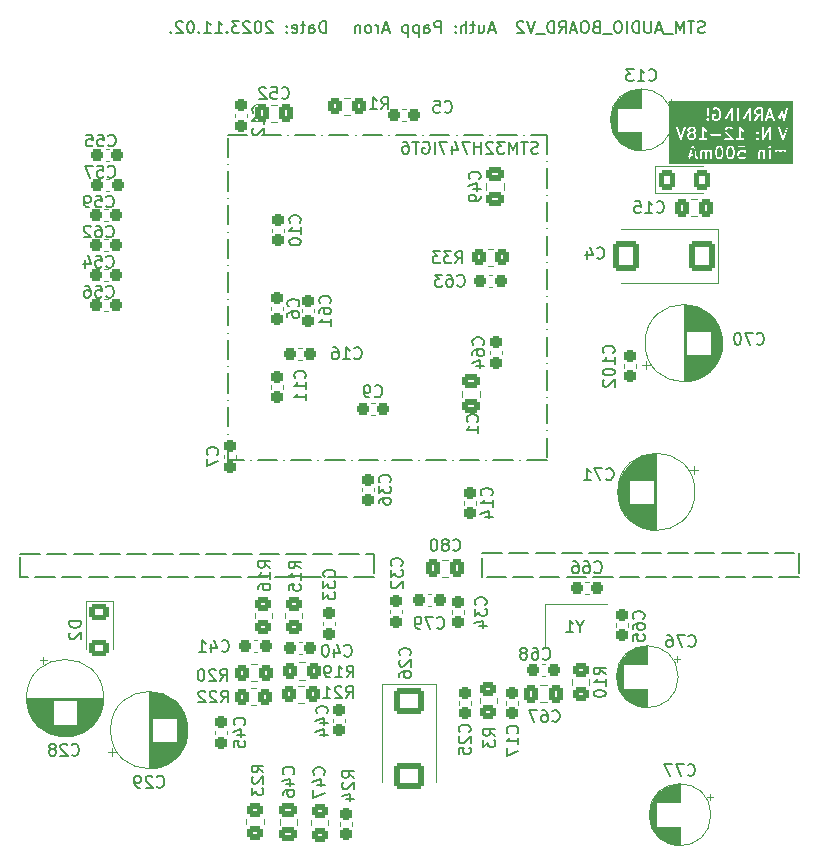
<source format=gbo>
G04 #@! TF.GenerationSoftware,KiCad,Pcbnew,7.0.2*
G04 #@! TF.CreationDate,2023-11-02T18:56:16+01:00*
G04 #@! TF.ProjectId,stm_audio_board_V2,73746d5f-6175-4646-996f-5f626f617264,rev?*
G04 #@! TF.SameCoordinates,Original*
G04 #@! TF.FileFunction,Legend,Bot*
G04 #@! TF.FilePolarity,Positive*
%FSLAX46Y46*%
G04 Gerber Fmt 4.6, Leading zero omitted, Abs format (unit mm)*
G04 Created by KiCad (PCBNEW 7.0.2) date 2023-11-02 18:56:16*
%MOMM*%
%LPD*%
G01*
G04 APERTURE LIST*
G04 Aperture macros list*
%AMRoundRect*
0 Rectangle with rounded corners*
0 $1 Rounding radius*
0 $2 $3 $4 $5 $6 $7 $8 $9 X,Y pos of 4 corners*
0 Add a 4 corners polygon primitive as box body*
4,1,4,$2,$3,$4,$5,$6,$7,$8,$9,$2,$3,0*
0 Add four circle primitives for the rounded corners*
1,1,$1+$1,$2,$3*
1,1,$1+$1,$4,$5*
1,1,$1+$1,$6,$7*
1,1,$1+$1,$8,$9*
0 Add four rect primitives between the rounded corners*
20,1,$1+$1,$2,$3,$4,$5,0*
20,1,$1+$1,$4,$5,$6,$7,0*
20,1,$1+$1,$6,$7,$8,$9,0*
20,1,$1+$1,$8,$9,$2,$3,0*%
G04 Aperture macros list end*
%ADD10C,0.150000*%
%ADD11C,0.120000*%
%ADD12C,5.600000*%
%ADD13R,2.000000X1.905000*%
%ADD14O,2.000000X1.905000*%
%ADD15R,1.500000X1.050000*%
%ADD16O,1.500000X1.050000*%
%ADD17R,1.700000X1.700000*%
%ADD18O,1.700000X1.700000*%
%ADD19RoundRect,0.237500X-0.237500X0.300000X-0.237500X-0.300000X0.237500X-0.300000X0.237500X0.300000X0*%
%ADD20RoundRect,0.237500X-0.300000X-0.237500X0.300000X-0.237500X0.300000X0.237500X-0.300000X0.237500X0*%
%ADD21RoundRect,0.250000X0.337500X0.475000X-0.337500X0.475000X-0.337500X-0.475000X0.337500X-0.475000X0*%
%ADD22R,1.600000X1.600000*%
%ADD23C,1.600000*%
%ADD24RoundRect,0.250000X0.350000X0.450000X-0.350000X0.450000X-0.350000X-0.450000X0.350000X-0.450000X0*%
%ADD25R,1.600000X1.300000*%
%ADD26RoundRect,0.237500X0.300000X0.237500X-0.300000X0.237500X-0.300000X-0.237500X0.300000X-0.237500X0*%
%ADD27RoundRect,0.250001X-0.462499X-0.624999X0.462499X-0.624999X0.462499X0.624999X-0.462499X0.624999X0*%
%ADD28RoundRect,0.250000X-0.450000X0.350000X-0.450000X-0.350000X0.450000X-0.350000X0.450000X0.350000X0*%
%ADD29RoundRect,0.237500X0.237500X-0.300000X0.237500X0.300000X-0.237500X0.300000X-0.237500X-0.300000X0*%
%ADD30RoundRect,0.250000X-1.025000X0.875000X-1.025000X-0.875000X1.025000X-0.875000X1.025000X0.875000X0*%
%ADD31RoundRect,0.250000X-0.350000X-0.450000X0.350000X-0.450000X0.350000X0.450000X-0.350000X0.450000X0*%
%ADD32RoundRect,0.250001X-0.624999X0.462499X-0.624999X-0.462499X0.624999X-0.462499X0.624999X0.462499X0*%
%ADD33RoundRect,0.250000X-0.475000X0.337500X-0.475000X-0.337500X0.475000X-0.337500X0.475000X0.337500X0*%
%ADD34RoundRect,0.250000X-0.337500X-0.475000X0.337500X-0.475000X0.337500X0.475000X-0.337500X0.475000X0*%
%ADD35RoundRect,0.250000X0.450000X-0.350000X0.450000X0.350000X-0.450000X0.350000X-0.450000X-0.350000X0*%
%ADD36RoundRect,0.250000X0.475000X-0.337500X0.475000X0.337500X-0.475000X0.337500X-0.475000X-0.337500X0*%
%ADD37RoundRect,0.250000X0.875000X1.025000X-0.875000X1.025000X-0.875000X-1.025000X0.875000X-1.025000X0*%
G04 APERTURE END LIST*
D10*
X200506600Y-55981600D02*
X202156600Y-55981600D01*
X202756600Y-55981600D02*
X202756600Y-55981600D01*
X203356600Y-55981600D02*
X205006600Y-55981600D01*
X205606600Y-55981600D02*
X205606600Y-55981600D01*
X206206600Y-55981600D02*
X207856600Y-55981600D01*
X208456600Y-55981600D02*
X208456600Y-55981600D01*
X209056600Y-55981600D02*
X210706600Y-55981600D01*
X211306600Y-55981600D02*
X211306600Y-55981600D01*
X211906600Y-55981600D02*
X213556600Y-55981600D01*
X214156600Y-55981600D02*
X214156600Y-55981600D01*
X214756600Y-55981600D02*
X216406600Y-55981600D01*
X217006600Y-55981600D02*
X217006600Y-55981600D01*
X217606600Y-55981600D02*
X219256600Y-55981600D01*
X219856600Y-55981600D02*
X219856600Y-55981600D01*
X220456600Y-55981600D02*
X222106600Y-55981600D01*
X222706600Y-55981600D02*
X222706600Y-55981600D01*
X223306600Y-55981600D02*
X224956600Y-55981600D01*
X225556600Y-55981600D02*
X225556600Y-55981600D01*
X226156600Y-55981600D02*
X227482400Y-55981600D01*
X227482400Y-55981600D02*
X227482400Y-57631600D01*
X227482400Y-58231600D02*
X227482400Y-58231600D01*
X227482400Y-58831600D02*
X227482400Y-60481600D01*
X227482400Y-61081600D02*
X227482400Y-61081600D01*
X227482400Y-61681600D02*
X227482400Y-63331600D01*
X227482400Y-63931600D02*
X227482400Y-63931600D01*
X227482400Y-64531600D02*
X227482400Y-66181600D01*
X227482400Y-66781600D02*
X227482400Y-66781600D01*
X227482400Y-67381600D02*
X227482400Y-69031600D01*
X227482400Y-69631600D02*
X227482400Y-69631600D01*
X227482400Y-70231600D02*
X227482400Y-71881600D01*
X227482400Y-72481600D02*
X227482400Y-72481600D01*
X227482400Y-73081600D02*
X227482400Y-74731600D01*
X227482400Y-75331600D02*
X227482400Y-75331600D01*
X227482400Y-75931600D02*
X227482400Y-77581600D01*
X227482400Y-78181600D02*
X227482400Y-78181600D01*
X227482400Y-78781600D02*
X227482400Y-80431600D01*
X227482400Y-81031600D02*
X227482400Y-81031600D01*
X227482400Y-81631600D02*
X227482400Y-83281600D01*
X227482400Y-83539667D02*
X225832400Y-83539667D01*
X225232400Y-83539667D02*
X225232400Y-83539667D01*
X224632400Y-83539667D02*
X222982400Y-83539667D01*
X222382400Y-83539667D02*
X222382400Y-83539667D01*
X221782400Y-83539667D02*
X220132400Y-83539667D01*
X219532400Y-83539667D02*
X219532400Y-83539667D01*
X218932400Y-83539667D02*
X217282400Y-83539667D01*
X216682400Y-83539667D02*
X216682400Y-83539667D01*
X216082400Y-83539667D02*
X214432400Y-83539667D01*
X213832400Y-83539667D02*
X213832400Y-83539667D01*
X213232400Y-83539667D02*
X211582400Y-83539667D01*
X210982400Y-83539667D02*
X210982400Y-83539667D01*
X210382400Y-83539667D02*
X208732400Y-83539667D01*
X208132400Y-83539667D02*
X208132400Y-83539667D01*
X207532400Y-83539667D02*
X205882400Y-83539667D01*
X205282400Y-83539667D02*
X205282400Y-83539667D01*
X204682400Y-83539667D02*
X203032400Y-83539667D01*
X202432400Y-83539667D02*
X202432400Y-83539667D01*
X201832400Y-83539667D02*
X200506600Y-83539667D01*
X200506600Y-83539667D02*
X200506600Y-81889667D01*
X200506600Y-81289667D02*
X200506600Y-81289667D01*
X200506600Y-80689667D02*
X200506600Y-79039667D01*
X200506600Y-78439667D02*
X200506600Y-78439667D01*
X200506600Y-77839667D02*
X200506600Y-76189667D01*
X200506600Y-75589667D02*
X200506600Y-75589667D01*
X200506600Y-74989667D02*
X200506600Y-73339667D01*
X200506600Y-72739667D02*
X200506600Y-72739667D01*
X200506600Y-72139667D02*
X200506600Y-70489667D01*
X200506600Y-69889667D02*
X200506600Y-69889667D01*
X200506600Y-69289667D02*
X200506600Y-67639667D01*
X200506600Y-67039667D02*
X200506600Y-67039667D01*
X200506600Y-66439667D02*
X200506600Y-64789667D01*
X200506600Y-64189667D02*
X200506600Y-64189667D01*
X200506600Y-63589667D02*
X200506600Y-61939667D01*
X200506600Y-61339667D02*
X200506600Y-61339667D01*
X200506600Y-60739667D02*
X200506600Y-59089667D01*
X200506600Y-58489667D02*
X200506600Y-58489667D01*
X200506600Y-57889667D02*
X200506600Y-56239667D01*
X222046800Y-91440000D02*
X223696800Y-91440000D01*
X224296800Y-91440000D02*
X225946800Y-91440000D01*
X226546800Y-91440000D02*
X228196800Y-91440000D01*
X228796800Y-91440000D02*
X230446800Y-91440000D01*
X231046800Y-91440000D02*
X232696800Y-91440000D01*
X233296800Y-91440000D02*
X234946800Y-91440000D01*
X235546800Y-91440000D02*
X237196800Y-91440000D01*
X237796800Y-91440000D02*
X239446800Y-91440000D01*
X240046800Y-91440000D02*
X241696800Y-91440000D01*
X242296800Y-91440000D02*
X243946800Y-91440000D01*
X244546800Y-91440000D02*
X246196800Y-91440000D01*
X246796800Y-91440000D02*
X248446800Y-91440000D01*
X248818400Y-91440000D02*
X248818400Y-93090000D01*
X248818400Y-93472000D02*
X247168400Y-93472000D01*
X246568400Y-93472000D02*
X244918400Y-93472000D01*
X244318400Y-93472000D02*
X242668400Y-93472000D01*
X242068400Y-93472000D02*
X240418400Y-93472000D01*
X239818400Y-93472000D02*
X238168400Y-93472000D01*
X237568400Y-93472000D02*
X235918400Y-93472000D01*
X235318400Y-93472000D02*
X233668400Y-93472000D01*
X233068400Y-93472000D02*
X231418400Y-93472000D01*
X230818400Y-93472000D02*
X229168400Y-93472000D01*
X228568400Y-93472000D02*
X226918400Y-93472000D01*
X226318400Y-93472000D02*
X224668400Y-93472000D01*
X224068400Y-93472000D02*
X222418400Y-93472000D01*
X222046800Y-93472000D02*
X222046800Y-91822000D01*
X182930800Y-91490800D02*
X184580800Y-91490800D01*
X185180800Y-91490800D02*
X186830800Y-91490800D01*
X187430800Y-91490800D02*
X189080800Y-91490800D01*
X189680800Y-91490800D02*
X191330800Y-91490800D01*
X191930800Y-91490800D02*
X193580800Y-91490800D01*
X194180800Y-91490800D02*
X195830800Y-91490800D01*
X196430800Y-91490800D02*
X198080800Y-91490800D01*
X198680800Y-91490800D02*
X200330800Y-91490800D01*
X200930800Y-91490800D02*
X202580800Y-91490800D01*
X203180800Y-91490800D02*
X204830800Y-91490800D01*
X205430800Y-91490800D02*
X207080800Y-91490800D01*
X207680800Y-91490800D02*
X209330800Y-91490800D01*
X209930800Y-91490800D02*
X211580800Y-91490800D01*
X212180800Y-91490800D02*
X212852000Y-91490800D01*
X212852000Y-91490800D02*
X212852000Y-93140800D01*
X212852000Y-93421200D02*
X211202000Y-93421200D01*
X210602000Y-93421200D02*
X208952000Y-93421200D01*
X208352000Y-93421200D02*
X206702000Y-93421200D01*
X206102000Y-93421200D02*
X204452000Y-93421200D01*
X203852000Y-93421200D02*
X202202000Y-93421200D01*
X201602000Y-93421200D02*
X199952000Y-93421200D01*
X199352000Y-93421200D02*
X197702000Y-93421200D01*
X197102000Y-93421200D02*
X195452000Y-93421200D01*
X194852000Y-93421200D02*
X193202000Y-93421200D01*
X192602000Y-93421200D02*
X190952000Y-93421200D01*
X190352000Y-93421200D02*
X188702000Y-93421200D01*
X188102000Y-93421200D02*
X186452000Y-93421200D01*
X185852000Y-93421200D02*
X184202000Y-93421200D01*
X183602000Y-93421200D02*
X182930800Y-93421200D01*
X182930800Y-93421200D02*
X182930800Y-91771200D01*
X208803904Y-47375619D02*
X208803904Y-46375619D01*
X208803904Y-46375619D02*
X208565809Y-46375619D01*
X208565809Y-46375619D02*
X208422952Y-46423238D01*
X208422952Y-46423238D02*
X208327714Y-46518476D01*
X208327714Y-46518476D02*
X208280095Y-46613714D01*
X208280095Y-46613714D02*
X208232476Y-46804190D01*
X208232476Y-46804190D02*
X208232476Y-46947047D01*
X208232476Y-46947047D02*
X208280095Y-47137523D01*
X208280095Y-47137523D02*
X208327714Y-47232761D01*
X208327714Y-47232761D02*
X208422952Y-47328000D01*
X208422952Y-47328000D02*
X208565809Y-47375619D01*
X208565809Y-47375619D02*
X208803904Y-47375619D01*
X207375333Y-47375619D02*
X207375333Y-46851809D01*
X207375333Y-46851809D02*
X207422952Y-46756571D01*
X207422952Y-46756571D02*
X207518190Y-46708952D01*
X207518190Y-46708952D02*
X207708666Y-46708952D01*
X207708666Y-46708952D02*
X207803904Y-46756571D01*
X207375333Y-47328000D02*
X207470571Y-47375619D01*
X207470571Y-47375619D02*
X207708666Y-47375619D01*
X207708666Y-47375619D02*
X207803904Y-47328000D01*
X207803904Y-47328000D02*
X207851523Y-47232761D01*
X207851523Y-47232761D02*
X207851523Y-47137523D01*
X207851523Y-47137523D02*
X207803904Y-47042285D01*
X207803904Y-47042285D02*
X207708666Y-46994666D01*
X207708666Y-46994666D02*
X207470571Y-46994666D01*
X207470571Y-46994666D02*
X207375333Y-46947047D01*
X207041999Y-46708952D02*
X206661047Y-46708952D01*
X206899142Y-46375619D02*
X206899142Y-47232761D01*
X206899142Y-47232761D02*
X206851523Y-47328000D01*
X206851523Y-47328000D02*
X206756285Y-47375619D01*
X206756285Y-47375619D02*
X206661047Y-47375619D01*
X205946761Y-47328000D02*
X206041999Y-47375619D01*
X206041999Y-47375619D02*
X206232475Y-47375619D01*
X206232475Y-47375619D02*
X206327713Y-47328000D01*
X206327713Y-47328000D02*
X206375332Y-47232761D01*
X206375332Y-47232761D02*
X206375332Y-46851809D01*
X206375332Y-46851809D02*
X206327713Y-46756571D01*
X206327713Y-46756571D02*
X206232475Y-46708952D01*
X206232475Y-46708952D02*
X206041999Y-46708952D01*
X206041999Y-46708952D02*
X205946761Y-46756571D01*
X205946761Y-46756571D02*
X205899142Y-46851809D01*
X205899142Y-46851809D02*
X205899142Y-46947047D01*
X205899142Y-46947047D02*
X206375332Y-47042285D01*
X205470570Y-47280380D02*
X205422951Y-47328000D01*
X205422951Y-47328000D02*
X205470570Y-47375619D01*
X205470570Y-47375619D02*
X205518189Y-47328000D01*
X205518189Y-47328000D02*
X205470570Y-47280380D01*
X205470570Y-47280380D02*
X205470570Y-47375619D01*
X205470570Y-46756571D02*
X205422951Y-46804190D01*
X205422951Y-46804190D02*
X205470570Y-46851809D01*
X205470570Y-46851809D02*
X205518189Y-46804190D01*
X205518189Y-46804190D02*
X205470570Y-46756571D01*
X205470570Y-46756571D02*
X205470570Y-46851809D01*
X204280094Y-46470857D02*
X204232475Y-46423238D01*
X204232475Y-46423238D02*
X204137237Y-46375619D01*
X204137237Y-46375619D02*
X203899142Y-46375619D01*
X203899142Y-46375619D02*
X203803904Y-46423238D01*
X203803904Y-46423238D02*
X203756285Y-46470857D01*
X203756285Y-46470857D02*
X203708666Y-46566095D01*
X203708666Y-46566095D02*
X203708666Y-46661333D01*
X203708666Y-46661333D02*
X203756285Y-46804190D01*
X203756285Y-46804190D02*
X204327713Y-47375619D01*
X204327713Y-47375619D02*
X203708666Y-47375619D01*
X203089618Y-46375619D02*
X202994380Y-46375619D01*
X202994380Y-46375619D02*
X202899142Y-46423238D01*
X202899142Y-46423238D02*
X202851523Y-46470857D01*
X202851523Y-46470857D02*
X202803904Y-46566095D01*
X202803904Y-46566095D02*
X202756285Y-46756571D01*
X202756285Y-46756571D02*
X202756285Y-46994666D01*
X202756285Y-46994666D02*
X202803904Y-47185142D01*
X202803904Y-47185142D02*
X202851523Y-47280380D01*
X202851523Y-47280380D02*
X202899142Y-47328000D01*
X202899142Y-47328000D02*
X202994380Y-47375619D01*
X202994380Y-47375619D02*
X203089618Y-47375619D01*
X203089618Y-47375619D02*
X203184856Y-47328000D01*
X203184856Y-47328000D02*
X203232475Y-47280380D01*
X203232475Y-47280380D02*
X203280094Y-47185142D01*
X203280094Y-47185142D02*
X203327713Y-46994666D01*
X203327713Y-46994666D02*
X203327713Y-46756571D01*
X203327713Y-46756571D02*
X203280094Y-46566095D01*
X203280094Y-46566095D02*
X203232475Y-46470857D01*
X203232475Y-46470857D02*
X203184856Y-46423238D01*
X203184856Y-46423238D02*
X203089618Y-46375619D01*
X202375332Y-46470857D02*
X202327713Y-46423238D01*
X202327713Y-46423238D02*
X202232475Y-46375619D01*
X202232475Y-46375619D02*
X201994380Y-46375619D01*
X201994380Y-46375619D02*
X201899142Y-46423238D01*
X201899142Y-46423238D02*
X201851523Y-46470857D01*
X201851523Y-46470857D02*
X201803904Y-46566095D01*
X201803904Y-46566095D02*
X201803904Y-46661333D01*
X201803904Y-46661333D02*
X201851523Y-46804190D01*
X201851523Y-46804190D02*
X202422951Y-47375619D01*
X202422951Y-47375619D02*
X201803904Y-47375619D01*
X201470570Y-46375619D02*
X200851523Y-46375619D01*
X200851523Y-46375619D02*
X201184856Y-46756571D01*
X201184856Y-46756571D02*
X201041999Y-46756571D01*
X201041999Y-46756571D02*
X200946761Y-46804190D01*
X200946761Y-46804190D02*
X200899142Y-46851809D01*
X200899142Y-46851809D02*
X200851523Y-46947047D01*
X200851523Y-46947047D02*
X200851523Y-47185142D01*
X200851523Y-47185142D02*
X200899142Y-47280380D01*
X200899142Y-47280380D02*
X200946761Y-47328000D01*
X200946761Y-47328000D02*
X201041999Y-47375619D01*
X201041999Y-47375619D02*
X201327713Y-47375619D01*
X201327713Y-47375619D02*
X201422951Y-47328000D01*
X201422951Y-47328000D02*
X201470570Y-47280380D01*
X200422951Y-47280380D02*
X200375332Y-47328000D01*
X200375332Y-47328000D02*
X200422951Y-47375619D01*
X200422951Y-47375619D02*
X200470570Y-47328000D01*
X200470570Y-47328000D02*
X200422951Y-47280380D01*
X200422951Y-47280380D02*
X200422951Y-47375619D01*
X199422952Y-47375619D02*
X199994380Y-47375619D01*
X199708666Y-47375619D02*
X199708666Y-46375619D01*
X199708666Y-46375619D02*
X199803904Y-46518476D01*
X199803904Y-46518476D02*
X199899142Y-46613714D01*
X199899142Y-46613714D02*
X199994380Y-46661333D01*
X198470571Y-47375619D02*
X199041999Y-47375619D01*
X198756285Y-47375619D02*
X198756285Y-46375619D01*
X198756285Y-46375619D02*
X198851523Y-46518476D01*
X198851523Y-46518476D02*
X198946761Y-46613714D01*
X198946761Y-46613714D02*
X199041999Y-46661333D01*
X198041999Y-47280380D02*
X197994380Y-47328000D01*
X197994380Y-47328000D02*
X198041999Y-47375619D01*
X198041999Y-47375619D02*
X198089618Y-47328000D01*
X198089618Y-47328000D02*
X198041999Y-47280380D01*
X198041999Y-47280380D02*
X198041999Y-47375619D01*
X197375333Y-46375619D02*
X197280095Y-46375619D01*
X197280095Y-46375619D02*
X197184857Y-46423238D01*
X197184857Y-46423238D02*
X197137238Y-46470857D01*
X197137238Y-46470857D02*
X197089619Y-46566095D01*
X197089619Y-46566095D02*
X197042000Y-46756571D01*
X197042000Y-46756571D02*
X197042000Y-46994666D01*
X197042000Y-46994666D02*
X197089619Y-47185142D01*
X197089619Y-47185142D02*
X197137238Y-47280380D01*
X197137238Y-47280380D02*
X197184857Y-47328000D01*
X197184857Y-47328000D02*
X197280095Y-47375619D01*
X197280095Y-47375619D02*
X197375333Y-47375619D01*
X197375333Y-47375619D02*
X197470571Y-47328000D01*
X197470571Y-47328000D02*
X197518190Y-47280380D01*
X197518190Y-47280380D02*
X197565809Y-47185142D01*
X197565809Y-47185142D02*
X197613428Y-46994666D01*
X197613428Y-46994666D02*
X197613428Y-46756571D01*
X197613428Y-46756571D02*
X197565809Y-46566095D01*
X197565809Y-46566095D02*
X197518190Y-46470857D01*
X197518190Y-46470857D02*
X197470571Y-46423238D01*
X197470571Y-46423238D02*
X197375333Y-46375619D01*
X196661047Y-46470857D02*
X196613428Y-46423238D01*
X196613428Y-46423238D02*
X196518190Y-46375619D01*
X196518190Y-46375619D02*
X196280095Y-46375619D01*
X196280095Y-46375619D02*
X196184857Y-46423238D01*
X196184857Y-46423238D02*
X196137238Y-46470857D01*
X196137238Y-46470857D02*
X196089619Y-46566095D01*
X196089619Y-46566095D02*
X196089619Y-46661333D01*
X196089619Y-46661333D02*
X196137238Y-46804190D01*
X196137238Y-46804190D02*
X196708666Y-47375619D01*
X196708666Y-47375619D02*
X196089619Y-47375619D01*
X195661047Y-47280380D02*
X195613428Y-47328000D01*
X195613428Y-47328000D02*
X195661047Y-47375619D01*
X195661047Y-47375619D02*
X195708666Y-47328000D01*
X195708666Y-47328000D02*
X195661047Y-47280380D01*
X195661047Y-47280380D02*
X195661047Y-47375619D01*
G36*
X239993600Y-57632104D02*
G01*
X239725524Y-57632104D01*
X239859562Y-57229990D01*
X239993600Y-57632104D01*
G37*
G36*
X242196088Y-57102077D02*
G01*
X242226493Y-57132483D01*
X242264987Y-57209469D01*
X242308371Y-57383005D01*
X242308371Y-57602631D01*
X242264987Y-57776164D01*
X242226493Y-57853153D01*
X242196085Y-57883561D01*
X242127571Y-57917819D01*
X242067744Y-57917819D01*
X241999226Y-57883560D01*
X241968818Y-57853151D01*
X241930326Y-57776166D01*
X241886943Y-57602631D01*
X241886943Y-57383005D01*
X241930326Y-57209472D01*
X241968821Y-57132482D01*
X241999226Y-57102077D01*
X242067742Y-57067819D01*
X242127570Y-57067819D01*
X242196088Y-57102077D01*
G37*
G36*
X243148469Y-57102078D02*
G01*
X243178874Y-57132483D01*
X243217368Y-57209469D01*
X243260752Y-57383005D01*
X243260752Y-57602631D01*
X243217368Y-57776164D01*
X243178874Y-57853153D01*
X243148466Y-57883561D01*
X243079952Y-57917819D01*
X243020125Y-57917819D01*
X242951607Y-57883560D01*
X242921199Y-57853151D01*
X242882707Y-57776166D01*
X242839324Y-57602632D01*
X242839324Y-57383005D01*
X242882707Y-57209472D01*
X242921202Y-57132482D01*
X242951607Y-57102077D01*
X243020123Y-57067819D01*
X243079951Y-57067819D01*
X243148469Y-57102078D01*
G37*
G36*
X239910374Y-55910648D02*
G01*
X239940779Y-55941054D01*
X239975038Y-56009570D01*
X239975038Y-56164636D01*
X239940779Y-56233153D01*
X239910371Y-56263561D01*
X239841857Y-56297819D01*
X239686792Y-56297819D01*
X239618274Y-56263560D01*
X239587866Y-56233151D01*
X239553610Y-56164637D01*
X239553610Y-56009572D01*
X239587869Y-55941054D01*
X239618274Y-55910648D01*
X239686790Y-55876390D01*
X239841856Y-55876390D01*
X239910374Y-55910648D01*
G37*
G36*
X239910374Y-55482078D02*
G01*
X239940779Y-55512483D01*
X239975038Y-55580999D01*
X239975038Y-55593208D01*
X239940779Y-55661725D01*
X239910372Y-55692132D01*
X239841857Y-55726390D01*
X239686792Y-55726390D01*
X239618274Y-55692131D01*
X239587867Y-55661724D01*
X239553610Y-55593209D01*
X239553610Y-55581001D01*
X239587869Y-55512482D01*
X239618274Y-55482077D01*
X239686790Y-55447819D01*
X239841856Y-55447819D01*
X239910374Y-55482078D01*
G37*
G36*
X245641704Y-54201628D02*
G01*
X245485464Y-54201628D01*
X245470551Y-54198878D01*
X245463839Y-54201628D01*
X245353458Y-54201628D01*
X245284940Y-54167369D01*
X245254533Y-54136962D01*
X245220276Y-54068447D01*
X245220276Y-53961000D01*
X245254535Y-53892482D01*
X245284940Y-53862077D01*
X245353456Y-53827819D01*
X245641704Y-53827819D01*
X245641704Y-54201628D01*
G37*
G36*
X246517409Y-54392104D02*
G01*
X246249333Y-54392104D01*
X246383371Y-53989990D01*
X246517409Y-54392104D01*
G37*
G36*
X248322657Y-58483057D02*
G01*
X237888134Y-58483057D01*
X237888134Y-58012116D01*
X239450483Y-58012116D01*
X239472940Y-58050004D01*
X239512316Y-58069736D01*
X239556109Y-58065049D01*
X239590416Y-58037428D01*
X239675524Y-57782104D01*
X240043600Y-57782104D01*
X240125153Y-58026764D01*
X240143876Y-58053704D01*
X240184575Y-58070540D01*
X240227915Y-58062700D01*
X240260137Y-58032674D01*
X240271010Y-57989993D01*
X240174417Y-57700216D01*
X240175027Y-57695980D01*
X240167543Y-57679592D01*
X240100146Y-57477400D01*
X240448514Y-57477400D01*
X240451228Y-57483943D01*
X240451228Y-58003601D01*
X240460471Y-58035079D01*
X240493757Y-58063921D01*
X240537352Y-58070189D01*
X240577416Y-58051893D01*
X240601228Y-58014841D01*
X240601228Y-57486715D01*
X240629749Y-57429672D01*
X240686790Y-57401152D01*
X240794237Y-57401152D01*
X240851279Y-57429673D01*
X240879800Y-57486713D01*
X240879800Y-58003601D01*
X240889043Y-58035079D01*
X240922329Y-58063921D01*
X240965924Y-58070189D01*
X241005988Y-58051893D01*
X241029800Y-58014841D01*
X241029800Y-57486715D01*
X241058321Y-57429672D01*
X241115361Y-57401152D01*
X241222808Y-57401152D01*
X241291326Y-57435411D01*
X241308370Y-57452455D01*
X241308371Y-58003601D01*
X241317614Y-58035079D01*
X241350900Y-58063921D01*
X241394495Y-58070189D01*
X241434559Y-58051893D01*
X241458371Y-58014841D01*
X241458371Y-57608692D01*
X241733841Y-57608692D01*
X241736943Y-57621100D01*
X241736943Y-57622648D01*
X241739547Y-57631517D01*
X241783561Y-57807572D01*
X241782631Y-57816186D01*
X241788797Y-57828519D01*
X241789416Y-57830992D01*
X241793598Y-57838119D01*
X241835893Y-57922709D01*
X241838576Y-57935040D01*
X241853195Y-57949660D01*
X241867265Y-57964786D01*
X241868683Y-57965148D01*
X241895117Y-57991583D01*
X241901562Y-58002434D01*
X241920073Y-58011689D01*
X241938184Y-58021579D01*
X241939643Y-58021474D01*
X242012889Y-58058097D01*
X242028016Y-58067819D01*
X242043346Y-58067819D01*
X242058429Y-58070533D01*
X242064973Y-58067819D01*
X242141236Y-58067819D01*
X242159120Y-58069750D01*
X242172833Y-58062893D01*
X242187536Y-58058576D01*
X242192174Y-58053222D01*
X242265642Y-58016487D01*
X242277976Y-58013805D01*
X242292607Y-57999172D01*
X242307720Y-57985116D01*
X242308082Y-57983696D01*
X242334516Y-57957262D01*
X242345367Y-57950818D01*
X242354623Y-57932304D01*
X242364513Y-57914194D01*
X242364408Y-57912734D01*
X242396860Y-57847831D01*
X242403172Y-57841897D01*
X242406516Y-57828519D01*
X242407656Y-57826240D01*
X242409119Y-57818107D01*
X242453138Y-57642029D01*
X242458371Y-57633888D01*
X242458371Y-57621100D01*
X242458747Y-57619596D01*
X242458371Y-57610349D01*
X242458371Y-57608692D01*
X242686222Y-57608692D01*
X242689324Y-57621099D01*
X242689324Y-57622648D01*
X242691928Y-57631517D01*
X242735942Y-57807572D01*
X242735012Y-57816186D01*
X242741178Y-57828519D01*
X242741797Y-57830992D01*
X242745979Y-57838119D01*
X242788274Y-57922709D01*
X242790957Y-57935040D01*
X242805576Y-57949660D01*
X242819646Y-57964786D01*
X242821064Y-57965148D01*
X242847498Y-57991583D01*
X242853943Y-58002434D01*
X242872454Y-58011689D01*
X242890565Y-58021579D01*
X242892024Y-58021474D01*
X242965270Y-58058097D01*
X242980397Y-58067819D01*
X242995727Y-58067819D01*
X243010810Y-58070533D01*
X243017354Y-58067819D01*
X243093617Y-58067819D01*
X243111501Y-58069750D01*
X243125214Y-58062893D01*
X243139917Y-58058576D01*
X243144555Y-58053222D01*
X243218023Y-58016487D01*
X243230357Y-58013805D01*
X243244988Y-57999172D01*
X243260101Y-57985116D01*
X243260463Y-57983696D01*
X243286897Y-57957262D01*
X243297748Y-57950818D01*
X243307004Y-57932304D01*
X243316894Y-57914194D01*
X243316789Y-57912734D01*
X243349241Y-57847831D01*
X243355553Y-57841897D01*
X243358897Y-57828519D01*
X243360037Y-57826240D01*
X243361500Y-57818107D01*
X243405519Y-57642029D01*
X243410752Y-57633888D01*
X243410752Y-57621100D01*
X243411128Y-57619596D01*
X243410752Y-57610349D01*
X243410752Y-57572638D01*
X243638991Y-57572638D01*
X243641705Y-57579181D01*
X243641705Y-57798301D01*
X243639774Y-57816186D01*
X243646630Y-57829899D01*
X243650948Y-57844602D01*
X243656301Y-57849240D01*
X243693036Y-57922709D01*
X243695719Y-57935040D01*
X243710338Y-57949660D01*
X243724408Y-57964786D01*
X243725826Y-57965148D01*
X243752260Y-57991583D01*
X243758705Y-58002434D01*
X243777216Y-58011689D01*
X243795327Y-58021579D01*
X243796786Y-58021474D01*
X243870032Y-58058097D01*
X243885159Y-58067819D01*
X243900489Y-58067819D01*
X243915572Y-58070533D01*
X243922116Y-58067819D01*
X244141236Y-58067819D01*
X244159120Y-58069750D01*
X244172833Y-58062893D01*
X244187536Y-58058576D01*
X244192174Y-58053222D01*
X244265642Y-58016487D01*
X244277976Y-58013805D01*
X244292607Y-57999172D01*
X244307720Y-57985116D01*
X244308082Y-57983696D01*
X244348790Y-57942988D01*
X244364513Y-57914194D01*
X244361370Y-57870263D01*
X244334975Y-57835005D01*
X244293708Y-57819613D01*
X244250671Y-57828976D01*
X244196085Y-57883561D01*
X244127571Y-57917819D01*
X243924887Y-57917819D01*
X243856369Y-57883560D01*
X243825961Y-57853151D01*
X243791705Y-57784637D01*
X243791705Y-57581953D01*
X243825963Y-57513435D01*
X243856369Y-57483029D01*
X243924885Y-57448771D01*
X244127570Y-57448771D01*
X244196087Y-57483029D01*
X244224346Y-57511288D01*
X244226907Y-57517602D01*
X244239645Y-57526587D01*
X244242724Y-57529666D01*
X244248416Y-57532774D01*
X244262898Y-57542989D01*
X244267487Y-57543187D01*
X244271518Y-57545388D01*
X244289193Y-57544123D01*
X244306900Y-57544888D01*
X244310867Y-57542573D01*
X244315449Y-57542246D01*
X244329634Y-57531626D01*
X244344945Y-57522696D01*
X244347031Y-57518603D01*
X244350707Y-57515852D01*
X244356898Y-57499253D01*
X244364952Y-57483459D01*
X244364494Y-57478888D01*
X244365049Y-57477400D01*
X245400896Y-57477400D01*
X245403610Y-57483943D01*
X245403610Y-58003601D01*
X245412853Y-58035079D01*
X245446139Y-58063921D01*
X245489734Y-58070189D01*
X245529798Y-58051893D01*
X245553610Y-58014841D01*
X245553610Y-57486714D01*
X245582131Y-57429672D01*
X245639171Y-57401152D01*
X245746618Y-57401152D01*
X245815136Y-57435411D01*
X245832181Y-57452455D01*
X245832181Y-58003601D01*
X245841424Y-58035079D01*
X245874710Y-58063921D01*
X245918305Y-58070189D01*
X245958369Y-58051893D01*
X245982181Y-58014841D01*
X245982181Y-58003601D01*
X246308371Y-58003601D01*
X246317614Y-58035079D01*
X246350900Y-58063921D01*
X246394495Y-58070189D01*
X246434559Y-58051893D01*
X246458371Y-58014841D01*
X246458371Y-57477400D01*
X246781847Y-57477400D01*
X246784561Y-57483943D01*
X246784561Y-58003601D01*
X246793804Y-58035079D01*
X246827090Y-58063921D01*
X246870685Y-58070189D01*
X246910749Y-58051893D01*
X246934561Y-58014841D01*
X246934561Y-57486715D01*
X246963082Y-57429672D01*
X247020123Y-57401152D01*
X247127570Y-57401152D01*
X247184612Y-57429673D01*
X247213133Y-57486713D01*
X247213133Y-58003601D01*
X247222376Y-58035079D01*
X247255662Y-58063921D01*
X247299257Y-58070189D01*
X247339321Y-58051893D01*
X247363133Y-58014841D01*
X247363133Y-57486715D01*
X247391654Y-57429672D01*
X247448694Y-57401152D01*
X247556141Y-57401152D01*
X247624658Y-57435410D01*
X247641704Y-57452456D01*
X247641704Y-58003601D01*
X247650947Y-58035079D01*
X247684233Y-58063921D01*
X247727828Y-58070189D01*
X247767892Y-58051893D01*
X247791704Y-58014841D01*
X247791704Y-57434920D01*
X247794671Y-57426966D01*
X247791704Y-57413326D01*
X247791704Y-57315370D01*
X247782461Y-57283892D01*
X247749175Y-57255050D01*
X247705580Y-57248782D01*
X247665516Y-57267078D01*
X247655274Y-57283013D01*
X247610998Y-57260875D01*
X247595869Y-57251152D01*
X247580539Y-57251152D01*
X247565456Y-57248438D01*
X247558912Y-57251152D01*
X247435021Y-57251152D01*
X247417146Y-57249222D01*
X247403436Y-57256076D01*
X247388730Y-57260395D01*
X247384090Y-57265749D01*
X247319299Y-57298144D01*
X247316387Y-57298042D01*
X247299786Y-57307901D01*
X247292567Y-57311511D01*
X247290550Y-57313386D01*
X247289133Y-57314228D01*
X247286187Y-57312754D01*
X247280430Y-57306565D01*
X247266876Y-57303099D01*
X247182427Y-57260875D01*
X247167298Y-57251152D01*
X247151968Y-57251152D01*
X247136885Y-57248438D01*
X247130341Y-57251152D01*
X247006456Y-57251152D01*
X246988575Y-57249221D01*
X246974861Y-57256077D01*
X246960159Y-57260395D01*
X246955520Y-57265748D01*
X246890728Y-57298144D01*
X246887815Y-57298042D01*
X246871210Y-57307903D01*
X246863996Y-57311511D01*
X246861981Y-57313385D01*
X246849946Y-57320533D01*
X246846163Y-57328097D01*
X246839974Y-57333855D01*
X246836508Y-57347408D01*
X246794284Y-57431857D01*
X246784561Y-57446987D01*
X246784561Y-57462317D01*
X246781847Y-57477400D01*
X246458371Y-57477400D01*
X246458371Y-57315370D01*
X246449128Y-57283892D01*
X246415842Y-57255050D01*
X246372247Y-57248782D01*
X246332183Y-57267078D01*
X246308371Y-57304130D01*
X246308371Y-58003601D01*
X245982181Y-58003601D01*
X245982181Y-57434920D01*
X245985148Y-57426966D01*
X245982181Y-57413326D01*
X245982181Y-57315370D01*
X245972938Y-57283892D01*
X245939652Y-57255050D01*
X245896057Y-57248782D01*
X245855993Y-57267078D01*
X245845751Y-57283013D01*
X245801475Y-57260875D01*
X245786346Y-57251152D01*
X245771016Y-57251152D01*
X245755933Y-57248438D01*
X245749389Y-57251152D01*
X245625498Y-57251152D01*
X245607623Y-57249222D01*
X245593913Y-57256076D01*
X245579207Y-57260395D01*
X245574567Y-57265749D01*
X245509776Y-57298144D01*
X245506864Y-57298042D01*
X245490263Y-57307901D01*
X245483044Y-57311511D01*
X245481027Y-57313386D01*
X245468995Y-57320533D01*
X245465212Y-57328097D01*
X245459023Y-57333855D01*
X245455557Y-57347408D01*
X245413333Y-57431857D01*
X245403610Y-57446987D01*
X245403610Y-57462317D01*
X245400896Y-57477400D01*
X244365049Y-57477400D01*
X244366100Y-57474585D01*
X244362332Y-57457267D01*
X244320092Y-57034862D01*
X246257785Y-57034862D01*
X246261326Y-57051142D01*
X246262515Y-57067754D01*
X246265933Y-57072320D01*
X246267147Y-57077899D01*
X246278929Y-57089681D01*
X246288909Y-57103013D01*
X246294254Y-57105006D01*
X246316802Y-57127554D01*
X246317614Y-57130317D01*
X246328163Y-57139457D01*
X246336528Y-57150632D01*
X246344483Y-57153599D01*
X246350900Y-57159159D01*
X246359304Y-57160367D01*
X246366756Y-57164436D01*
X246372446Y-57164029D01*
X246377795Y-57166024D01*
X246386092Y-57164218D01*
X246394495Y-57165427D01*
X246402219Y-57161899D01*
X246410687Y-57161294D01*
X246415253Y-57157875D01*
X246420832Y-57156662D01*
X246426836Y-57150657D01*
X246434559Y-57147131D01*
X246439150Y-57139986D01*
X246445945Y-57134900D01*
X246447938Y-57129555D01*
X246480234Y-57097259D01*
X246493564Y-57087281D01*
X246499385Y-57071674D01*
X246507369Y-57057053D01*
X246506961Y-57051362D01*
X246508957Y-57046014D01*
X246505414Y-57029730D01*
X246504227Y-57013122D01*
X246500808Y-57008555D01*
X246499595Y-57002977D01*
X246487811Y-56991193D01*
X246477833Y-56977864D01*
X246472488Y-56975870D01*
X246449939Y-56953321D01*
X246449128Y-56950559D01*
X246438577Y-56941416D01*
X246430214Y-56930245D01*
X246422259Y-56927278D01*
X246415842Y-56921717D01*
X246407439Y-56920508D01*
X246399986Y-56916439D01*
X246394293Y-56916846D01*
X246388947Y-56914852D01*
X246380649Y-56916657D01*
X246372247Y-56915449D01*
X246364523Y-56918976D01*
X246356055Y-56919582D01*
X246351488Y-56923000D01*
X246345910Y-56924214D01*
X246339905Y-56930218D01*
X246332183Y-56933745D01*
X246327592Y-56940888D01*
X246320796Y-56945976D01*
X246318802Y-56951321D01*
X246286508Y-56983615D01*
X246273177Y-56993595D01*
X246267355Y-57009202D01*
X246259372Y-57023823D01*
X246259779Y-57029515D01*
X246257785Y-57034862D01*
X244320092Y-57034862D01*
X244316050Y-56994445D01*
X244317884Y-56981695D01*
X244309408Y-56963134D01*
X244301740Y-56944226D01*
X244300313Y-56943219D01*
X244299588Y-56941631D01*
X244282412Y-56930592D01*
X244265749Y-56918839D01*
X244264006Y-56918763D01*
X244262536Y-56917819D01*
X244242114Y-56917819D01*
X244221747Y-56916940D01*
X244220240Y-56917819D01*
X243753542Y-56917819D01*
X243722064Y-56927062D01*
X243693222Y-56960348D01*
X243686954Y-57003943D01*
X243705250Y-57044007D01*
X243742302Y-57067819D01*
X244172640Y-57067819D01*
X244197459Y-57316009D01*
X244182427Y-57308494D01*
X244167298Y-57298771D01*
X244151968Y-57298771D01*
X244136885Y-57296057D01*
X244130341Y-57298771D01*
X243911212Y-57298771D01*
X243893337Y-57296841D01*
X243879627Y-57303695D01*
X243864921Y-57308014D01*
X243860281Y-57313368D01*
X243786812Y-57350102D01*
X243774482Y-57352785D01*
X243759862Y-57367404D01*
X243744737Y-57381474D01*
X243744374Y-57382892D01*
X243717939Y-57409327D01*
X243707090Y-57415771D01*
X243697839Y-57434271D01*
X243687944Y-57452394D01*
X243688048Y-57453854D01*
X243651428Y-57527095D01*
X243641705Y-57542225D01*
X243641705Y-57557555D01*
X243638991Y-57572638D01*
X243410752Y-57572638D01*
X243410751Y-57386113D01*
X243413854Y-57376945D01*
X243410752Y-57364537D01*
X243410752Y-57362989D01*
X243408147Y-57354119D01*
X243364133Y-57178062D01*
X243365063Y-57169451D01*
X243358897Y-57157120D01*
X243358279Y-57154645D01*
X243354091Y-57147506D01*
X243311801Y-57062926D01*
X243309119Y-57050596D01*
X243294499Y-57035976D01*
X243280430Y-57020851D01*
X243279011Y-57020488D01*
X243252576Y-56994053D01*
X243246133Y-56983204D01*
X243227632Y-56973953D01*
X243209510Y-56964058D01*
X243208049Y-56964162D01*
X243134808Y-56927542D01*
X243119679Y-56917819D01*
X243104349Y-56917819D01*
X243089266Y-56915105D01*
X243082722Y-56917819D01*
X243006450Y-56917819D01*
X242988575Y-56915889D01*
X242974865Y-56922743D01*
X242960159Y-56927062D01*
X242955519Y-56932416D01*
X242882050Y-56969150D01*
X242869720Y-56971833D01*
X242855100Y-56986452D01*
X242839975Y-57000522D01*
X242839612Y-57001940D01*
X242813177Y-57028375D01*
X242802328Y-57034819D01*
X242793077Y-57053319D01*
X242783182Y-57071442D01*
X242783286Y-57072902D01*
X242750834Y-57137806D01*
X242744523Y-57143741D01*
X242741178Y-57157118D01*
X242740039Y-57159398D01*
X242738575Y-57167530D01*
X242694556Y-57343607D01*
X242689324Y-57351749D01*
X242689324Y-57364537D01*
X242688948Y-57366041D01*
X242689324Y-57375287D01*
X242689324Y-57599523D01*
X242686222Y-57608692D01*
X242458371Y-57608692D01*
X242458371Y-57386113D01*
X242461473Y-57376945D01*
X242458371Y-57364537D01*
X242458371Y-57362989D01*
X242455766Y-57354119D01*
X242411752Y-57178062D01*
X242412682Y-57169451D01*
X242406516Y-57157120D01*
X242405898Y-57154645D01*
X242401710Y-57147506D01*
X242359420Y-57062926D01*
X242356738Y-57050596D01*
X242342118Y-57035976D01*
X242328049Y-57020851D01*
X242326630Y-57020488D01*
X242300195Y-56994053D01*
X242293752Y-56983204D01*
X242275251Y-56973953D01*
X242257129Y-56964058D01*
X242255668Y-56964162D01*
X242182427Y-56927542D01*
X242167298Y-56917819D01*
X242151968Y-56917819D01*
X242136885Y-56915105D01*
X242130341Y-56917819D01*
X242054069Y-56917819D01*
X242036194Y-56915889D01*
X242022484Y-56922743D01*
X242007778Y-56927062D01*
X242003138Y-56932416D01*
X241929669Y-56969150D01*
X241917339Y-56971833D01*
X241902719Y-56986452D01*
X241887594Y-57000522D01*
X241887231Y-57001940D01*
X241860796Y-57028375D01*
X241849947Y-57034819D01*
X241840696Y-57053319D01*
X241830801Y-57071442D01*
X241830905Y-57072902D01*
X241798453Y-57137806D01*
X241792142Y-57143741D01*
X241788797Y-57157118D01*
X241787658Y-57159398D01*
X241786194Y-57167530D01*
X241742175Y-57343607D01*
X241736943Y-57351749D01*
X241736943Y-57364537D01*
X241736567Y-57366041D01*
X241736943Y-57375287D01*
X241736943Y-57599523D01*
X241733841Y-57608692D01*
X241458371Y-57608692D01*
X241458371Y-57434920D01*
X241461338Y-57426966D01*
X241458371Y-57413326D01*
X241458371Y-57315370D01*
X241449128Y-57283892D01*
X241415842Y-57255050D01*
X241372247Y-57248782D01*
X241332183Y-57267078D01*
X241321941Y-57283013D01*
X241277665Y-57260875D01*
X241262536Y-57251152D01*
X241247206Y-57251152D01*
X241232123Y-57248438D01*
X241225579Y-57251152D01*
X241101688Y-57251152D01*
X241083813Y-57249222D01*
X241070103Y-57256076D01*
X241055397Y-57260395D01*
X241050757Y-57265749D01*
X240985966Y-57298144D01*
X240983054Y-57298042D01*
X240966453Y-57307901D01*
X240959234Y-57311511D01*
X240957217Y-57313386D01*
X240955800Y-57314228D01*
X240952854Y-57312754D01*
X240947097Y-57306565D01*
X240933543Y-57303099D01*
X240849094Y-57260875D01*
X240833965Y-57251152D01*
X240818635Y-57251152D01*
X240803552Y-57248438D01*
X240797008Y-57251152D01*
X240673123Y-57251152D01*
X240655242Y-57249221D01*
X240641528Y-57256077D01*
X240626826Y-57260395D01*
X240622187Y-57265748D01*
X240557395Y-57298144D01*
X240554482Y-57298042D01*
X240537877Y-57307903D01*
X240530663Y-57311511D01*
X240528648Y-57313385D01*
X240516613Y-57320533D01*
X240512830Y-57328097D01*
X240506641Y-57333855D01*
X240503175Y-57347408D01*
X240460951Y-57431857D01*
X240451228Y-57446987D01*
X240451228Y-57462317D01*
X240448514Y-57477400D01*
X240100146Y-57477400D01*
X239935002Y-56981969D01*
X239935308Y-56973522D01*
X239928176Y-56961489D01*
X239927304Y-56958873D01*
X239922691Y-56952235D01*
X239912851Y-56935634D01*
X239910245Y-56934328D01*
X239908581Y-56931933D01*
X239890727Y-56924547D01*
X239873475Y-56915902D01*
X239870577Y-56916212D01*
X239867882Y-56915097D01*
X239848874Y-56918535D01*
X239829681Y-56920590D01*
X239827410Y-56922418D01*
X239824542Y-56922937D01*
X239810418Y-56936098D01*
X239795375Y-56948210D01*
X239794452Y-56950976D01*
X239792320Y-56952964D01*
X239787552Y-56971676D01*
X239555027Y-57669251D01*
X239550365Y-57674633D01*
X239548188Y-57689768D01*
X239451668Y-57979331D01*
X239450483Y-58012116D01*
X237888134Y-58012116D01*
X237888134Y-55375644D01*
X238448114Y-55375644D01*
X238784121Y-56383668D01*
X238783816Y-56392116D01*
X238790948Y-56404149D01*
X238791820Y-56406764D01*
X238796428Y-56413395D01*
X238806273Y-56430004D01*
X238808879Y-56431310D01*
X238810543Y-56433704D01*
X238828385Y-56441084D01*
X238845649Y-56449736D01*
X238848548Y-56449425D01*
X238851242Y-56450540D01*
X238870229Y-56447105D01*
X238889442Y-56445049D01*
X238891715Y-56443218D01*
X238894582Y-56442700D01*
X238908700Y-56429543D01*
X238923749Y-56417428D01*
X238924671Y-56414661D01*
X238926804Y-56412674D01*
X238931570Y-56393963D01*
X239062806Y-56000257D01*
X239400896Y-56000257D01*
X239403610Y-56006800D01*
X239403610Y-56178301D01*
X239401679Y-56196186D01*
X239408535Y-56209899D01*
X239412853Y-56224602D01*
X239418206Y-56229240D01*
X239454941Y-56302709D01*
X239457624Y-56315040D01*
X239472243Y-56329660D01*
X239486313Y-56344786D01*
X239487731Y-56345148D01*
X239514165Y-56371583D01*
X239520610Y-56382434D01*
X239539121Y-56391689D01*
X239557232Y-56401579D01*
X239558691Y-56401474D01*
X239631937Y-56438097D01*
X239647064Y-56447819D01*
X239662394Y-56447819D01*
X239677477Y-56450533D01*
X239684021Y-56447819D01*
X239855522Y-56447819D01*
X239873406Y-56449750D01*
X239887119Y-56442893D01*
X239901822Y-56438576D01*
X239906460Y-56433222D01*
X239979928Y-56396487D01*
X239992262Y-56393805D01*
X240002123Y-56383943D01*
X240353621Y-56383943D01*
X240371917Y-56424007D01*
X240408969Y-56447819D01*
X240711345Y-56447819D01*
X240727829Y-56450189D01*
X240733019Y-56447819D01*
X241013201Y-56447819D01*
X241044679Y-56438576D01*
X241073521Y-56405290D01*
X241079789Y-56361695D01*
X241061493Y-56321631D01*
X241024441Y-56297819D01*
X240791705Y-56297819D01*
X240791705Y-56002990D01*
X241353621Y-56002990D01*
X241371917Y-56043054D01*
X241408969Y-56066866D01*
X242203677Y-56066866D01*
X242235155Y-56057623D01*
X242263997Y-56024337D01*
X242270265Y-55980742D01*
X242251969Y-55940678D01*
X242214917Y-55916866D01*
X241420209Y-55916866D01*
X241388731Y-55926109D01*
X241359889Y-55959395D01*
X241353621Y-56002990D01*
X240791705Y-56002990D01*
X240791705Y-55601503D01*
X240847499Y-55657298D01*
X240853943Y-55668148D01*
X240872444Y-55677398D01*
X240890566Y-55687294D01*
X240892026Y-55687189D01*
X240978521Y-55730437D01*
X241010810Y-55736247D01*
X241051493Y-55719374D01*
X241076595Y-55683184D01*
X241077365Y-55661358D01*
X242543352Y-55661358D01*
X242549889Y-55680970D01*
X242555710Y-55700793D01*
X242556816Y-55701751D01*
X242596658Y-55821277D01*
X242600481Y-55838851D01*
X242611321Y-55849691D01*
X242620067Y-55862275D01*
X242626612Y-55864982D01*
X243059448Y-56297819D01*
X242610685Y-56297819D01*
X242579207Y-56307062D01*
X242550365Y-56340348D01*
X242544097Y-56383943D01*
X242562393Y-56424007D01*
X242599445Y-56447819D01*
X243221372Y-56447819D01*
X243223899Y-56449199D01*
X243243188Y-56447819D01*
X243251296Y-56447819D01*
X243253907Y-56447052D01*
X243267830Y-56446056D01*
X243274626Y-56440968D01*
X243282774Y-56438576D01*
X243291914Y-56428026D01*
X243303089Y-56419662D01*
X243306056Y-56411706D01*
X243311616Y-56405290D01*
X243313602Y-56391475D01*
X243316412Y-56383943D01*
X243496478Y-56383943D01*
X243514774Y-56424007D01*
X243551826Y-56447819D01*
X243854202Y-56447819D01*
X243870686Y-56450189D01*
X243875876Y-56447819D01*
X244156058Y-56447819D01*
X244187536Y-56438576D01*
X244216378Y-56405290D01*
X244222646Y-56361695D01*
X244204350Y-56321631D01*
X244201227Y-56319624D01*
X245210166Y-56319624D01*
X245213707Y-56335903D01*
X245214896Y-56352517D01*
X245218314Y-56357083D01*
X245219528Y-56362661D01*
X245231311Y-56374444D01*
X245241291Y-56387775D01*
X245246635Y-56389768D01*
X245269183Y-56412316D01*
X245269995Y-56415079D01*
X245280544Y-56424219D01*
X245288909Y-56435394D01*
X245296864Y-56438361D01*
X245303281Y-56443921D01*
X245311685Y-56445129D01*
X245319137Y-56449198D01*
X245324827Y-56448791D01*
X245330176Y-56450786D01*
X245338473Y-56448980D01*
X245346876Y-56450189D01*
X245354600Y-56446661D01*
X245363068Y-56446056D01*
X245367634Y-56442637D01*
X245373213Y-56441424D01*
X245379217Y-56435419D01*
X245386940Y-56431893D01*
X245391531Y-56424748D01*
X245398326Y-56419662D01*
X245400319Y-56414317D01*
X245432614Y-56382022D01*
X245439476Y-56376886D01*
X245733883Y-56376886D01*
X245740531Y-56395820D01*
X245746186Y-56415079D01*
X245747776Y-56416457D01*
X245748474Y-56418443D01*
X245764304Y-56430778D01*
X245779472Y-56443921D01*
X245781555Y-56444220D01*
X245783215Y-56445514D01*
X245803205Y-56447333D01*
X245823067Y-56450189D01*
X245824980Y-56449315D01*
X245827078Y-56449506D01*
X245844882Y-56440226D01*
X245863131Y-56431893D01*
X245864268Y-56430122D01*
X245866135Y-56429150D01*
X245876091Y-56411726D01*
X245886943Y-56394841D01*
X245886943Y-56392735D01*
X246308371Y-55655236D01*
X246308371Y-56383601D01*
X246317614Y-56415079D01*
X246350900Y-56443921D01*
X246394495Y-56450189D01*
X246434559Y-56431893D01*
X246458371Y-56394841D01*
X246458371Y-56383601D01*
X246784561Y-56383601D01*
X246793804Y-56415079D01*
X246827090Y-56443921D01*
X246870685Y-56450189D01*
X246910749Y-56431893D01*
X246934561Y-56394841D01*
X246934561Y-55375644D01*
X247114780Y-55375644D01*
X247450787Y-56383668D01*
X247450482Y-56392116D01*
X247457614Y-56404149D01*
X247458486Y-56406764D01*
X247463094Y-56413395D01*
X247472939Y-56430004D01*
X247475545Y-56431310D01*
X247477209Y-56433704D01*
X247495051Y-56441084D01*
X247512315Y-56449736D01*
X247515214Y-56449425D01*
X247517908Y-56450540D01*
X247536895Y-56447105D01*
X247556108Y-56445049D01*
X247558381Y-56443218D01*
X247561248Y-56442700D01*
X247575366Y-56429543D01*
X247590415Y-56417428D01*
X247591337Y-56414661D01*
X247593470Y-56412674D01*
X247598236Y-56393963D01*
X247934122Y-55386308D01*
X247935307Y-55353522D01*
X247912850Y-55315634D01*
X247873474Y-55295902D01*
X247829680Y-55300590D01*
X247795374Y-55328210D01*
X247526228Y-56135647D01*
X247260637Y-55338873D01*
X247241914Y-55311933D01*
X247201215Y-55295097D01*
X247157875Y-55302937D01*
X247125653Y-55332964D01*
X247114780Y-55375644D01*
X246934561Y-55375644D01*
X246934561Y-55362037D01*
X246925318Y-55330559D01*
X246892032Y-55301717D01*
X246848437Y-55295449D01*
X246808373Y-55313745D01*
X246784561Y-55350797D01*
X246784561Y-56383601D01*
X246458371Y-56383601D01*
X246458371Y-55381615D01*
X246461431Y-55368751D01*
X246454781Y-55349814D01*
X246449128Y-55330559D01*
X246447537Y-55329180D01*
X246446840Y-55327195D01*
X246431009Y-55314859D01*
X246415842Y-55301717D01*
X246413758Y-55301417D01*
X246412099Y-55300124D01*
X246392108Y-55298304D01*
X246372247Y-55295449D01*
X246370333Y-55296322D01*
X246368236Y-55296132D01*
X246350431Y-55305411D01*
X246332183Y-55313745D01*
X246331045Y-55315515D01*
X246329179Y-55316488D01*
X246319222Y-55333911D01*
X246308371Y-55350797D01*
X246308371Y-55352902D01*
X245886943Y-56090400D01*
X245886943Y-55362037D01*
X245877700Y-55330559D01*
X245844414Y-55301717D01*
X245800819Y-55295449D01*
X245760755Y-55313745D01*
X245736943Y-55350797D01*
X245736943Y-56364022D01*
X245733883Y-56376886D01*
X245439476Y-56376886D01*
X245445945Y-56372044D01*
X245451767Y-56356434D01*
X245459750Y-56341815D01*
X245459343Y-56336125D01*
X245461338Y-56330777D01*
X245457796Y-56314494D01*
X245456608Y-56297884D01*
X245453189Y-56293317D01*
X245451976Y-56287740D01*
X245440193Y-56275957D01*
X245430214Y-56262626D01*
X245424869Y-56260632D01*
X245402319Y-56238081D01*
X245401509Y-56235320D01*
X245390958Y-56226177D01*
X245382594Y-56215005D01*
X245374640Y-56212038D01*
X245368223Y-56206478D01*
X245359819Y-56205269D01*
X245352368Y-56201201D01*
X245346675Y-56201608D01*
X245341327Y-56199613D01*
X245333030Y-56201418D01*
X245324628Y-56200210D01*
X245316903Y-56203737D01*
X245308437Y-56204343D01*
X245303869Y-56207762D01*
X245298290Y-56208976D01*
X245292286Y-56214979D01*
X245284564Y-56218506D01*
X245279973Y-56225649D01*
X245273178Y-56230736D01*
X245271183Y-56236082D01*
X245238889Y-56268377D01*
X245225558Y-56278357D01*
X245219736Y-56293964D01*
X245211753Y-56308586D01*
X245212160Y-56314277D01*
X245210166Y-56319624D01*
X244201227Y-56319624D01*
X244167298Y-56297819D01*
X243934562Y-56297819D01*
X243934562Y-55795814D01*
X245210166Y-55795814D01*
X245213707Y-55812094D01*
X245214896Y-55828706D01*
X245218314Y-55833272D01*
X245219528Y-55838851D01*
X245231310Y-55850633D01*
X245241290Y-55863965D01*
X245246635Y-55865958D01*
X245269183Y-55888506D01*
X245269995Y-55891269D01*
X245280544Y-55900409D01*
X245288909Y-55911584D01*
X245296864Y-55914551D01*
X245303281Y-55920111D01*
X245311685Y-55921319D01*
X245319137Y-55925388D01*
X245324827Y-55924981D01*
X245330176Y-55926976D01*
X245338473Y-55925170D01*
X245346876Y-55926379D01*
X245354600Y-55922851D01*
X245363068Y-55922246D01*
X245367634Y-55918827D01*
X245373213Y-55917614D01*
X245379217Y-55911609D01*
X245386940Y-55908083D01*
X245391531Y-55900938D01*
X245398326Y-55895852D01*
X245400319Y-55890507D01*
X245432615Y-55858211D01*
X245445945Y-55848233D01*
X245451766Y-55832626D01*
X245459750Y-55818005D01*
X245459342Y-55812314D01*
X245461338Y-55806966D01*
X245457795Y-55790682D01*
X245456608Y-55774074D01*
X245453189Y-55769507D01*
X245451976Y-55763929D01*
X245440192Y-55752145D01*
X245430214Y-55738816D01*
X245424869Y-55736822D01*
X245402320Y-55714273D01*
X245401509Y-55711511D01*
X245390958Y-55702368D01*
X245382595Y-55691197D01*
X245374640Y-55688230D01*
X245368223Y-55682669D01*
X245359820Y-55681460D01*
X245352367Y-55677391D01*
X245346674Y-55677798D01*
X245341328Y-55675804D01*
X245333030Y-55677609D01*
X245324628Y-55676401D01*
X245316904Y-55679928D01*
X245308436Y-55680534D01*
X245303869Y-55683952D01*
X245298291Y-55685166D01*
X245292286Y-55691170D01*
X245284564Y-55694697D01*
X245279973Y-55701840D01*
X245273177Y-55706928D01*
X245271183Y-55712273D01*
X245238889Y-55744567D01*
X245225558Y-55754547D01*
X245219736Y-55770154D01*
X245211753Y-55784775D01*
X245212160Y-55790467D01*
X245210166Y-55795814D01*
X243934562Y-55795814D01*
X243934562Y-55601504D01*
X243990356Y-55657298D01*
X243996800Y-55668148D01*
X244015301Y-55677398D01*
X244033423Y-55687294D01*
X244034883Y-55687189D01*
X244121378Y-55730437D01*
X244153667Y-55736247D01*
X244194350Y-55719374D01*
X244219452Y-55683184D01*
X244221005Y-55639168D01*
X244198514Y-55601299D01*
X244094464Y-55549274D01*
X244013085Y-55467895D01*
X243928303Y-55340722D01*
X243925319Y-55330559D01*
X243916342Y-55322780D01*
X243915985Y-55322245D01*
X243908182Y-55315710D01*
X243892033Y-55301717D01*
X243891358Y-55301619D01*
X243890834Y-55301181D01*
X243869604Y-55298492D01*
X243848438Y-55295449D01*
X243847816Y-55295732D01*
X243847139Y-55295647D01*
X243827848Y-55304851D01*
X243808374Y-55313745D01*
X243808004Y-55314320D01*
X243807389Y-55314614D01*
X243796140Y-55332779D01*
X243784562Y-55350797D01*
X243784561Y-55351480D01*
X243784203Y-55352060D01*
X243784562Y-55373424D01*
X243784562Y-56297819D01*
X243563066Y-56297819D01*
X243531588Y-56307062D01*
X243502746Y-56340348D01*
X243496478Y-56383943D01*
X243316412Y-56383943D01*
X243318481Y-56378395D01*
X243316675Y-56370097D01*
X243317884Y-56361695D01*
X243312086Y-56349000D01*
X243309119Y-56335358D01*
X243303114Y-56329353D01*
X243299588Y-56321631D01*
X243287845Y-56314084D01*
X242734638Y-55760876D01*
X242696467Y-55646361D01*
X242696466Y-55581001D01*
X242730726Y-55512482D01*
X242761131Y-55482077D01*
X242829647Y-55447819D01*
X243032332Y-55447819D01*
X243100850Y-55482078D01*
X243147486Y-55528714D01*
X243176280Y-55544436D01*
X243220211Y-55541294D01*
X243255469Y-55514900D01*
X243270862Y-55473633D01*
X243261500Y-55430596D01*
X243204957Y-55374053D01*
X243198514Y-55363204D01*
X243180013Y-55353953D01*
X243161891Y-55344058D01*
X243160430Y-55344162D01*
X243087189Y-55307542D01*
X243072060Y-55297819D01*
X243056730Y-55297819D01*
X243041647Y-55295105D01*
X243035103Y-55297819D01*
X242815974Y-55297819D01*
X242798099Y-55295889D01*
X242784389Y-55302743D01*
X242769683Y-55307062D01*
X242765043Y-55312416D01*
X242691574Y-55349150D01*
X242679244Y-55351833D01*
X242664624Y-55366452D01*
X242649499Y-55380522D01*
X242649136Y-55381940D01*
X242622701Y-55408375D01*
X242611852Y-55414819D01*
X242602601Y-55433319D01*
X242592706Y-55451442D01*
X242592810Y-55452902D01*
X242556190Y-55526143D01*
X242546467Y-55541273D01*
X242546467Y-55556603D01*
X242543753Y-55571686D01*
X242546467Y-55578229D01*
X242546467Y-55649130D01*
X242543352Y-55661358D01*
X241077365Y-55661358D01*
X241078148Y-55639168D01*
X241055657Y-55601299D01*
X240951607Y-55549274D01*
X240870228Y-55467895D01*
X240785446Y-55340722D01*
X240782462Y-55330559D01*
X240773485Y-55322780D01*
X240773128Y-55322245D01*
X240765325Y-55315710D01*
X240749176Y-55301717D01*
X240748501Y-55301619D01*
X240747977Y-55301181D01*
X240726747Y-55298492D01*
X240705581Y-55295449D01*
X240704959Y-55295732D01*
X240704282Y-55295647D01*
X240684991Y-55304851D01*
X240665517Y-55313745D01*
X240665147Y-55314320D01*
X240664532Y-55314614D01*
X240653283Y-55332779D01*
X240641705Y-55350797D01*
X240641705Y-55351480D01*
X240641346Y-55352060D01*
X240641704Y-55373424D01*
X240641705Y-56297819D01*
X240420209Y-56297819D01*
X240388731Y-56307062D01*
X240359889Y-56340348D01*
X240353621Y-56383943D01*
X240002123Y-56383943D01*
X240006893Y-56379172D01*
X240022006Y-56365116D01*
X240022368Y-56363696D01*
X240048802Y-56337262D01*
X240059653Y-56330818D01*
X240068909Y-56312304D01*
X240078799Y-56294194D01*
X240078694Y-56292734D01*
X240115316Y-56219490D01*
X240125038Y-56204364D01*
X240125038Y-56189034D01*
X240127752Y-56173951D01*
X240125038Y-56167407D01*
X240125038Y-55995896D01*
X240126968Y-55978022D01*
X240120113Y-55964312D01*
X240115795Y-55949606D01*
X240110440Y-55944966D01*
X240073706Y-55871497D01*
X240071024Y-55859167D01*
X240056404Y-55844547D01*
X240042335Y-55829422D01*
X240040916Y-55829059D01*
X240014481Y-55802624D01*
X240013739Y-55801375D01*
X240022006Y-55793687D01*
X240022368Y-55792268D01*
X240048803Y-55765833D01*
X240059653Y-55759390D01*
X240068907Y-55740880D01*
X240078798Y-55722767D01*
X240078693Y-55721308D01*
X240115316Y-55648062D01*
X240125038Y-55632936D01*
X240125038Y-55617606D01*
X240127752Y-55602523D01*
X240125038Y-55595979D01*
X240125038Y-55567325D01*
X240126968Y-55549451D01*
X240120113Y-55535741D01*
X240115795Y-55521035D01*
X240110440Y-55516395D01*
X240073706Y-55442926D01*
X240071024Y-55430596D01*
X240056404Y-55415976D01*
X240042335Y-55400851D01*
X240040916Y-55400488D01*
X240014481Y-55374053D01*
X240008038Y-55363204D01*
X239989537Y-55353953D01*
X239971415Y-55344058D01*
X239969954Y-55344162D01*
X239896713Y-55307542D01*
X239881584Y-55297819D01*
X239866254Y-55297819D01*
X239851171Y-55295105D01*
X239844627Y-55297819D01*
X239673117Y-55297819D01*
X239655242Y-55295889D01*
X239641532Y-55302743D01*
X239626826Y-55307062D01*
X239622186Y-55312416D01*
X239548717Y-55349150D01*
X239536387Y-55351833D01*
X239521767Y-55366452D01*
X239506642Y-55380522D01*
X239506279Y-55381940D01*
X239479844Y-55408375D01*
X239468995Y-55414819D01*
X239459744Y-55433319D01*
X239449849Y-55451442D01*
X239449953Y-55452902D01*
X239413333Y-55526143D01*
X239403610Y-55541273D01*
X239403610Y-55556603D01*
X239400896Y-55571686D01*
X239403610Y-55578229D01*
X239403610Y-55606873D01*
X239401679Y-55624758D01*
X239408535Y-55638471D01*
X239412853Y-55653174D01*
X239418206Y-55657812D01*
X239454941Y-55731281D01*
X239457624Y-55743613D01*
X239472251Y-55758240D01*
X239486313Y-55773358D01*
X239487731Y-55773720D01*
X239514166Y-55800155D01*
X239514907Y-55801404D01*
X239506642Y-55809093D01*
X239506279Y-55810511D01*
X239479844Y-55836946D01*
X239468995Y-55843390D01*
X239459744Y-55861890D01*
X239449849Y-55880013D01*
X239449953Y-55881473D01*
X239413333Y-55954714D01*
X239403610Y-55969844D01*
X239403610Y-55985174D01*
X239400896Y-56000257D01*
X239062806Y-56000257D01*
X239267456Y-55386308D01*
X239268641Y-55353522D01*
X239246184Y-55315634D01*
X239206808Y-55295902D01*
X239163014Y-55300590D01*
X239128708Y-55328210D01*
X238859562Y-56135647D01*
X238593971Y-55338873D01*
X238575248Y-55311933D01*
X238534549Y-55295097D01*
X238491209Y-55302937D01*
X238458987Y-55332964D01*
X238448114Y-55375644D01*
X237888134Y-55375644D01*
X237888134Y-54699624D01*
X241019690Y-54699624D01*
X241023231Y-54715903D01*
X241024420Y-54732517D01*
X241027838Y-54737083D01*
X241029052Y-54742661D01*
X241040835Y-54754444D01*
X241050815Y-54767775D01*
X241056159Y-54769768D01*
X241078707Y-54792316D01*
X241079519Y-54795079D01*
X241090068Y-54804219D01*
X241098433Y-54815394D01*
X241106388Y-54818361D01*
X241112805Y-54823921D01*
X241121209Y-54825129D01*
X241128661Y-54829198D01*
X241134351Y-54828791D01*
X241139700Y-54830786D01*
X241147997Y-54828980D01*
X241156400Y-54830189D01*
X241164124Y-54826661D01*
X241172592Y-54826056D01*
X241177158Y-54822637D01*
X241182737Y-54821424D01*
X241188741Y-54815419D01*
X241196464Y-54811893D01*
X241201055Y-54804748D01*
X241207850Y-54799662D01*
X241209843Y-54794317D01*
X241242138Y-54762022D01*
X241255469Y-54752044D01*
X241261291Y-54736434D01*
X241269274Y-54721815D01*
X241268867Y-54716125D01*
X241270862Y-54710777D01*
X241267320Y-54694494D01*
X241266132Y-54677884D01*
X241262713Y-54673317D01*
X241261500Y-54667740D01*
X241249717Y-54655957D01*
X241246757Y-54652003D01*
X241495881Y-54652003D01*
X241498848Y-54665642D01*
X241498848Y-54668362D01*
X241501130Y-54676136D01*
X241505243Y-54695040D01*
X241507279Y-54697076D01*
X241508091Y-54699840D01*
X241522707Y-54712505D01*
X241565578Y-54755377D01*
X241576858Y-54769387D01*
X241591401Y-54774234D01*
X241604851Y-54781579D01*
X241611917Y-54781073D01*
X241731687Y-54820997D01*
X241742302Y-54827819D01*
X241762981Y-54827819D01*
X241783621Y-54828565D01*
X241784880Y-54827819D01*
X241850160Y-54827819D01*
X241862387Y-54830934D01*
X241881999Y-54824396D01*
X241901822Y-54818576D01*
X241902780Y-54817469D01*
X242022306Y-54777627D01*
X242039880Y-54773805D01*
X242050720Y-54762964D01*
X242059466Y-54756886D01*
X242543407Y-54756886D01*
X242550055Y-54775820D01*
X242555710Y-54795079D01*
X242557300Y-54796457D01*
X242557998Y-54798443D01*
X242573828Y-54810778D01*
X242588996Y-54823921D01*
X242591079Y-54824220D01*
X242592739Y-54825514D01*
X242612729Y-54827333D01*
X242632591Y-54830189D01*
X242634504Y-54829315D01*
X242636602Y-54829506D01*
X242654406Y-54820226D01*
X242672655Y-54811893D01*
X242673792Y-54810122D01*
X242675659Y-54809150D01*
X242685615Y-54791726D01*
X242696467Y-54774841D01*
X242696467Y-54772736D01*
X243117895Y-54035236D01*
X243117895Y-54763601D01*
X243127138Y-54795079D01*
X243160424Y-54823921D01*
X243204019Y-54830189D01*
X243244083Y-54811893D01*
X243267895Y-54774841D01*
X243267895Y-54763601D01*
X243594085Y-54763601D01*
X243603328Y-54795079D01*
X243636614Y-54823921D01*
X243680209Y-54830189D01*
X243720273Y-54811893D01*
X243744085Y-54774841D01*
X243744085Y-54756886D01*
X244067216Y-54756886D01*
X244073864Y-54775820D01*
X244079519Y-54795079D01*
X244081109Y-54796457D01*
X244081807Y-54798443D01*
X244097637Y-54810778D01*
X244112805Y-54823921D01*
X244114888Y-54824220D01*
X244116548Y-54825514D01*
X244136538Y-54827333D01*
X244156400Y-54830189D01*
X244158313Y-54829315D01*
X244160411Y-54829506D01*
X244178215Y-54820226D01*
X244196464Y-54811893D01*
X244197601Y-54810122D01*
X244199468Y-54809150D01*
X244209424Y-54791726D01*
X244220276Y-54774841D01*
X244220276Y-54772736D01*
X244641703Y-54035236D01*
X244641704Y-54763601D01*
X244650947Y-54795079D01*
X244684233Y-54823921D01*
X244727828Y-54830189D01*
X244767892Y-54811893D01*
X244791704Y-54774841D01*
X244791704Y-54749731D01*
X245067171Y-54749731D01*
X245077900Y-54792447D01*
X245110020Y-54822582D01*
X245153334Y-54830569D01*
X245194090Y-54813870D01*
X245517658Y-54351628D01*
X245641704Y-54351628D01*
X245641704Y-54763601D01*
X245650947Y-54795079D01*
X245684233Y-54823921D01*
X245727828Y-54830189D01*
X245767892Y-54811893D01*
X245791704Y-54774841D01*
X245791704Y-54772116D01*
X245974292Y-54772116D01*
X245996749Y-54810004D01*
X246036125Y-54829736D01*
X246079918Y-54825049D01*
X246114225Y-54797428D01*
X246199333Y-54542104D01*
X246567409Y-54542104D01*
X246648962Y-54786764D01*
X246667685Y-54813704D01*
X246708384Y-54830540D01*
X246751724Y-54822700D01*
X246783946Y-54792674D01*
X246794819Y-54749993D01*
X246698226Y-54460216D01*
X246698836Y-54455980D01*
X246691352Y-54439592D01*
X246461077Y-53748767D01*
X246876739Y-53748767D01*
X247118114Y-54762547D01*
X247118469Y-54776709D01*
X247129216Y-54792547D01*
X247138714Y-54809161D01*
X247141461Y-54810592D01*
X247143200Y-54813154D01*
X247160798Y-54820664D01*
X247177776Y-54829509D01*
X247180860Y-54829227D01*
X247183708Y-54830443D01*
X247202575Y-54827247D01*
X247221637Y-54825509D01*
X247224079Y-54823605D01*
X247227133Y-54823088D01*
X247241280Y-54810196D01*
X247256374Y-54798430D01*
X247257399Y-54795507D01*
X247259688Y-54793422D01*
X247264618Y-54774934D01*
X247270956Y-54756871D01*
X247270238Y-54753857D01*
X247383371Y-54329611D01*
X247499355Y-54764552D01*
X247500090Y-54778699D01*
X247511257Y-54794241D01*
X247521199Y-54810596D01*
X247523983Y-54811952D01*
X247525790Y-54814467D01*
X247543588Y-54821504D01*
X247560793Y-54829887D01*
X247563867Y-54829523D01*
X247566748Y-54830662D01*
X247585525Y-54826960D01*
X247604531Y-54824711D01*
X247606921Y-54822742D01*
X247609960Y-54822143D01*
X247623757Y-54808875D01*
X247638528Y-54796709D01*
X247639474Y-54793761D01*
X247641707Y-54791614D01*
X247646140Y-54772993D01*
X247651989Y-54754773D01*
X247651191Y-54751780D01*
X247887400Y-53759702D01*
X247885699Y-53726939D01*
X247859999Y-53691171D01*
X247819041Y-53674976D01*
X247775829Y-53683495D01*
X247744082Y-53714024D01*
X247569730Y-54446301D01*
X247458125Y-54027782D01*
X247457797Y-54014643D01*
X247446485Y-53997973D01*
X247436019Y-53980757D01*
X247434201Y-53979871D01*
X247433066Y-53978198D01*
X247414532Y-53970287D01*
X247396425Y-53961465D01*
X247394417Y-53961702D01*
X247392558Y-53960909D01*
X247372684Y-53964275D01*
X247352687Y-53966642D01*
X247351127Y-53967926D01*
X247349133Y-53968264D01*
X247334238Y-53981837D01*
X247318690Y-53994643D01*
X247318071Y-53996568D01*
X247316578Y-53997930D01*
X247311389Y-54017386D01*
X247305229Y-54036579D01*
X247305750Y-54038533D01*
X247197011Y-54446303D01*
X247025263Y-53724959D01*
X247008981Y-53696478D01*
X246969919Y-53676130D01*
X246926058Y-53680130D01*
X246891321Y-53707208D01*
X246876739Y-53748767D01*
X246461077Y-53748767D01*
X246458811Y-53741969D01*
X246459117Y-53733522D01*
X246451985Y-53721489D01*
X246451113Y-53718873D01*
X246446500Y-53712235D01*
X246436660Y-53695634D01*
X246434054Y-53694328D01*
X246432390Y-53691933D01*
X246414536Y-53684547D01*
X246397284Y-53675902D01*
X246394386Y-53676212D01*
X246391691Y-53675097D01*
X246372683Y-53678535D01*
X246353490Y-53680590D01*
X246351219Y-53682418D01*
X246348351Y-53682937D01*
X246334227Y-53696098D01*
X246319184Y-53708210D01*
X246318261Y-53710976D01*
X246316129Y-53712964D01*
X246311361Y-53731676D01*
X246078836Y-54429251D01*
X246074174Y-54434633D01*
X246071997Y-54449768D01*
X245975477Y-54739331D01*
X245974292Y-54772116D01*
X245791704Y-54772116D01*
X245791703Y-54281987D01*
X245794074Y-54265504D01*
X245791704Y-54260314D01*
X245791703Y-53758178D01*
X245794074Y-53741695D01*
X245787154Y-53726542D01*
X245782461Y-53710559D01*
X245778148Y-53706822D01*
X245775778Y-53701631D01*
X245761761Y-53692623D01*
X245749175Y-53681717D01*
X245743528Y-53680905D01*
X245738726Y-53677819D01*
X245722064Y-53677819D01*
X245705580Y-53675449D01*
X245700390Y-53677819D01*
X245339783Y-53677819D01*
X245321908Y-53675889D01*
X245308198Y-53682743D01*
X245293492Y-53687062D01*
X245288852Y-53692416D01*
X245215383Y-53729150D01*
X245203053Y-53731833D01*
X245188433Y-53746452D01*
X245173308Y-53760522D01*
X245172945Y-53761940D01*
X245146510Y-53788375D01*
X245135661Y-53794819D01*
X245126410Y-53813319D01*
X245116515Y-53831442D01*
X245116619Y-53832902D01*
X245079999Y-53906143D01*
X245070276Y-53921273D01*
X245070276Y-53936603D01*
X245067562Y-53951686D01*
X245070276Y-53958229D01*
X245070276Y-54082111D01*
X245068345Y-54099996D01*
X245075201Y-54113709D01*
X245079519Y-54128412D01*
X245084872Y-54133050D01*
X245121607Y-54206519D01*
X245124290Y-54218851D01*
X245138917Y-54233478D01*
X245152979Y-54248596D01*
X245154397Y-54248958D01*
X245180832Y-54275393D01*
X245187276Y-54286243D01*
X245205785Y-54295497D01*
X245223899Y-54305388D01*
X245225357Y-54305283D01*
X245298603Y-54341906D01*
X245313730Y-54351628D01*
X245329060Y-54351628D01*
X245333944Y-54352506D01*
X245077651Y-54718642D01*
X245067171Y-54749731D01*
X244791704Y-54749731D01*
X244791704Y-53761615D01*
X244794764Y-53748751D01*
X244788114Y-53729814D01*
X244782461Y-53710559D01*
X244780870Y-53709180D01*
X244780173Y-53707195D01*
X244764342Y-53694859D01*
X244749175Y-53681717D01*
X244747091Y-53681417D01*
X244745432Y-53680124D01*
X244725441Y-53678304D01*
X244705580Y-53675449D01*
X244703666Y-53676322D01*
X244701569Y-53676132D01*
X244683764Y-53685411D01*
X244665516Y-53693745D01*
X244664378Y-53695515D01*
X244662512Y-53696488D01*
X244652555Y-53713911D01*
X244641704Y-53730797D01*
X244641703Y-53732901D01*
X244220276Y-54470400D01*
X244220276Y-53742037D01*
X244211033Y-53710559D01*
X244177747Y-53681717D01*
X244134152Y-53675449D01*
X244094088Y-53693745D01*
X244070276Y-53730797D01*
X244070275Y-54744022D01*
X244067216Y-54756886D01*
X243744085Y-54756886D01*
X243744085Y-53742037D01*
X243734842Y-53710559D01*
X243701556Y-53681717D01*
X243657961Y-53675449D01*
X243617897Y-53693745D01*
X243594085Y-53730797D01*
X243594085Y-54763601D01*
X243267895Y-54763601D01*
X243267895Y-53761615D01*
X243270955Y-53748751D01*
X243264305Y-53729814D01*
X243258652Y-53710559D01*
X243257061Y-53709180D01*
X243256364Y-53707195D01*
X243240533Y-53694859D01*
X243225366Y-53681717D01*
X243223282Y-53681417D01*
X243221623Y-53680124D01*
X243201632Y-53678304D01*
X243181771Y-53675449D01*
X243179857Y-53676322D01*
X243177760Y-53676132D01*
X243159955Y-53685411D01*
X243141707Y-53693745D01*
X243140569Y-53695515D01*
X243138703Y-53696488D01*
X243128746Y-53713911D01*
X243117895Y-53730797D01*
X243117895Y-53732902D01*
X242696467Y-54470401D01*
X242696467Y-53742037D01*
X242687224Y-53710559D01*
X242653938Y-53681717D01*
X242610343Y-53675449D01*
X242570279Y-53693745D01*
X242546467Y-53730797D01*
X242546467Y-54744022D01*
X242543407Y-54756886D01*
X242059466Y-54756886D01*
X242063304Y-54754219D01*
X242066011Y-54747672D01*
X242144041Y-54669642D01*
X242154891Y-54663199D01*
X242164141Y-54644698D01*
X242174037Y-54626575D01*
X242173932Y-54625115D01*
X242206384Y-54560212D01*
X242212696Y-54554278D01*
X242216040Y-54540900D01*
X242217180Y-54538621D01*
X242218643Y-54530488D01*
X242262662Y-54354410D01*
X242267895Y-54346269D01*
X242267895Y-54333481D01*
X242268271Y-54331977D01*
X242267895Y-54322730D01*
X242267895Y-54193732D01*
X242270997Y-54184564D01*
X242267895Y-54172156D01*
X242267895Y-54170608D01*
X242265290Y-54161738D01*
X242221276Y-53985681D01*
X242222206Y-53977070D01*
X242216040Y-53964739D01*
X242215422Y-53962264D01*
X242211234Y-53955125D01*
X242168944Y-53870545D01*
X242166262Y-53858215D01*
X242151642Y-53843595D01*
X242137573Y-53828470D01*
X242136154Y-53828107D01*
X242058305Y-53750258D01*
X242047028Y-53736251D01*
X242032486Y-53731403D01*
X242019034Y-53724058D01*
X242011966Y-53724563D01*
X241892199Y-53684641D01*
X241881584Y-53677819D01*
X241860904Y-53677819D01*
X241840265Y-53677073D01*
X241839006Y-53677819D01*
X241720736Y-53677819D01*
X241702861Y-53675889D01*
X241689151Y-53682743D01*
X241674445Y-53687062D01*
X241669805Y-53692416D01*
X241578282Y-53738178D01*
X241554261Y-53760522D01*
X241543350Y-53803193D01*
X241557240Y-53844989D01*
X241591522Y-53872641D01*
X241635311Y-53877369D01*
X241734409Y-53827819D01*
X241847392Y-53827819D01*
X241961905Y-53865990D01*
X242036017Y-53940102D01*
X242074511Y-54017088D01*
X242117895Y-54190624D01*
X242117895Y-54315013D01*
X242074511Y-54488545D01*
X242036017Y-54565534D01*
X241961905Y-54639647D01*
X241847390Y-54677819D01*
X241776494Y-54677819D01*
X241661980Y-54639647D01*
X241648848Y-54626514D01*
X241648848Y-54399247D01*
X241775106Y-54399247D01*
X241806584Y-54390004D01*
X241835426Y-54356718D01*
X241841694Y-54313123D01*
X241823398Y-54273059D01*
X241786346Y-54249247D01*
X241579208Y-54249247D01*
X241562724Y-54246877D01*
X241547571Y-54253796D01*
X241531588Y-54258490D01*
X241527851Y-54262802D01*
X241522660Y-54265173D01*
X241513652Y-54279189D01*
X241502746Y-54291776D01*
X241501934Y-54297422D01*
X241498848Y-54302225D01*
X241498848Y-54318887D01*
X241496478Y-54335371D01*
X241498848Y-54340560D01*
X241498848Y-54644048D01*
X241495881Y-54652003D01*
X241246757Y-54652003D01*
X241239738Y-54642626D01*
X241234393Y-54640632D01*
X241211843Y-54618081D01*
X241211033Y-54615320D01*
X241200482Y-54606177D01*
X241192118Y-54595005D01*
X241184164Y-54592038D01*
X241177747Y-54586478D01*
X241169343Y-54585269D01*
X241161892Y-54581201D01*
X241156199Y-54581608D01*
X241150851Y-54579613D01*
X241142554Y-54581418D01*
X241134152Y-54580210D01*
X241126427Y-54583737D01*
X241117961Y-54584343D01*
X241113393Y-54587762D01*
X241107814Y-54588976D01*
X241101810Y-54594979D01*
X241094088Y-54598506D01*
X241089497Y-54605649D01*
X241082702Y-54610736D01*
X241080707Y-54616082D01*
X241048413Y-54648377D01*
X241035082Y-54658357D01*
X241029260Y-54673964D01*
X241021277Y-54688586D01*
X241021684Y-54694277D01*
X241019690Y-54699624D01*
X237888134Y-54699624D01*
X237888134Y-53784720D01*
X241021087Y-53784720D01*
X241022883Y-53806280D01*
X241024420Y-53827754D01*
X241024704Y-53828134D01*
X241070015Y-54371870D01*
X241069640Y-54376382D01*
X241070276Y-54379480D01*
X241070276Y-54382648D01*
X241071166Y-54385682D01*
X241071430Y-54388839D01*
X241073066Y-54393073D01*
X241076237Y-54408519D01*
X241078575Y-54410913D01*
X241079519Y-54414126D01*
X241082049Y-54416318D01*
X241083256Y-54419441D01*
X241095990Y-54428742D01*
X241107012Y-54440026D01*
X241110275Y-54440776D01*
X241112805Y-54442968D01*
X241116118Y-54443444D01*
X241118822Y-54445419D01*
X241134563Y-54446359D01*
X241149936Y-54449893D01*
X241153087Y-54448759D01*
X241156400Y-54449236D01*
X241159445Y-54447845D01*
X241162787Y-54448045D01*
X241176538Y-54440325D01*
X241191381Y-54434987D01*
X241193418Y-54432330D01*
X241196464Y-54430940D01*
X241198273Y-54428123D01*
X241201193Y-54426485D01*
X241208589Y-54412552D01*
X241218188Y-54400040D01*
X241218465Y-54396704D01*
X241220276Y-54393888D01*
X241220276Y-54390541D01*
X241221846Y-54387584D01*
X241220535Y-54371863D01*
X241266777Y-53816964D01*
X241270862Y-53806014D01*
X241266262Y-53784871D01*
X241261934Y-53763784D01*
X241261601Y-53763443D01*
X241261500Y-53762977D01*
X241246230Y-53747707D01*
X241231159Y-53732278D01*
X241230694Y-53732171D01*
X241211844Y-53713321D01*
X241211033Y-53710559D01*
X241200482Y-53701416D01*
X241192119Y-53690245D01*
X241184164Y-53687278D01*
X241177747Y-53681717D01*
X241169344Y-53680508D01*
X241161891Y-53676439D01*
X241156198Y-53676846D01*
X241150852Y-53674852D01*
X241142554Y-53676657D01*
X241134152Y-53675449D01*
X241126428Y-53678976D01*
X241117960Y-53679582D01*
X241113393Y-53683000D01*
X241107815Y-53684214D01*
X241101810Y-53690218D01*
X241094088Y-53693745D01*
X241089497Y-53700888D01*
X241082701Y-53705976D01*
X241080707Y-53711321D01*
X241051930Y-53740098D01*
X241041740Y-53745819D01*
X241031600Y-53764916D01*
X241021277Y-53783823D01*
X241021310Y-53784298D01*
X241021087Y-53784720D01*
X237888134Y-53784720D01*
X237888134Y-53132343D01*
X248322657Y-53132343D01*
X248322657Y-58483057D01*
G37*
X226733123Y-57538800D02*
X226590266Y-57586419D01*
X226590266Y-57586419D02*
X226352171Y-57586419D01*
X226352171Y-57586419D02*
X226256933Y-57538800D01*
X226256933Y-57538800D02*
X226209314Y-57491180D01*
X226209314Y-57491180D02*
X226161695Y-57395942D01*
X226161695Y-57395942D02*
X226161695Y-57300704D01*
X226161695Y-57300704D02*
X226209314Y-57205466D01*
X226209314Y-57205466D02*
X226256933Y-57157847D01*
X226256933Y-57157847D02*
X226352171Y-57110228D01*
X226352171Y-57110228D02*
X226542647Y-57062609D01*
X226542647Y-57062609D02*
X226637885Y-57014990D01*
X226637885Y-57014990D02*
X226685504Y-56967371D01*
X226685504Y-56967371D02*
X226733123Y-56872133D01*
X226733123Y-56872133D02*
X226733123Y-56776895D01*
X226733123Y-56776895D02*
X226685504Y-56681657D01*
X226685504Y-56681657D02*
X226637885Y-56634038D01*
X226637885Y-56634038D02*
X226542647Y-56586419D01*
X226542647Y-56586419D02*
X226304552Y-56586419D01*
X226304552Y-56586419D02*
X226161695Y-56634038D01*
X225875980Y-56586419D02*
X225304552Y-56586419D01*
X225590266Y-57586419D02*
X225590266Y-56586419D01*
X224971218Y-57586419D02*
X224971218Y-56586419D01*
X224971218Y-56586419D02*
X224637885Y-57300704D01*
X224637885Y-57300704D02*
X224304552Y-56586419D01*
X224304552Y-56586419D02*
X224304552Y-57586419D01*
X223923599Y-56586419D02*
X223304552Y-56586419D01*
X223304552Y-56586419D02*
X223637885Y-56967371D01*
X223637885Y-56967371D02*
X223495028Y-56967371D01*
X223495028Y-56967371D02*
X223399790Y-57014990D01*
X223399790Y-57014990D02*
X223352171Y-57062609D01*
X223352171Y-57062609D02*
X223304552Y-57157847D01*
X223304552Y-57157847D02*
X223304552Y-57395942D01*
X223304552Y-57395942D02*
X223352171Y-57491180D01*
X223352171Y-57491180D02*
X223399790Y-57538800D01*
X223399790Y-57538800D02*
X223495028Y-57586419D01*
X223495028Y-57586419D02*
X223780742Y-57586419D01*
X223780742Y-57586419D02*
X223875980Y-57538800D01*
X223875980Y-57538800D02*
X223923599Y-57491180D01*
X222923599Y-56681657D02*
X222875980Y-56634038D01*
X222875980Y-56634038D02*
X222780742Y-56586419D01*
X222780742Y-56586419D02*
X222542647Y-56586419D01*
X222542647Y-56586419D02*
X222447409Y-56634038D01*
X222447409Y-56634038D02*
X222399790Y-56681657D01*
X222399790Y-56681657D02*
X222352171Y-56776895D01*
X222352171Y-56776895D02*
X222352171Y-56872133D01*
X222352171Y-56872133D02*
X222399790Y-57014990D01*
X222399790Y-57014990D02*
X222971218Y-57586419D01*
X222971218Y-57586419D02*
X222352171Y-57586419D01*
X221923599Y-57586419D02*
X221923599Y-56586419D01*
X221923599Y-57062609D02*
X221352171Y-57062609D01*
X221352171Y-57586419D02*
X221352171Y-56586419D01*
X220971218Y-56586419D02*
X220304552Y-56586419D01*
X220304552Y-56586419D02*
X220733123Y-57586419D01*
X219495028Y-56919752D02*
X219495028Y-57586419D01*
X219733123Y-56538800D02*
X219971218Y-57253085D01*
X219971218Y-57253085D02*
X219352171Y-57253085D01*
X219066456Y-56586419D02*
X218399790Y-56586419D01*
X218399790Y-56586419D02*
X218828361Y-57586419D01*
X218018837Y-57586419D02*
X218018837Y-56586419D01*
X217018838Y-56634038D02*
X217114076Y-56586419D01*
X217114076Y-56586419D02*
X217256933Y-56586419D01*
X217256933Y-56586419D02*
X217399790Y-56634038D01*
X217399790Y-56634038D02*
X217495028Y-56729276D01*
X217495028Y-56729276D02*
X217542647Y-56824514D01*
X217542647Y-56824514D02*
X217590266Y-57014990D01*
X217590266Y-57014990D02*
X217590266Y-57157847D01*
X217590266Y-57157847D02*
X217542647Y-57348323D01*
X217542647Y-57348323D02*
X217495028Y-57443561D01*
X217495028Y-57443561D02*
X217399790Y-57538800D01*
X217399790Y-57538800D02*
X217256933Y-57586419D01*
X217256933Y-57586419D02*
X217161695Y-57586419D01*
X217161695Y-57586419D02*
X217018838Y-57538800D01*
X217018838Y-57538800D02*
X216971219Y-57491180D01*
X216971219Y-57491180D02*
X216971219Y-57157847D01*
X216971219Y-57157847D02*
X217161695Y-57157847D01*
X216685504Y-56586419D02*
X216114076Y-56586419D01*
X216399790Y-57586419D02*
X216399790Y-56586419D01*
X215352171Y-56586419D02*
X215542647Y-56586419D01*
X215542647Y-56586419D02*
X215637885Y-56634038D01*
X215637885Y-56634038D02*
X215685504Y-56681657D01*
X215685504Y-56681657D02*
X215780742Y-56824514D01*
X215780742Y-56824514D02*
X215828361Y-57014990D01*
X215828361Y-57014990D02*
X215828361Y-57395942D01*
X215828361Y-57395942D02*
X215780742Y-57491180D01*
X215780742Y-57491180D02*
X215733123Y-57538800D01*
X215733123Y-57538800D02*
X215637885Y-57586419D01*
X215637885Y-57586419D02*
X215447409Y-57586419D01*
X215447409Y-57586419D02*
X215352171Y-57538800D01*
X215352171Y-57538800D02*
X215304552Y-57491180D01*
X215304552Y-57491180D02*
X215256933Y-57395942D01*
X215256933Y-57395942D02*
X215256933Y-57157847D01*
X215256933Y-57157847D02*
X215304552Y-57062609D01*
X215304552Y-57062609D02*
X215352171Y-57014990D01*
X215352171Y-57014990D02*
X215447409Y-56967371D01*
X215447409Y-56967371D02*
X215637885Y-56967371D01*
X215637885Y-56967371D02*
X215733123Y-57014990D01*
X215733123Y-57014990D02*
X215780742Y-57062609D01*
X215780742Y-57062609D02*
X215828361Y-57157847D01*
X240855523Y-47328000D02*
X240712666Y-47375619D01*
X240712666Y-47375619D02*
X240474571Y-47375619D01*
X240474571Y-47375619D02*
X240379333Y-47328000D01*
X240379333Y-47328000D02*
X240331714Y-47280380D01*
X240331714Y-47280380D02*
X240284095Y-47185142D01*
X240284095Y-47185142D02*
X240284095Y-47089904D01*
X240284095Y-47089904D02*
X240331714Y-46994666D01*
X240331714Y-46994666D02*
X240379333Y-46947047D01*
X240379333Y-46947047D02*
X240474571Y-46899428D01*
X240474571Y-46899428D02*
X240665047Y-46851809D01*
X240665047Y-46851809D02*
X240760285Y-46804190D01*
X240760285Y-46804190D02*
X240807904Y-46756571D01*
X240807904Y-46756571D02*
X240855523Y-46661333D01*
X240855523Y-46661333D02*
X240855523Y-46566095D01*
X240855523Y-46566095D02*
X240807904Y-46470857D01*
X240807904Y-46470857D02*
X240760285Y-46423238D01*
X240760285Y-46423238D02*
X240665047Y-46375619D01*
X240665047Y-46375619D02*
X240426952Y-46375619D01*
X240426952Y-46375619D02*
X240284095Y-46423238D01*
X239998380Y-46375619D02*
X239426952Y-46375619D01*
X239712666Y-47375619D02*
X239712666Y-46375619D01*
X239093618Y-47375619D02*
X239093618Y-46375619D01*
X239093618Y-46375619D02*
X238760285Y-47089904D01*
X238760285Y-47089904D02*
X238426952Y-46375619D01*
X238426952Y-46375619D02*
X238426952Y-47375619D01*
X238188857Y-47470857D02*
X237426952Y-47470857D01*
X237236475Y-47089904D02*
X236760285Y-47089904D01*
X237331713Y-47375619D02*
X236998380Y-46375619D01*
X236998380Y-46375619D02*
X236665047Y-47375619D01*
X236331713Y-46375619D02*
X236331713Y-47185142D01*
X236331713Y-47185142D02*
X236284094Y-47280380D01*
X236284094Y-47280380D02*
X236236475Y-47328000D01*
X236236475Y-47328000D02*
X236141237Y-47375619D01*
X236141237Y-47375619D02*
X235950761Y-47375619D01*
X235950761Y-47375619D02*
X235855523Y-47328000D01*
X235855523Y-47328000D02*
X235807904Y-47280380D01*
X235807904Y-47280380D02*
X235760285Y-47185142D01*
X235760285Y-47185142D02*
X235760285Y-46375619D01*
X235284094Y-47375619D02*
X235284094Y-46375619D01*
X235284094Y-46375619D02*
X235045999Y-46375619D01*
X235045999Y-46375619D02*
X234903142Y-46423238D01*
X234903142Y-46423238D02*
X234807904Y-46518476D01*
X234807904Y-46518476D02*
X234760285Y-46613714D01*
X234760285Y-46613714D02*
X234712666Y-46804190D01*
X234712666Y-46804190D02*
X234712666Y-46947047D01*
X234712666Y-46947047D02*
X234760285Y-47137523D01*
X234760285Y-47137523D02*
X234807904Y-47232761D01*
X234807904Y-47232761D02*
X234903142Y-47328000D01*
X234903142Y-47328000D02*
X235045999Y-47375619D01*
X235045999Y-47375619D02*
X235284094Y-47375619D01*
X234284094Y-47375619D02*
X234284094Y-46375619D01*
X233617428Y-46375619D02*
X233426952Y-46375619D01*
X233426952Y-46375619D02*
X233331714Y-46423238D01*
X233331714Y-46423238D02*
X233236476Y-46518476D01*
X233236476Y-46518476D02*
X233188857Y-46708952D01*
X233188857Y-46708952D02*
X233188857Y-47042285D01*
X233188857Y-47042285D02*
X233236476Y-47232761D01*
X233236476Y-47232761D02*
X233331714Y-47328000D01*
X233331714Y-47328000D02*
X233426952Y-47375619D01*
X233426952Y-47375619D02*
X233617428Y-47375619D01*
X233617428Y-47375619D02*
X233712666Y-47328000D01*
X233712666Y-47328000D02*
X233807904Y-47232761D01*
X233807904Y-47232761D02*
X233855523Y-47042285D01*
X233855523Y-47042285D02*
X233855523Y-46708952D01*
X233855523Y-46708952D02*
X233807904Y-46518476D01*
X233807904Y-46518476D02*
X233712666Y-46423238D01*
X233712666Y-46423238D02*
X233617428Y-46375619D01*
X232998381Y-47470857D02*
X232236476Y-47470857D01*
X231665047Y-46851809D02*
X231522190Y-46899428D01*
X231522190Y-46899428D02*
X231474571Y-46947047D01*
X231474571Y-46947047D02*
X231426952Y-47042285D01*
X231426952Y-47042285D02*
X231426952Y-47185142D01*
X231426952Y-47185142D02*
X231474571Y-47280380D01*
X231474571Y-47280380D02*
X231522190Y-47328000D01*
X231522190Y-47328000D02*
X231617428Y-47375619D01*
X231617428Y-47375619D02*
X231998380Y-47375619D01*
X231998380Y-47375619D02*
X231998380Y-46375619D01*
X231998380Y-46375619D02*
X231665047Y-46375619D01*
X231665047Y-46375619D02*
X231569809Y-46423238D01*
X231569809Y-46423238D02*
X231522190Y-46470857D01*
X231522190Y-46470857D02*
X231474571Y-46566095D01*
X231474571Y-46566095D02*
X231474571Y-46661333D01*
X231474571Y-46661333D02*
X231522190Y-46756571D01*
X231522190Y-46756571D02*
X231569809Y-46804190D01*
X231569809Y-46804190D02*
X231665047Y-46851809D01*
X231665047Y-46851809D02*
X231998380Y-46851809D01*
X230807904Y-46375619D02*
X230617428Y-46375619D01*
X230617428Y-46375619D02*
X230522190Y-46423238D01*
X230522190Y-46423238D02*
X230426952Y-46518476D01*
X230426952Y-46518476D02*
X230379333Y-46708952D01*
X230379333Y-46708952D02*
X230379333Y-47042285D01*
X230379333Y-47042285D02*
X230426952Y-47232761D01*
X230426952Y-47232761D02*
X230522190Y-47328000D01*
X230522190Y-47328000D02*
X230617428Y-47375619D01*
X230617428Y-47375619D02*
X230807904Y-47375619D01*
X230807904Y-47375619D02*
X230903142Y-47328000D01*
X230903142Y-47328000D02*
X230998380Y-47232761D01*
X230998380Y-47232761D02*
X231045999Y-47042285D01*
X231045999Y-47042285D02*
X231045999Y-46708952D01*
X231045999Y-46708952D02*
X230998380Y-46518476D01*
X230998380Y-46518476D02*
X230903142Y-46423238D01*
X230903142Y-46423238D02*
X230807904Y-46375619D01*
X229998380Y-47089904D02*
X229522190Y-47089904D01*
X230093618Y-47375619D02*
X229760285Y-46375619D01*
X229760285Y-46375619D02*
X229426952Y-47375619D01*
X228522190Y-47375619D02*
X228855523Y-46899428D01*
X229093618Y-47375619D02*
X229093618Y-46375619D01*
X229093618Y-46375619D02*
X228712666Y-46375619D01*
X228712666Y-46375619D02*
X228617428Y-46423238D01*
X228617428Y-46423238D02*
X228569809Y-46470857D01*
X228569809Y-46470857D02*
X228522190Y-46566095D01*
X228522190Y-46566095D02*
X228522190Y-46708952D01*
X228522190Y-46708952D02*
X228569809Y-46804190D01*
X228569809Y-46804190D02*
X228617428Y-46851809D01*
X228617428Y-46851809D02*
X228712666Y-46899428D01*
X228712666Y-46899428D02*
X229093618Y-46899428D01*
X228093618Y-47375619D02*
X228093618Y-46375619D01*
X228093618Y-46375619D02*
X227855523Y-46375619D01*
X227855523Y-46375619D02*
X227712666Y-46423238D01*
X227712666Y-46423238D02*
X227617428Y-46518476D01*
X227617428Y-46518476D02*
X227569809Y-46613714D01*
X227569809Y-46613714D02*
X227522190Y-46804190D01*
X227522190Y-46804190D02*
X227522190Y-46947047D01*
X227522190Y-46947047D02*
X227569809Y-47137523D01*
X227569809Y-47137523D02*
X227617428Y-47232761D01*
X227617428Y-47232761D02*
X227712666Y-47328000D01*
X227712666Y-47328000D02*
X227855523Y-47375619D01*
X227855523Y-47375619D02*
X228093618Y-47375619D01*
X227331714Y-47470857D02*
X226569809Y-47470857D01*
X226474570Y-46375619D02*
X226141237Y-47375619D01*
X226141237Y-47375619D02*
X225807904Y-46375619D01*
X225522189Y-46470857D02*
X225474570Y-46423238D01*
X225474570Y-46423238D02*
X225379332Y-46375619D01*
X225379332Y-46375619D02*
X225141237Y-46375619D01*
X225141237Y-46375619D02*
X225045999Y-46423238D01*
X225045999Y-46423238D02*
X224998380Y-46470857D01*
X224998380Y-46470857D02*
X224950761Y-46566095D01*
X224950761Y-46566095D02*
X224950761Y-46661333D01*
X224950761Y-46661333D02*
X224998380Y-46804190D01*
X224998380Y-46804190D02*
X225569808Y-47375619D01*
X225569808Y-47375619D02*
X224950761Y-47375619D01*
X223075523Y-47089904D02*
X222599333Y-47089904D01*
X223170761Y-47375619D02*
X222837428Y-46375619D01*
X222837428Y-46375619D02*
X222504095Y-47375619D01*
X221742190Y-46708952D02*
X221742190Y-47375619D01*
X222170761Y-46708952D02*
X222170761Y-47232761D01*
X222170761Y-47232761D02*
X222123142Y-47328000D01*
X222123142Y-47328000D02*
X222027904Y-47375619D01*
X222027904Y-47375619D02*
X221885047Y-47375619D01*
X221885047Y-47375619D02*
X221789809Y-47328000D01*
X221789809Y-47328000D02*
X221742190Y-47280380D01*
X221408856Y-46708952D02*
X221027904Y-46708952D01*
X221265999Y-46375619D02*
X221265999Y-47232761D01*
X221265999Y-47232761D02*
X221218380Y-47328000D01*
X221218380Y-47328000D02*
X221123142Y-47375619D01*
X221123142Y-47375619D02*
X221027904Y-47375619D01*
X220694570Y-47375619D02*
X220694570Y-46375619D01*
X220265999Y-47375619D02*
X220265999Y-46851809D01*
X220265999Y-46851809D02*
X220313618Y-46756571D01*
X220313618Y-46756571D02*
X220408856Y-46708952D01*
X220408856Y-46708952D02*
X220551713Y-46708952D01*
X220551713Y-46708952D02*
X220646951Y-46756571D01*
X220646951Y-46756571D02*
X220694570Y-46804190D01*
X219789808Y-47280380D02*
X219742189Y-47328000D01*
X219742189Y-47328000D02*
X219789808Y-47375619D01*
X219789808Y-47375619D02*
X219837427Y-47328000D01*
X219837427Y-47328000D02*
X219789808Y-47280380D01*
X219789808Y-47280380D02*
X219789808Y-47375619D01*
X219789808Y-46756571D02*
X219742189Y-46804190D01*
X219742189Y-46804190D02*
X219789808Y-46851809D01*
X219789808Y-46851809D02*
X219837427Y-46804190D01*
X219837427Y-46804190D02*
X219789808Y-46756571D01*
X219789808Y-46756571D02*
X219789808Y-46851809D01*
X218551713Y-47375619D02*
X218551713Y-46375619D01*
X218551713Y-46375619D02*
X218170761Y-46375619D01*
X218170761Y-46375619D02*
X218075523Y-46423238D01*
X218075523Y-46423238D02*
X218027904Y-46470857D01*
X218027904Y-46470857D02*
X217980285Y-46566095D01*
X217980285Y-46566095D02*
X217980285Y-46708952D01*
X217980285Y-46708952D02*
X218027904Y-46804190D01*
X218027904Y-46804190D02*
X218075523Y-46851809D01*
X218075523Y-46851809D02*
X218170761Y-46899428D01*
X218170761Y-46899428D02*
X218551713Y-46899428D01*
X217123142Y-47375619D02*
X217123142Y-46851809D01*
X217123142Y-46851809D02*
X217170761Y-46756571D01*
X217170761Y-46756571D02*
X217265999Y-46708952D01*
X217265999Y-46708952D02*
X217456475Y-46708952D01*
X217456475Y-46708952D02*
X217551713Y-46756571D01*
X217123142Y-47328000D02*
X217218380Y-47375619D01*
X217218380Y-47375619D02*
X217456475Y-47375619D01*
X217456475Y-47375619D02*
X217551713Y-47328000D01*
X217551713Y-47328000D02*
X217599332Y-47232761D01*
X217599332Y-47232761D02*
X217599332Y-47137523D01*
X217599332Y-47137523D02*
X217551713Y-47042285D01*
X217551713Y-47042285D02*
X217456475Y-46994666D01*
X217456475Y-46994666D02*
X217218380Y-46994666D01*
X217218380Y-46994666D02*
X217123142Y-46947047D01*
X216646951Y-46708952D02*
X216646951Y-47708952D01*
X216646951Y-46756571D02*
X216551713Y-46708952D01*
X216551713Y-46708952D02*
X216361237Y-46708952D01*
X216361237Y-46708952D02*
X216265999Y-46756571D01*
X216265999Y-46756571D02*
X216218380Y-46804190D01*
X216218380Y-46804190D02*
X216170761Y-46899428D01*
X216170761Y-46899428D02*
X216170761Y-47185142D01*
X216170761Y-47185142D02*
X216218380Y-47280380D01*
X216218380Y-47280380D02*
X216265999Y-47328000D01*
X216265999Y-47328000D02*
X216361237Y-47375619D01*
X216361237Y-47375619D02*
X216551713Y-47375619D01*
X216551713Y-47375619D02*
X216646951Y-47328000D01*
X215742189Y-46708952D02*
X215742189Y-47708952D01*
X215742189Y-46756571D02*
X215646951Y-46708952D01*
X215646951Y-46708952D02*
X215456475Y-46708952D01*
X215456475Y-46708952D02*
X215361237Y-46756571D01*
X215361237Y-46756571D02*
X215313618Y-46804190D01*
X215313618Y-46804190D02*
X215265999Y-46899428D01*
X215265999Y-46899428D02*
X215265999Y-47185142D01*
X215265999Y-47185142D02*
X215313618Y-47280380D01*
X215313618Y-47280380D02*
X215361237Y-47328000D01*
X215361237Y-47328000D02*
X215456475Y-47375619D01*
X215456475Y-47375619D02*
X215646951Y-47375619D01*
X215646951Y-47375619D02*
X215742189Y-47328000D01*
X214123141Y-47089904D02*
X213646951Y-47089904D01*
X214218379Y-47375619D02*
X213885046Y-46375619D01*
X213885046Y-46375619D02*
X213551713Y-47375619D01*
X213218379Y-47375619D02*
X213218379Y-46708952D01*
X213218379Y-46899428D02*
X213170760Y-46804190D01*
X213170760Y-46804190D02*
X213123141Y-46756571D01*
X213123141Y-46756571D02*
X213027903Y-46708952D01*
X213027903Y-46708952D02*
X212932665Y-46708952D01*
X212456474Y-47375619D02*
X212551712Y-47328000D01*
X212551712Y-47328000D02*
X212599331Y-47280380D01*
X212599331Y-47280380D02*
X212646950Y-47185142D01*
X212646950Y-47185142D02*
X212646950Y-46899428D01*
X212646950Y-46899428D02*
X212599331Y-46804190D01*
X212599331Y-46804190D02*
X212551712Y-46756571D01*
X212551712Y-46756571D02*
X212456474Y-46708952D01*
X212456474Y-46708952D02*
X212313617Y-46708952D01*
X212313617Y-46708952D02*
X212218379Y-46756571D01*
X212218379Y-46756571D02*
X212170760Y-46804190D01*
X212170760Y-46804190D02*
X212123141Y-46899428D01*
X212123141Y-46899428D02*
X212123141Y-47185142D01*
X212123141Y-47185142D02*
X212170760Y-47280380D01*
X212170760Y-47280380D02*
X212218379Y-47328000D01*
X212218379Y-47328000D02*
X212313617Y-47375619D01*
X212313617Y-47375619D02*
X212456474Y-47375619D01*
X211694569Y-46708952D02*
X211694569Y-47375619D01*
X211694569Y-46804190D02*
X211646950Y-46756571D01*
X211646950Y-46756571D02*
X211551712Y-46708952D01*
X211551712Y-46708952D02*
X211408855Y-46708952D01*
X211408855Y-46708952D02*
X211313617Y-46756571D01*
X211313617Y-46756571D02*
X211265998Y-46851809D01*
X211265998Y-46851809D02*
X211265998Y-47375619D01*
X220953580Y-106556966D02*
X221001200Y-106509347D01*
X221001200Y-106509347D02*
X221048819Y-106366490D01*
X221048819Y-106366490D02*
X221048819Y-106271252D01*
X221048819Y-106271252D02*
X221001200Y-106128395D01*
X221001200Y-106128395D02*
X220905961Y-106033157D01*
X220905961Y-106033157D02*
X220810723Y-105985538D01*
X220810723Y-105985538D02*
X220620247Y-105937919D01*
X220620247Y-105937919D02*
X220477390Y-105937919D01*
X220477390Y-105937919D02*
X220286914Y-105985538D01*
X220286914Y-105985538D02*
X220191676Y-106033157D01*
X220191676Y-106033157D02*
X220096438Y-106128395D01*
X220096438Y-106128395D02*
X220048819Y-106271252D01*
X220048819Y-106271252D02*
X220048819Y-106366490D01*
X220048819Y-106366490D02*
X220096438Y-106509347D01*
X220096438Y-106509347D02*
X220144057Y-106556966D01*
X220144057Y-106937919D02*
X220096438Y-106985538D01*
X220096438Y-106985538D02*
X220048819Y-107080776D01*
X220048819Y-107080776D02*
X220048819Y-107318871D01*
X220048819Y-107318871D02*
X220096438Y-107414109D01*
X220096438Y-107414109D02*
X220144057Y-107461728D01*
X220144057Y-107461728D02*
X220239295Y-107509347D01*
X220239295Y-107509347D02*
X220334533Y-107509347D01*
X220334533Y-107509347D02*
X220477390Y-107461728D01*
X220477390Y-107461728D02*
X221048819Y-106890300D01*
X221048819Y-106890300D02*
X221048819Y-107509347D01*
X220048819Y-108414109D02*
X220048819Y-107937919D01*
X220048819Y-107937919D02*
X220525009Y-107890300D01*
X220525009Y-107890300D02*
X220477390Y-107937919D01*
X220477390Y-107937919D02*
X220429771Y-108033157D01*
X220429771Y-108033157D02*
X220429771Y-108271252D01*
X220429771Y-108271252D02*
X220477390Y-108366490D01*
X220477390Y-108366490D02*
X220525009Y-108414109D01*
X220525009Y-108414109D02*
X220620247Y-108461728D01*
X220620247Y-108461728D02*
X220858342Y-108461728D01*
X220858342Y-108461728D02*
X220953580Y-108414109D01*
X220953580Y-108414109D02*
X221001200Y-108366490D01*
X221001200Y-108366490D02*
X221048819Y-108271252D01*
X221048819Y-108271252D02*
X221048819Y-108033157D01*
X221048819Y-108033157D02*
X221001200Y-107937919D01*
X221001200Y-107937919D02*
X220953580Y-107890300D01*
X190210257Y-67142380D02*
X190257876Y-67190000D01*
X190257876Y-67190000D02*
X190400733Y-67237619D01*
X190400733Y-67237619D02*
X190495971Y-67237619D01*
X190495971Y-67237619D02*
X190638828Y-67190000D01*
X190638828Y-67190000D02*
X190734066Y-67094761D01*
X190734066Y-67094761D02*
X190781685Y-66999523D01*
X190781685Y-66999523D02*
X190829304Y-66809047D01*
X190829304Y-66809047D02*
X190829304Y-66666190D01*
X190829304Y-66666190D02*
X190781685Y-66475714D01*
X190781685Y-66475714D02*
X190734066Y-66380476D01*
X190734066Y-66380476D02*
X190638828Y-66285238D01*
X190638828Y-66285238D02*
X190495971Y-66237619D01*
X190495971Y-66237619D02*
X190400733Y-66237619D01*
X190400733Y-66237619D02*
X190257876Y-66285238D01*
X190257876Y-66285238D02*
X190210257Y-66332857D01*
X189305495Y-66237619D02*
X189781685Y-66237619D01*
X189781685Y-66237619D02*
X189829304Y-66713809D01*
X189829304Y-66713809D02*
X189781685Y-66666190D01*
X189781685Y-66666190D02*
X189686447Y-66618571D01*
X189686447Y-66618571D02*
X189448352Y-66618571D01*
X189448352Y-66618571D02*
X189353114Y-66666190D01*
X189353114Y-66666190D02*
X189305495Y-66713809D01*
X189305495Y-66713809D02*
X189257876Y-66809047D01*
X189257876Y-66809047D02*
X189257876Y-67047142D01*
X189257876Y-67047142D02*
X189305495Y-67142380D01*
X189305495Y-67142380D02*
X189353114Y-67190000D01*
X189353114Y-67190000D02*
X189448352Y-67237619D01*
X189448352Y-67237619D02*
X189686447Y-67237619D01*
X189686447Y-67237619D02*
X189781685Y-67190000D01*
X189781685Y-67190000D02*
X189829304Y-67142380D01*
X188400733Y-66570952D02*
X188400733Y-67237619D01*
X188638828Y-66190000D02*
X188876923Y-66904285D01*
X188876923Y-66904285D02*
X188257876Y-66904285D01*
X199594380Y-83074333D02*
X199642000Y-83026714D01*
X199642000Y-83026714D02*
X199689619Y-82883857D01*
X199689619Y-82883857D02*
X199689619Y-82788619D01*
X199689619Y-82788619D02*
X199642000Y-82645762D01*
X199642000Y-82645762D02*
X199546761Y-82550524D01*
X199546761Y-82550524D02*
X199451523Y-82502905D01*
X199451523Y-82502905D02*
X199261047Y-82455286D01*
X199261047Y-82455286D02*
X199118190Y-82455286D01*
X199118190Y-82455286D02*
X198927714Y-82502905D01*
X198927714Y-82502905D02*
X198832476Y-82550524D01*
X198832476Y-82550524D02*
X198737238Y-82645762D01*
X198737238Y-82645762D02*
X198689619Y-82788619D01*
X198689619Y-82788619D02*
X198689619Y-82883857D01*
X198689619Y-82883857D02*
X198737238Y-83026714D01*
X198737238Y-83026714D02*
X198784857Y-83074333D01*
X198689619Y-83407667D02*
X198689619Y-84074333D01*
X198689619Y-84074333D02*
X199689619Y-83645762D01*
X236805857Y-62526780D02*
X236853476Y-62574400D01*
X236853476Y-62574400D02*
X236996333Y-62622019D01*
X236996333Y-62622019D02*
X237091571Y-62622019D01*
X237091571Y-62622019D02*
X237234428Y-62574400D01*
X237234428Y-62574400D02*
X237329666Y-62479161D01*
X237329666Y-62479161D02*
X237377285Y-62383923D01*
X237377285Y-62383923D02*
X237424904Y-62193447D01*
X237424904Y-62193447D02*
X237424904Y-62050590D01*
X237424904Y-62050590D02*
X237377285Y-61860114D01*
X237377285Y-61860114D02*
X237329666Y-61764876D01*
X237329666Y-61764876D02*
X237234428Y-61669638D01*
X237234428Y-61669638D02*
X237091571Y-61622019D01*
X237091571Y-61622019D02*
X236996333Y-61622019D01*
X236996333Y-61622019D02*
X236853476Y-61669638D01*
X236853476Y-61669638D02*
X236805857Y-61717257D01*
X235853476Y-62622019D02*
X236424904Y-62622019D01*
X236139190Y-62622019D02*
X236139190Y-61622019D01*
X236139190Y-61622019D02*
X236234428Y-61764876D01*
X236234428Y-61764876D02*
X236329666Y-61860114D01*
X236329666Y-61860114D02*
X236424904Y-61907733D01*
X234948714Y-61622019D02*
X235424904Y-61622019D01*
X235424904Y-61622019D02*
X235472523Y-62098209D01*
X235472523Y-62098209D02*
X235424904Y-62050590D01*
X235424904Y-62050590D02*
X235329666Y-62002971D01*
X235329666Y-62002971D02*
X235091571Y-62002971D01*
X235091571Y-62002971D02*
X234996333Y-62050590D01*
X234996333Y-62050590D02*
X234948714Y-62098209D01*
X234948714Y-62098209D02*
X234901095Y-62193447D01*
X234901095Y-62193447D02*
X234901095Y-62431542D01*
X234901095Y-62431542D02*
X234948714Y-62526780D01*
X234948714Y-62526780D02*
X234996333Y-62574400D01*
X234996333Y-62574400D02*
X235091571Y-62622019D01*
X235091571Y-62622019D02*
X235329666Y-62622019D01*
X235329666Y-62622019D02*
X235424904Y-62574400D01*
X235424904Y-62574400D02*
X235472523Y-62526780D01*
X236141098Y-51350380D02*
X236188717Y-51398000D01*
X236188717Y-51398000D02*
X236331574Y-51445619D01*
X236331574Y-51445619D02*
X236426812Y-51445619D01*
X236426812Y-51445619D02*
X236569669Y-51398000D01*
X236569669Y-51398000D02*
X236664907Y-51302761D01*
X236664907Y-51302761D02*
X236712526Y-51207523D01*
X236712526Y-51207523D02*
X236760145Y-51017047D01*
X236760145Y-51017047D02*
X236760145Y-50874190D01*
X236760145Y-50874190D02*
X236712526Y-50683714D01*
X236712526Y-50683714D02*
X236664907Y-50588476D01*
X236664907Y-50588476D02*
X236569669Y-50493238D01*
X236569669Y-50493238D02*
X236426812Y-50445619D01*
X236426812Y-50445619D02*
X236331574Y-50445619D01*
X236331574Y-50445619D02*
X236188717Y-50493238D01*
X236188717Y-50493238D02*
X236141098Y-50540857D01*
X235188717Y-51445619D02*
X235760145Y-51445619D01*
X235474431Y-51445619D02*
X235474431Y-50445619D01*
X235474431Y-50445619D02*
X235569669Y-50588476D01*
X235569669Y-50588476D02*
X235664907Y-50683714D01*
X235664907Y-50683714D02*
X235760145Y-50731333D01*
X234855383Y-50445619D02*
X234236336Y-50445619D01*
X234236336Y-50445619D02*
X234569669Y-50826571D01*
X234569669Y-50826571D02*
X234426812Y-50826571D01*
X234426812Y-50826571D02*
X234331574Y-50874190D01*
X234331574Y-50874190D02*
X234283955Y-50921809D01*
X234283955Y-50921809D02*
X234236336Y-51017047D01*
X234236336Y-51017047D02*
X234236336Y-51255142D01*
X234236336Y-51255142D02*
X234283955Y-51350380D01*
X234283955Y-51350380D02*
X234331574Y-51398000D01*
X234331574Y-51398000D02*
X234426812Y-51445619D01*
X234426812Y-51445619D02*
X234712526Y-51445619D01*
X234712526Y-51445619D02*
X234807764Y-51398000D01*
X234807764Y-51398000D02*
X234855383Y-51350380D01*
X199914256Y-104058019D02*
X200247589Y-103581828D01*
X200485684Y-104058019D02*
X200485684Y-103058019D01*
X200485684Y-103058019D02*
X200104732Y-103058019D01*
X200104732Y-103058019D02*
X200009494Y-103105638D01*
X200009494Y-103105638D02*
X199961875Y-103153257D01*
X199961875Y-103153257D02*
X199914256Y-103248495D01*
X199914256Y-103248495D02*
X199914256Y-103391352D01*
X199914256Y-103391352D02*
X199961875Y-103486590D01*
X199961875Y-103486590D02*
X200009494Y-103534209D01*
X200009494Y-103534209D02*
X200104732Y-103581828D01*
X200104732Y-103581828D02*
X200485684Y-103581828D01*
X199533303Y-103153257D02*
X199485684Y-103105638D01*
X199485684Y-103105638D02*
X199390446Y-103058019D01*
X199390446Y-103058019D02*
X199152351Y-103058019D01*
X199152351Y-103058019D02*
X199057113Y-103105638D01*
X199057113Y-103105638D02*
X199009494Y-103153257D01*
X199009494Y-103153257D02*
X198961875Y-103248495D01*
X198961875Y-103248495D02*
X198961875Y-103343733D01*
X198961875Y-103343733D02*
X199009494Y-103486590D01*
X199009494Y-103486590D02*
X199580922Y-104058019D01*
X199580922Y-104058019D02*
X198961875Y-104058019D01*
X198580922Y-103153257D02*
X198533303Y-103105638D01*
X198533303Y-103105638D02*
X198438065Y-103058019D01*
X198438065Y-103058019D02*
X198199970Y-103058019D01*
X198199970Y-103058019D02*
X198104732Y-103105638D01*
X198104732Y-103105638D02*
X198057113Y-103153257D01*
X198057113Y-103153257D02*
X198009494Y-103248495D01*
X198009494Y-103248495D02*
X198009494Y-103343733D01*
X198009494Y-103343733D02*
X198057113Y-103486590D01*
X198057113Y-103486590D02*
X198628541Y-104058019D01*
X198628541Y-104058019D02*
X198009494Y-104058019D01*
X230333590Y-97638228D02*
X230333590Y-98114419D01*
X230666923Y-97114419D02*
X230333590Y-97638228D01*
X230333590Y-97638228D02*
X230000257Y-97114419D01*
X229143114Y-98114419D02*
X229714542Y-98114419D01*
X229428828Y-98114419D02*
X229428828Y-97114419D01*
X229428828Y-97114419D02*
X229524066Y-97257276D01*
X229524066Y-97257276D02*
X229619304Y-97352514D01*
X229619304Y-97352514D02*
X229714542Y-97400133D01*
X219929457Y-68756914D02*
X219977076Y-68804534D01*
X219977076Y-68804534D02*
X220119933Y-68852153D01*
X220119933Y-68852153D02*
X220215171Y-68852153D01*
X220215171Y-68852153D02*
X220358028Y-68804534D01*
X220358028Y-68804534D02*
X220453266Y-68709295D01*
X220453266Y-68709295D02*
X220500885Y-68614057D01*
X220500885Y-68614057D02*
X220548504Y-68423581D01*
X220548504Y-68423581D02*
X220548504Y-68280724D01*
X220548504Y-68280724D02*
X220500885Y-68090248D01*
X220500885Y-68090248D02*
X220453266Y-67995010D01*
X220453266Y-67995010D02*
X220358028Y-67899772D01*
X220358028Y-67899772D02*
X220215171Y-67852153D01*
X220215171Y-67852153D02*
X220119933Y-67852153D01*
X220119933Y-67852153D02*
X219977076Y-67899772D01*
X219977076Y-67899772D02*
X219929457Y-67947391D01*
X219072314Y-67852153D02*
X219262790Y-67852153D01*
X219262790Y-67852153D02*
X219358028Y-67899772D01*
X219358028Y-67899772D02*
X219405647Y-67947391D01*
X219405647Y-67947391D02*
X219500885Y-68090248D01*
X219500885Y-68090248D02*
X219548504Y-68280724D01*
X219548504Y-68280724D02*
X219548504Y-68661676D01*
X219548504Y-68661676D02*
X219500885Y-68756914D01*
X219500885Y-68756914D02*
X219453266Y-68804534D01*
X219453266Y-68804534D02*
X219358028Y-68852153D01*
X219358028Y-68852153D02*
X219167552Y-68852153D01*
X219167552Y-68852153D02*
X219072314Y-68804534D01*
X219072314Y-68804534D02*
X219024695Y-68756914D01*
X219024695Y-68756914D02*
X218977076Y-68661676D01*
X218977076Y-68661676D02*
X218977076Y-68423581D01*
X218977076Y-68423581D02*
X219024695Y-68328343D01*
X219024695Y-68328343D02*
X219072314Y-68280724D01*
X219072314Y-68280724D02*
X219167552Y-68233105D01*
X219167552Y-68233105D02*
X219358028Y-68233105D01*
X219358028Y-68233105D02*
X219453266Y-68280724D01*
X219453266Y-68280724D02*
X219500885Y-68328343D01*
X219500885Y-68328343D02*
X219548504Y-68423581D01*
X218643742Y-67852153D02*
X218024695Y-67852153D01*
X218024695Y-67852153D02*
X218358028Y-68233105D01*
X218358028Y-68233105D02*
X218215171Y-68233105D01*
X218215171Y-68233105D02*
X218119933Y-68280724D01*
X218119933Y-68280724D02*
X218072314Y-68328343D01*
X218072314Y-68328343D02*
X218024695Y-68423581D01*
X218024695Y-68423581D02*
X218024695Y-68661676D01*
X218024695Y-68661676D02*
X218072314Y-68756914D01*
X218072314Y-68756914D02*
X218119933Y-68804534D01*
X218119933Y-68804534D02*
X218215171Y-68852153D01*
X218215171Y-68852153D02*
X218500885Y-68852153D01*
X218500885Y-68852153D02*
X218596123Y-68804534D01*
X218596123Y-68804534D02*
X218643742Y-68756914D01*
X239939894Y-58238819D02*
X239939894Y-57238819D01*
X239939894Y-57238819D02*
X239701799Y-57238819D01*
X239701799Y-57238819D02*
X239558942Y-57286438D01*
X239558942Y-57286438D02*
X239463704Y-57381676D01*
X239463704Y-57381676D02*
X239416085Y-57476914D01*
X239416085Y-57476914D02*
X239368466Y-57667390D01*
X239368466Y-57667390D02*
X239368466Y-57810247D01*
X239368466Y-57810247D02*
X239416085Y-58000723D01*
X239416085Y-58000723D02*
X239463704Y-58095961D01*
X239463704Y-58095961D02*
X239558942Y-58191200D01*
X239558942Y-58191200D02*
X239701799Y-58238819D01*
X239701799Y-58238819D02*
X239939894Y-58238819D01*
X238416085Y-58238819D02*
X238987513Y-58238819D01*
X238701799Y-58238819D02*
X238701799Y-57238819D01*
X238701799Y-57238819D02*
X238797037Y-57381676D01*
X238797037Y-57381676D02*
X238892275Y-57476914D01*
X238892275Y-57476914D02*
X238987513Y-57524533D01*
X206654283Y-92715342D02*
X206178092Y-92382009D01*
X206654283Y-92143914D02*
X205654283Y-92143914D01*
X205654283Y-92143914D02*
X205654283Y-92524866D01*
X205654283Y-92524866D02*
X205701902Y-92620104D01*
X205701902Y-92620104D02*
X205749521Y-92667723D01*
X205749521Y-92667723D02*
X205844759Y-92715342D01*
X205844759Y-92715342D02*
X205987616Y-92715342D01*
X205987616Y-92715342D02*
X206082854Y-92667723D01*
X206082854Y-92667723D02*
X206130473Y-92620104D01*
X206130473Y-92620104D02*
X206178092Y-92524866D01*
X206178092Y-92524866D02*
X206178092Y-92143914D01*
X206654283Y-93667723D02*
X206654283Y-93096295D01*
X206654283Y-93382009D02*
X205654283Y-93382009D01*
X205654283Y-93382009D02*
X205797140Y-93286771D01*
X205797140Y-93286771D02*
X205892378Y-93191533D01*
X205892378Y-93191533D02*
X205939997Y-93096295D01*
X205654283Y-94572485D02*
X205654283Y-94096295D01*
X205654283Y-94096295D02*
X206130473Y-94048676D01*
X206130473Y-94048676D02*
X206082854Y-94096295D01*
X206082854Y-94096295D02*
X206035235Y-94191533D01*
X206035235Y-94191533D02*
X206035235Y-94429628D01*
X206035235Y-94429628D02*
X206082854Y-94524866D01*
X206082854Y-94524866D02*
X206130473Y-94572485D01*
X206130473Y-94572485D02*
X206225711Y-94620104D01*
X206225711Y-94620104D02*
X206463806Y-94620104D01*
X206463806Y-94620104D02*
X206559044Y-94572485D01*
X206559044Y-94572485D02*
X206606664Y-94524866D01*
X206606664Y-94524866D02*
X206654283Y-94429628D01*
X206654283Y-94429628D02*
X206654283Y-94191533D01*
X206654283Y-94191533D02*
X206606664Y-94096295D01*
X206606664Y-94096295D02*
X206559044Y-94048676D01*
X199847322Y-102229219D02*
X200180655Y-101753028D01*
X200418750Y-102229219D02*
X200418750Y-101229219D01*
X200418750Y-101229219D02*
X200037798Y-101229219D01*
X200037798Y-101229219D02*
X199942560Y-101276838D01*
X199942560Y-101276838D02*
X199894941Y-101324457D01*
X199894941Y-101324457D02*
X199847322Y-101419695D01*
X199847322Y-101419695D02*
X199847322Y-101562552D01*
X199847322Y-101562552D02*
X199894941Y-101657790D01*
X199894941Y-101657790D02*
X199942560Y-101705409D01*
X199942560Y-101705409D02*
X200037798Y-101753028D01*
X200037798Y-101753028D02*
X200418750Y-101753028D01*
X199466369Y-101324457D02*
X199418750Y-101276838D01*
X199418750Y-101276838D02*
X199323512Y-101229219D01*
X199323512Y-101229219D02*
X199085417Y-101229219D01*
X199085417Y-101229219D02*
X198990179Y-101276838D01*
X198990179Y-101276838D02*
X198942560Y-101324457D01*
X198942560Y-101324457D02*
X198894941Y-101419695D01*
X198894941Y-101419695D02*
X198894941Y-101514933D01*
X198894941Y-101514933D02*
X198942560Y-101657790D01*
X198942560Y-101657790D02*
X199513988Y-102229219D01*
X199513988Y-102229219D02*
X198894941Y-102229219D01*
X198275893Y-101229219D02*
X198180655Y-101229219D01*
X198180655Y-101229219D02*
X198085417Y-101276838D01*
X198085417Y-101276838D02*
X198037798Y-101324457D01*
X198037798Y-101324457D02*
X197990179Y-101419695D01*
X197990179Y-101419695D02*
X197942560Y-101610171D01*
X197942560Y-101610171D02*
X197942560Y-101848266D01*
X197942560Y-101848266D02*
X197990179Y-102038742D01*
X197990179Y-102038742D02*
X198037798Y-102133980D01*
X198037798Y-102133980D02*
X198085417Y-102181600D01*
X198085417Y-102181600D02*
X198180655Y-102229219D01*
X198180655Y-102229219D02*
X198275893Y-102229219D01*
X198275893Y-102229219D02*
X198371131Y-102181600D01*
X198371131Y-102181600D02*
X198418750Y-102133980D01*
X198418750Y-102133980D02*
X198466369Y-102038742D01*
X198466369Y-102038742D02*
X198513988Y-101848266D01*
X198513988Y-101848266D02*
X198513988Y-101610171D01*
X198513988Y-101610171D02*
X198466369Y-101419695D01*
X198466369Y-101419695D02*
X198418750Y-101324457D01*
X198418750Y-101324457D02*
X198371131Y-101276838D01*
X198371131Y-101276838D02*
X198275893Y-101229219D01*
X194475857Y-111169139D02*
X194523476Y-111216759D01*
X194523476Y-111216759D02*
X194666333Y-111264378D01*
X194666333Y-111264378D02*
X194761571Y-111264378D01*
X194761571Y-111264378D02*
X194904428Y-111216759D01*
X194904428Y-111216759D02*
X194999666Y-111121520D01*
X194999666Y-111121520D02*
X195047285Y-111026282D01*
X195047285Y-111026282D02*
X195094904Y-110835806D01*
X195094904Y-110835806D02*
X195094904Y-110692949D01*
X195094904Y-110692949D02*
X195047285Y-110502473D01*
X195047285Y-110502473D02*
X194999666Y-110407235D01*
X194999666Y-110407235D02*
X194904428Y-110311997D01*
X194904428Y-110311997D02*
X194761571Y-110264378D01*
X194761571Y-110264378D02*
X194666333Y-110264378D01*
X194666333Y-110264378D02*
X194523476Y-110311997D01*
X194523476Y-110311997D02*
X194475857Y-110359616D01*
X194094904Y-110359616D02*
X194047285Y-110311997D01*
X194047285Y-110311997D02*
X193952047Y-110264378D01*
X193952047Y-110264378D02*
X193713952Y-110264378D01*
X193713952Y-110264378D02*
X193618714Y-110311997D01*
X193618714Y-110311997D02*
X193571095Y-110359616D01*
X193571095Y-110359616D02*
X193523476Y-110454854D01*
X193523476Y-110454854D02*
X193523476Y-110550092D01*
X193523476Y-110550092D02*
X193571095Y-110692949D01*
X193571095Y-110692949D02*
X194142523Y-111264378D01*
X194142523Y-111264378D02*
X193523476Y-111264378D01*
X193047285Y-111264378D02*
X192856809Y-111264378D01*
X192856809Y-111264378D02*
X192761571Y-111216759D01*
X192761571Y-111216759D02*
X192713952Y-111169139D01*
X192713952Y-111169139D02*
X192618714Y-111026282D01*
X192618714Y-111026282D02*
X192571095Y-110835806D01*
X192571095Y-110835806D02*
X192571095Y-110454854D01*
X192571095Y-110454854D02*
X192618714Y-110359616D01*
X192618714Y-110359616D02*
X192666333Y-110311997D01*
X192666333Y-110311997D02*
X192761571Y-110264378D01*
X192761571Y-110264378D02*
X192952047Y-110264378D01*
X192952047Y-110264378D02*
X193047285Y-110311997D01*
X193047285Y-110311997D02*
X193094904Y-110359616D01*
X193094904Y-110359616D02*
X193142523Y-110454854D01*
X193142523Y-110454854D02*
X193142523Y-110692949D01*
X193142523Y-110692949D02*
X193094904Y-110788187D01*
X193094904Y-110788187D02*
X193047285Y-110835806D01*
X193047285Y-110835806D02*
X192952047Y-110883425D01*
X192952047Y-110883425D02*
X192761571Y-110883425D01*
X192761571Y-110883425D02*
X192666333Y-110835806D01*
X192666333Y-110835806D02*
X192618714Y-110788187D01*
X192618714Y-110788187D02*
X192571095Y-110692949D01*
X199966657Y-99689984D02*
X200014276Y-99737604D01*
X200014276Y-99737604D02*
X200157133Y-99785223D01*
X200157133Y-99785223D02*
X200252371Y-99785223D01*
X200252371Y-99785223D02*
X200395228Y-99737604D01*
X200395228Y-99737604D02*
X200490466Y-99642365D01*
X200490466Y-99642365D02*
X200538085Y-99547127D01*
X200538085Y-99547127D02*
X200585704Y-99356651D01*
X200585704Y-99356651D02*
X200585704Y-99213794D01*
X200585704Y-99213794D02*
X200538085Y-99023318D01*
X200538085Y-99023318D02*
X200490466Y-98928080D01*
X200490466Y-98928080D02*
X200395228Y-98832842D01*
X200395228Y-98832842D02*
X200252371Y-98785223D01*
X200252371Y-98785223D02*
X200157133Y-98785223D01*
X200157133Y-98785223D02*
X200014276Y-98832842D01*
X200014276Y-98832842D02*
X199966657Y-98880461D01*
X199109514Y-99118556D02*
X199109514Y-99785223D01*
X199347609Y-98737604D02*
X199585704Y-99451889D01*
X199585704Y-99451889D02*
X198966657Y-99451889D01*
X198061895Y-99785223D02*
X198633323Y-99785223D01*
X198347609Y-99785223D02*
X198347609Y-98785223D01*
X198347609Y-98785223D02*
X198442847Y-98928080D01*
X198442847Y-98928080D02*
X198538085Y-99023318D01*
X198538085Y-99023318D02*
X198633323Y-99070937D01*
X212947666Y-78114380D02*
X212995285Y-78162000D01*
X212995285Y-78162000D02*
X213138142Y-78209619D01*
X213138142Y-78209619D02*
X213233380Y-78209619D01*
X213233380Y-78209619D02*
X213376237Y-78162000D01*
X213376237Y-78162000D02*
X213471475Y-78066761D01*
X213471475Y-78066761D02*
X213519094Y-77971523D01*
X213519094Y-77971523D02*
X213566713Y-77781047D01*
X213566713Y-77781047D02*
X213566713Y-77638190D01*
X213566713Y-77638190D02*
X213519094Y-77447714D01*
X213519094Y-77447714D02*
X213471475Y-77352476D01*
X213471475Y-77352476D02*
X213376237Y-77257238D01*
X213376237Y-77257238D02*
X213233380Y-77209619D01*
X213233380Y-77209619D02*
X213138142Y-77209619D01*
X213138142Y-77209619D02*
X212995285Y-77257238D01*
X212995285Y-77257238D02*
X212947666Y-77304857D01*
X212471475Y-78209619D02*
X212280999Y-78209619D01*
X212280999Y-78209619D02*
X212185761Y-78162000D01*
X212185761Y-78162000D02*
X212138142Y-78114380D01*
X212138142Y-78114380D02*
X212042904Y-77971523D01*
X212042904Y-77971523D02*
X211995285Y-77781047D01*
X211995285Y-77781047D02*
X211995285Y-77400095D01*
X211995285Y-77400095D02*
X212042904Y-77304857D01*
X212042904Y-77304857D02*
X212090523Y-77257238D01*
X212090523Y-77257238D02*
X212185761Y-77209619D01*
X212185761Y-77209619D02*
X212376237Y-77209619D01*
X212376237Y-77209619D02*
X212471475Y-77257238D01*
X212471475Y-77257238D02*
X212519094Y-77304857D01*
X212519094Y-77304857D02*
X212566713Y-77400095D01*
X212566713Y-77400095D02*
X212566713Y-77638190D01*
X212566713Y-77638190D02*
X212519094Y-77733428D01*
X212519094Y-77733428D02*
X212471475Y-77781047D01*
X212471475Y-77781047D02*
X212376237Y-77828666D01*
X212376237Y-77828666D02*
X212185761Y-77828666D01*
X212185761Y-77828666D02*
X212090523Y-77781047D01*
X212090523Y-77781047D02*
X212042904Y-77733428D01*
X212042904Y-77733428D02*
X211995285Y-77638190D01*
X187275098Y-108473980D02*
X187322717Y-108521600D01*
X187322717Y-108521600D02*
X187465574Y-108569219D01*
X187465574Y-108569219D02*
X187560812Y-108569219D01*
X187560812Y-108569219D02*
X187703669Y-108521600D01*
X187703669Y-108521600D02*
X187798907Y-108426361D01*
X187798907Y-108426361D02*
X187846526Y-108331123D01*
X187846526Y-108331123D02*
X187894145Y-108140647D01*
X187894145Y-108140647D02*
X187894145Y-107997790D01*
X187894145Y-107997790D02*
X187846526Y-107807314D01*
X187846526Y-107807314D02*
X187798907Y-107712076D01*
X187798907Y-107712076D02*
X187703669Y-107616838D01*
X187703669Y-107616838D02*
X187560812Y-107569219D01*
X187560812Y-107569219D02*
X187465574Y-107569219D01*
X187465574Y-107569219D02*
X187322717Y-107616838D01*
X187322717Y-107616838D02*
X187275098Y-107664457D01*
X186894145Y-107664457D02*
X186846526Y-107616838D01*
X186846526Y-107616838D02*
X186751288Y-107569219D01*
X186751288Y-107569219D02*
X186513193Y-107569219D01*
X186513193Y-107569219D02*
X186417955Y-107616838D01*
X186417955Y-107616838D02*
X186370336Y-107664457D01*
X186370336Y-107664457D02*
X186322717Y-107759695D01*
X186322717Y-107759695D02*
X186322717Y-107854933D01*
X186322717Y-107854933D02*
X186370336Y-107997790D01*
X186370336Y-107997790D02*
X186941764Y-108569219D01*
X186941764Y-108569219D02*
X186322717Y-108569219D01*
X185751288Y-107997790D02*
X185846526Y-107950171D01*
X185846526Y-107950171D02*
X185894145Y-107902552D01*
X185894145Y-107902552D02*
X185941764Y-107807314D01*
X185941764Y-107807314D02*
X185941764Y-107759695D01*
X185941764Y-107759695D02*
X185894145Y-107664457D01*
X185894145Y-107664457D02*
X185846526Y-107616838D01*
X185846526Y-107616838D02*
X185751288Y-107569219D01*
X185751288Y-107569219D02*
X185560812Y-107569219D01*
X185560812Y-107569219D02*
X185465574Y-107616838D01*
X185465574Y-107616838D02*
X185417955Y-107664457D01*
X185417955Y-107664457D02*
X185370336Y-107759695D01*
X185370336Y-107759695D02*
X185370336Y-107807314D01*
X185370336Y-107807314D02*
X185417955Y-107902552D01*
X185417955Y-107902552D02*
X185465574Y-107950171D01*
X185465574Y-107950171D02*
X185560812Y-107997790D01*
X185560812Y-107997790D02*
X185751288Y-107997790D01*
X185751288Y-107997790D02*
X185846526Y-108045409D01*
X185846526Y-108045409D02*
X185894145Y-108093028D01*
X185894145Y-108093028D02*
X185941764Y-108188266D01*
X185941764Y-108188266D02*
X185941764Y-108378742D01*
X185941764Y-108378742D02*
X185894145Y-108473980D01*
X185894145Y-108473980D02*
X185846526Y-108521600D01*
X185846526Y-108521600D02*
X185751288Y-108569219D01*
X185751288Y-108569219D02*
X185560812Y-108569219D01*
X185560812Y-108569219D02*
X185465574Y-108521600D01*
X185465574Y-108521600D02*
X185417955Y-108473980D01*
X185417955Y-108473980D02*
X185370336Y-108378742D01*
X185370336Y-108378742D02*
X185370336Y-108188266D01*
X185370336Y-108188266D02*
X185417955Y-108093028D01*
X185417955Y-108093028D02*
X185465574Y-108045409D01*
X185465574Y-108045409D02*
X185560812Y-107997790D01*
X190210257Y-69688380D02*
X190257876Y-69736000D01*
X190257876Y-69736000D02*
X190400733Y-69783619D01*
X190400733Y-69783619D02*
X190495971Y-69783619D01*
X190495971Y-69783619D02*
X190638828Y-69736000D01*
X190638828Y-69736000D02*
X190734066Y-69640761D01*
X190734066Y-69640761D02*
X190781685Y-69545523D01*
X190781685Y-69545523D02*
X190829304Y-69355047D01*
X190829304Y-69355047D02*
X190829304Y-69212190D01*
X190829304Y-69212190D02*
X190781685Y-69021714D01*
X190781685Y-69021714D02*
X190734066Y-68926476D01*
X190734066Y-68926476D02*
X190638828Y-68831238D01*
X190638828Y-68831238D02*
X190495971Y-68783619D01*
X190495971Y-68783619D02*
X190400733Y-68783619D01*
X190400733Y-68783619D02*
X190257876Y-68831238D01*
X190257876Y-68831238D02*
X190210257Y-68878857D01*
X189305495Y-68783619D02*
X189781685Y-68783619D01*
X189781685Y-68783619D02*
X189829304Y-69259809D01*
X189829304Y-69259809D02*
X189781685Y-69212190D01*
X189781685Y-69212190D02*
X189686447Y-69164571D01*
X189686447Y-69164571D02*
X189448352Y-69164571D01*
X189448352Y-69164571D02*
X189353114Y-69212190D01*
X189353114Y-69212190D02*
X189305495Y-69259809D01*
X189305495Y-69259809D02*
X189257876Y-69355047D01*
X189257876Y-69355047D02*
X189257876Y-69593142D01*
X189257876Y-69593142D02*
X189305495Y-69688380D01*
X189305495Y-69688380D02*
X189353114Y-69736000D01*
X189353114Y-69736000D02*
X189448352Y-69783619D01*
X189448352Y-69783619D02*
X189686447Y-69783619D01*
X189686447Y-69783619D02*
X189781685Y-69736000D01*
X189781685Y-69736000D02*
X189829304Y-69688380D01*
X188400733Y-68783619D02*
X188591209Y-68783619D01*
X188591209Y-68783619D02*
X188686447Y-68831238D01*
X188686447Y-68831238D02*
X188734066Y-68878857D01*
X188734066Y-68878857D02*
X188829304Y-69021714D01*
X188829304Y-69021714D02*
X188876923Y-69212190D01*
X188876923Y-69212190D02*
X188876923Y-69593142D01*
X188876923Y-69593142D02*
X188829304Y-69688380D01*
X188829304Y-69688380D02*
X188781685Y-69736000D01*
X188781685Y-69736000D02*
X188686447Y-69783619D01*
X188686447Y-69783619D02*
X188495971Y-69783619D01*
X188495971Y-69783619D02*
X188400733Y-69736000D01*
X188400733Y-69736000D02*
X188353114Y-69688380D01*
X188353114Y-69688380D02*
X188305495Y-69593142D01*
X188305495Y-69593142D02*
X188305495Y-69355047D01*
X188305495Y-69355047D02*
X188353114Y-69259809D01*
X188353114Y-69259809D02*
X188400733Y-69212190D01*
X188400733Y-69212190D02*
X188495971Y-69164571D01*
X188495971Y-69164571D02*
X188686447Y-69164571D01*
X188686447Y-69164571D02*
X188781685Y-69212190D01*
X188781685Y-69212190D02*
X188829304Y-69259809D01*
X188829304Y-69259809D02*
X188876923Y-69355047D01*
X233136980Y-74465952D02*
X233184600Y-74418333D01*
X233184600Y-74418333D02*
X233232219Y-74275476D01*
X233232219Y-74275476D02*
X233232219Y-74180238D01*
X233232219Y-74180238D02*
X233184600Y-74037381D01*
X233184600Y-74037381D02*
X233089361Y-73942143D01*
X233089361Y-73942143D02*
X232994123Y-73894524D01*
X232994123Y-73894524D02*
X232803647Y-73846905D01*
X232803647Y-73846905D02*
X232660790Y-73846905D01*
X232660790Y-73846905D02*
X232470314Y-73894524D01*
X232470314Y-73894524D02*
X232375076Y-73942143D01*
X232375076Y-73942143D02*
X232279838Y-74037381D01*
X232279838Y-74037381D02*
X232232219Y-74180238D01*
X232232219Y-74180238D02*
X232232219Y-74275476D01*
X232232219Y-74275476D02*
X232279838Y-74418333D01*
X232279838Y-74418333D02*
X232327457Y-74465952D01*
X233232219Y-75418333D02*
X233232219Y-74846905D01*
X233232219Y-75132619D02*
X232232219Y-75132619D01*
X232232219Y-75132619D02*
X232375076Y-75037381D01*
X232375076Y-75037381D02*
X232470314Y-74942143D01*
X232470314Y-74942143D02*
X232517933Y-74846905D01*
X232232219Y-76037381D02*
X232232219Y-76132619D01*
X232232219Y-76132619D02*
X232279838Y-76227857D01*
X232279838Y-76227857D02*
X232327457Y-76275476D01*
X232327457Y-76275476D02*
X232422695Y-76323095D01*
X232422695Y-76323095D02*
X232613171Y-76370714D01*
X232613171Y-76370714D02*
X232851266Y-76370714D01*
X232851266Y-76370714D02*
X233041742Y-76323095D01*
X233041742Y-76323095D02*
X233136980Y-76275476D01*
X233136980Y-76275476D02*
X233184600Y-76227857D01*
X233184600Y-76227857D02*
X233232219Y-76132619D01*
X233232219Y-76132619D02*
X233232219Y-76037381D01*
X233232219Y-76037381D02*
X233184600Y-75942143D01*
X233184600Y-75942143D02*
X233136980Y-75894524D01*
X233136980Y-75894524D02*
X233041742Y-75846905D01*
X233041742Y-75846905D02*
X232851266Y-75799286D01*
X232851266Y-75799286D02*
X232613171Y-75799286D01*
X232613171Y-75799286D02*
X232422695Y-75846905D01*
X232422695Y-75846905D02*
X232327457Y-75894524D01*
X232327457Y-75894524D02*
X232279838Y-75942143D01*
X232279838Y-75942143D02*
X232232219Y-76037381D01*
X232327457Y-76751667D02*
X232279838Y-76799286D01*
X232279838Y-76799286D02*
X232232219Y-76894524D01*
X232232219Y-76894524D02*
X232232219Y-77132619D01*
X232232219Y-77132619D02*
X232279838Y-77227857D01*
X232279838Y-77227857D02*
X232327457Y-77275476D01*
X232327457Y-77275476D02*
X232422695Y-77323095D01*
X232422695Y-77323095D02*
X232517933Y-77323095D01*
X232517933Y-77323095D02*
X232660790Y-77275476D01*
X232660790Y-77275476D02*
X233232219Y-76704048D01*
X233232219Y-76704048D02*
X233232219Y-77323095D01*
X215900356Y-100069342D02*
X215947976Y-100021723D01*
X215947976Y-100021723D02*
X215995595Y-99878866D01*
X215995595Y-99878866D02*
X215995595Y-99783628D01*
X215995595Y-99783628D02*
X215947976Y-99640771D01*
X215947976Y-99640771D02*
X215852737Y-99545533D01*
X215852737Y-99545533D02*
X215757499Y-99497914D01*
X215757499Y-99497914D02*
X215567023Y-99450295D01*
X215567023Y-99450295D02*
X215424166Y-99450295D01*
X215424166Y-99450295D02*
X215233690Y-99497914D01*
X215233690Y-99497914D02*
X215138452Y-99545533D01*
X215138452Y-99545533D02*
X215043214Y-99640771D01*
X215043214Y-99640771D02*
X214995595Y-99783628D01*
X214995595Y-99783628D02*
X214995595Y-99878866D01*
X214995595Y-99878866D02*
X215043214Y-100021723D01*
X215043214Y-100021723D02*
X215090833Y-100069342D01*
X215090833Y-100450295D02*
X215043214Y-100497914D01*
X215043214Y-100497914D02*
X214995595Y-100593152D01*
X214995595Y-100593152D02*
X214995595Y-100831247D01*
X214995595Y-100831247D02*
X215043214Y-100926485D01*
X215043214Y-100926485D02*
X215090833Y-100974104D01*
X215090833Y-100974104D02*
X215186071Y-101021723D01*
X215186071Y-101021723D02*
X215281309Y-101021723D01*
X215281309Y-101021723D02*
X215424166Y-100974104D01*
X215424166Y-100974104D02*
X215995595Y-100402676D01*
X215995595Y-100402676D02*
X215995595Y-101021723D01*
X214995595Y-101878866D02*
X214995595Y-101688390D01*
X214995595Y-101688390D02*
X215043214Y-101593152D01*
X215043214Y-101593152D02*
X215090833Y-101545533D01*
X215090833Y-101545533D02*
X215233690Y-101450295D01*
X215233690Y-101450295D02*
X215424166Y-101402676D01*
X215424166Y-101402676D02*
X215805118Y-101402676D01*
X215805118Y-101402676D02*
X215900356Y-101450295D01*
X215900356Y-101450295D02*
X215947976Y-101497914D01*
X215947976Y-101497914D02*
X215995595Y-101593152D01*
X215995595Y-101593152D02*
X215995595Y-101783628D01*
X215995595Y-101783628D02*
X215947976Y-101878866D01*
X215947976Y-101878866D02*
X215900356Y-101926485D01*
X215900356Y-101926485D02*
X215805118Y-101974104D01*
X215805118Y-101974104D02*
X215567023Y-101974104D01*
X215567023Y-101974104D02*
X215471785Y-101926485D01*
X215471785Y-101926485D02*
X215424166Y-101878866D01*
X215424166Y-101878866D02*
X215376547Y-101783628D01*
X215376547Y-101783628D02*
X215376547Y-101593152D01*
X215376547Y-101593152D02*
X215424166Y-101497914D01*
X215424166Y-101497914D02*
X215471785Y-101450295D01*
X215471785Y-101450295D02*
X215567023Y-101402676D01*
X245273057Y-73678739D02*
X245320676Y-73726359D01*
X245320676Y-73726359D02*
X245463533Y-73773978D01*
X245463533Y-73773978D02*
X245558771Y-73773978D01*
X245558771Y-73773978D02*
X245701628Y-73726359D01*
X245701628Y-73726359D02*
X245796866Y-73631120D01*
X245796866Y-73631120D02*
X245844485Y-73535882D01*
X245844485Y-73535882D02*
X245892104Y-73345406D01*
X245892104Y-73345406D02*
X245892104Y-73202549D01*
X245892104Y-73202549D02*
X245844485Y-73012073D01*
X245844485Y-73012073D02*
X245796866Y-72916835D01*
X245796866Y-72916835D02*
X245701628Y-72821597D01*
X245701628Y-72821597D02*
X245558771Y-72773978D01*
X245558771Y-72773978D02*
X245463533Y-72773978D01*
X245463533Y-72773978D02*
X245320676Y-72821597D01*
X245320676Y-72821597D02*
X245273057Y-72869216D01*
X244939723Y-72773978D02*
X244273057Y-72773978D01*
X244273057Y-72773978D02*
X244701628Y-73773978D01*
X243701628Y-72773978D02*
X243606390Y-72773978D01*
X243606390Y-72773978D02*
X243511152Y-72821597D01*
X243511152Y-72821597D02*
X243463533Y-72869216D01*
X243463533Y-72869216D02*
X243415914Y-72964454D01*
X243415914Y-72964454D02*
X243368295Y-73154930D01*
X243368295Y-73154930D02*
X243368295Y-73393025D01*
X243368295Y-73393025D02*
X243415914Y-73583501D01*
X243415914Y-73583501D02*
X243463533Y-73678739D01*
X243463533Y-73678739D02*
X243511152Y-73726359D01*
X243511152Y-73726359D02*
X243606390Y-73773978D01*
X243606390Y-73773978D02*
X243701628Y-73773978D01*
X243701628Y-73773978D02*
X243796866Y-73726359D01*
X243796866Y-73726359D02*
X243844485Y-73678739D01*
X243844485Y-73678739D02*
X243892104Y-73583501D01*
X243892104Y-73583501D02*
X243939723Y-73393025D01*
X243939723Y-73393025D02*
X243939723Y-73154930D01*
X243939723Y-73154930D02*
X243892104Y-72964454D01*
X243892104Y-72964454D02*
X243844485Y-72869216D01*
X243844485Y-72869216D02*
X243796866Y-72821597D01*
X243796866Y-72821597D02*
X243701628Y-72773978D01*
X223131619Y-106883957D02*
X222655428Y-106550624D01*
X223131619Y-106312529D02*
X222131619Y-106312529D01*
X222131619Y-106312529D02*
X222131619Y-106693481D01*
X222131619Y-106693481D02*
X222179238Y-106788719D01*
X222179238Y-106788719D02*
X222226857Y-106836338D01*
X222226857Y-106836338D02*
X222322095Y-106883957D01*
X222322095Y-106883957D02*
X222464952Y-106883957D01*
X222464952Y-106883957D02*
X222560190Y-106836338D01*
X222560190Y-106836338D02*
X222607809Y-106788719D01*
X222607809Y-106788719D02*
X222655428Y-106693481D01*
X222655428Y-106693481D02*
X222655428Y-106312529D01*
X222131619Y-107217291D02*
X222131619Y-107836338D01*
X222131619Y-107836338D02*
X222512571Y-107503005D01*
X222512571Y-107503005D02*
X222512571Y-107645862D01*
X222512571Y-107645862D02*
X222560190Y-107741100D01*
X222560190Y-107741100D02*
X222607809Y-107788719D01*
X222607809Y-107788719D02*
X222703047Y-107836338D01*
X222703047Y-107836338D02*
X222941142Y-107836338D01*
X222941142Y-107836338D02*
X223036380Y-107788719D01*
X223036380Y-107788719D02*
X223084000Y-107741100D01*
X223084000Y-107741100D02*
X223131619Y-107645862D01*
X223131619Y-107645862D02*
X223131619Y-107360148D01*
X223131619Y-107360148D02*
X223084000Y-107264910D01*
X223084000Y-107264910D02*
X223036380Y-107217291D01*
X218217857Y-97715180D02*
X218265476Y-97762800D01*
X218265476Y-97762800D02*
X218408333Y-97810419D01*
X218408333Y-97810419D02*
X218503571Y-97810419D01*
X218503571Y-97810419D02*
X218646428Y-97762800D01*
X218646428Y-97762800D02*
X218741666Y-97667561D01*
X218741666Y-97667561D02*
X218789285Y-97572323D01*
X218789285Y-97572323D02*
X218836904Y-97381847D01*
X218836904Y-97381847D02*
X218836904Y-97238990D01*
X218836904Y-97238990D02*
X218789285Y-97048514D01*
X218789285Y-97048514D02*
X218741666Y-96953276D01*
X218741666Y-96953276D02*
X218646428Y-96858038D01*
X218646428Y-96858038D02*
X218503571Y-96810419D01*
X218503571Y-96810419D02*
X218408333Y-96810419D01*
X218408333Y-96810419D02*
X218265476Y-96858038D01*
X218265476Y-96858038D02*
X218217857Y-96905657D01*
X217884523Y-96810419D02*
X217217857Y-96810419D01*
X217217857Y-96810419D02*
X217646428Y-97810419D01*
X216789285Y-97810419D02*
X216598809Y-97810419D01*
X216598809Y-97810419D02*
X216503571Y-97762800D01*
X216503571Y-97762800D02*
X216455952Y-97715180D01*
X216455952Y-97715180D02*
X216360714Y-97572323D01*
X216360714Y-97572323D02*
X216313095Y-97381847D01*
X216313095Y-97381847D02*
X216313095Y-97000895D01*
X216313095Y-97000895D02*
X216360714Y-96905657D01*
X216360714Y-96905657D02*
X216408333Y-96858038D01*
X216408333Y-96858038D02*
X216503571Y-96810419D01*
X216503571Y-96810419D02*
X216694047Y-96810419D01*
X216694047Y-96810419D02*
X216789285Y-96858038D01*
X216789285Y-96858038D02*
X216836904Y-96905657D01*
X216836904Y-96905657D02*
X216884523Y-97000895D01*
X216884523Y-97000895D02*
X216884523Y-97238990D01*
X216884523Y-97238990D02*
X216836904Y-97334228D01*
X216836904Y-97334228D02*
X216789285Y-97381847D01*
X216789285Y-97381847D02*
X216694047Y-97429466D01*
X216694047Y-97429466D02*
X216503571Y-97429466D01*
X216503571Y-97429466D02*
X216408333Y-97381847D01*
X216408333Y-97381847D02*
X216360714Y-97334228D01*
X216360714Y-97334228D02*
X216313095Y-97238990D01*
X210554118Y-101946819D02*
X210887451Y-101470628D01*
X211125546Y-101946819D02*
X211125546Y-100946819D01*
X211125546Y-100946819D02*
X210744594Y-100946819D01*
X210744594Y-100946819D02*
X210649356Y-100994438D01*
X210649356Y-100994438D02*
X210601737Y-101042057D01*
X210601737Y-101042057D02*
X210554118Y-101137295D01*
X210554118Y-101137295D02*
X210554118Y-101280152D01*
X210554118Y-101280152D02*
X210601737Y-101375390D01*
X210601737Y-101375390D02*
X210649356Y-101423009D01*
X210649356Y-101423009D02*
X210744594Y-101470628D01*
X210744594Y-101470628D02*
X211125546Y-101470628D01*
X209601737Y-101946819D02*
X210173165Y-101946819D01*
X209887451Y-101946819D02*
X209887451Y-100946819D01*
X209887451Y-100946819D02*
X209982689Y-101089676D01*
X209982689Y-101089676D02*
X210077927Y-101184914D01*
X210077927Y-101184914D02*
X210173165Y-101232533D01*
X209125546Y-101946819D02*
X208935070Y-101946819D01*
X208935070Y-101946819D02*
X208839832Y-101899200D01*
X208839832Y-101899200D02*
X208792213Y-101851580D01*
X208792213Y-101851580D02*
X208696975Y-101708723D01*
X208696975Y-101708723D02*
X208649356Y-101518247D01*
X208649356Y-101518247D02*
X208649356Y-101137295D01*
X208649356Y-101137295D02*
X208696975Y-101042057D01*
X208696975Y-101042057D02*
X208744594Y-100994438D01*
X208744594Y-100994438D02*
X208839832Y-100946819D01*
X208839832Y-100946819D02*
X209030308Y-100946819D01*
X209030308Y-100946819D02*
X209125546Y-100994438D01*
X209125546Y-100994438D02*
X209173165Y-101042057D01*
X209173165Y-101042057D02*
X209220784Y-101137295D01*
X209220784Y-101137295D02*
X209220784Y-101375390D01*
X209220784Y-101375390D02*
X209173165Y-101470628D01*
X209173165Y-101470628D02*
X209125546Y-101518247D01*
X209125546Y-101518247D02*
X209030308Y-101565866D01*
X209030308Y-101565866D02*
X208839832Y-101565866D01*
X208839832Y-101565866D02*
X208744594Y-101518247D01*
X208744594Y-101518247D02*
X208696975Y-101470628D01*
X208696975Y-101470628D02*
X208649356Y-101375390D01*
X188056419Y-97188905D02*
X187056419Y-97188905D01*
X187056419Y-97188905D02*
X187056419Y-97427000D01*
X187056419Y-97427000D02*
X187104038Y-97569857D01*
X187104038Y-97569857D02*
X187199276Y-97665095D01*
X187199276Y-97665095D02*
X187294514Y-97712714D01*
X187294514Y-97712714D02*
X187484990Y-97760333D01*
X187484990Y-97760333D02*
X187627847Y-97760333D01*
X187627847Y-97760333D02*
X187818323Y-97712714D01*
X187818323Y-97712714D02*
X187913561Y-97665095D01*
X187913561Y-97665095D02*
X188008800Y-97569857D01*
X188008800Y-97569857D02*
X188056419Y-97427000D01*
X188056419Y-97427000D02*
X188056419Y-97188905D01*
X187151657Y-98141286D02*
X187104038Y-98188905D01*
X187104038Y-98188905D02*
X187056419Y-98284143D01*
X187056419Y-98284143D02*
X187056419Y-98522238D01*
X187056419Y-98522238D02*
X187104038Y-98617476D01*
X187104038Y-98617476D02*
X187151657Y-98665095D01*
X187151657Y-98665095D02*
X187246895Y-98712714D01*
X187246895Y-98712714D02*
X187342133Y-98712714D01*
X187342133Y-98712714D02*
X187484990Y-98665095D01*
X187484990Y-98665095D02*
X188056419Y-98093667D01*
X188056419Y-98093667D02*
X188056419Y-98712714D01*
X221794780Y-59732942D02*
X221842400Y-59685323D01*
X221842400Y-59685323D02*
X221890019Y-59542466D01*
X221890019Y-59542466D02*
X221890019Y-59447228D01*
X221890019Y-59447228D02*
X221842400Y-59304371D01*
X221842400Y-59304371D02*
X221747161Y-59209133D01*
X221747161Y-59209133D02*
X221651923Y-59161514D01*
X221651923Y-59161514D02*
X221461447Y-59113895D01*
X221461447Y-59113895D02*
X221318590Y-59113895D01*
X221318590Y-59113895D02*
X221128114Y-59161514D01*
X221128114Y-59161514D02*
X221032876Y-59209133D01*
X221032876Y-59209133D02*
X220937638Y-59304371D01*
X220937638Y-59304371D02*
X220890019Y-59447228D01*
X220890019Y-59447228D02*
X220890019Y-59542466D01*
X220890019Y-59542466D02*
X220937638Y-59685323D01*
X220937638Y-59685323D02*
X220985257Y-59732942D01*
X221223352Y-60590085D02*
X221890019Y-60590085D01*
X220842400Y-60351990D02*
X221556685Y-60113895D01*
X221556685Y-60113895D02*
X221556685Y-60732942D01*
X221890019Y-61161514D02*
X221890019Y-61351990D01*
X221890019Y-61351990D02*
X221842400Y-61447228D01*
X221842400Y-61447228D02*
X221794780Y-61494847D01*
X221794780Y-61494847D02*
X221651923Y-61590085D01*
X221651923Y-61590085D02*
X221461447Y-61637704D01*
X221461447Y-61637704D02*
X221080495Y-61637704D01*
X221080495Y-61637704D02*
X220985257Y-61590085D01*
X220985257Y-61590085D02*
X220937638Y-61542466D01*
X220937638Y-61542466D02*
X220890019Y-61447228D01*
X220890019Y-61447228D02*
X220890019Y-61256752D01*
X220890019Y-61256752D02*
X220937638Y-61161514D01*
X220937638Y-61161514D02*
X220985257Y-61113895D01*
X220985257Y-61113895D02*
X221080495Y-61066276D01*
X221080495Y-61066276D02*
X221318590Y-61066276D01*
X221318590Y-61066276D02*
X221413828Y-61113895D01*
X221413828Y-61113895D02*
X221461447Y-61161514D01*
X221461447Y-61161514D02*
X221509066Y-61256752D01*
X221509066Y-61256752D02*
X221509066Y-61447228D01*
X221509066Y-61447228D02*
X221461447Y-61542466D01*
X221461447Y-61542466D02*
X221413828Y-61590085D01*
X221413828Y-61590085D02*
X221318590Y-61637704D01*
X206578380Y-63436142D02*
X206626000Y-63388523D01*
X206626000Y-63388523D02*
X206673619Y-63245666D01*
X206673619Y-63245666D02*
X206673619Y-63150428D01*
X206673619Y-63150428D02*
X206626000Y-63007571D01*
X206626000Y-63007571D02*
X206530761Y-62912333D01*
X206530761Y-62912333D02*
X206435523Y-62864714D01*
X206435523Y-62864714D02*
X206245047Y-62817095D01*
X206245047Y-62817095D02*
X206102190Y-62817095D01*
X206102190Y-62817095D02*
X205911714Y-62864714D01*
X205911714Y-62864714D02*
X205816476Y-62912333D01*
X205816476Y-62912333D02*
X205721238Y-63007571D01*
X205721238Y-63007571D02*
X205673619Y-63150428D01*
X205673619Y-63150428D02*
X205673619Y-63245666D01*
X205673619Y-63245666D02*
X205721238Y-63388523D01*
X205721238Y-63388523D02*
X205768857Y-63436142D01*
X206673619Y-64388523D02*
X206673619Y-63817095D01*
X206673619Y-64102809D02*
X205673619Y-64102809D01*
X205673619Y-64102809D02*
X205816476Y-64007571D01*
X205816476Y-64007571D02*
X205911714Y-63912333D01*
X205911714Y-63912333D02*
X205959333Y-63817095D01*
X205673619Y-65007571D02*
X205673619Y-65102809D01*
X205673619Y-65102809D02*
X205721238Y-65198047D01*
X205721238Y-65198047D02*
X205768857Y-65245666D01*
X205768857Y-65245666D02*
X205864095Y-65293285D01*
X205864095Y-65293285D02*
X206054571Y-65340904D01*
X206054571Y-65340904D02*
X206292666Y-65340904D01*
X206292666Y-65340904D02*
X206483142Y-65293285D01*
X206483142Y-65293285D02*
X206578380Y-65245666D01*
X206578380Y-65245666D02*
X206626000Y-65198047D01*
X206626000Y-65198047D02*
X206673619Y-65102809D01*
X206673619Y-65102809D02*
X206673619Y-65007571D01*
X206673619Y-65007571D02*
X206626000Y-64912333D01*
X206626000Y-64912333D02*
X206578380Y-64864714D01*
X206578380Y-64864714D02*
X206483142Y-64817095D01*
X206483142Y-64817095D02*
X206292666Y-64769476D01*
X206292666Y-64769476D02*
X206054571Y-64769476D01*
X206054571Y-64769476D02*
X205864095Y-64817095D01*
X205864095Y-64817095D02*
X205768857Y-64864714D01*
X205768857Y-64864714D02*
X205721238Y-64912333D01*
X205721238Y-64912333D02*
X205673619Y-65007571D01*
X222308380Y-95790942D02*
X222356000Y-95743323D01*
X222356000Y-95743323D02*
X222403619Y-95600466D01*
X222403619Y-95600466D02*
X222403619Y-95505228D01*
X222403619Y-95505228D02*
X222356000Y-95362371D01*
X222356000Y-95362371D02*
X222260761Y-95267133D01*
X222260761Y-95267133D02*
X222165523Y-95219514D01*
X222165523Y-95219514D02*
X221975047Y-95171895D01*
X221975047Y-95171895D02*
X221832190Y-95171895D01*
X221832190Y-95171895D02*
X221641714Y-95219514D01*
X221641714Y-95219514D02*
X221546476Y-95267133D01*
X221546476Y-95267133D02*
X221451238Y-95362371D01*
X221451238Y-95362371D02*
X221403619Y-95505228D01*
X221403619Y-95505228D02*
X221403619Y-95600466D01*
X221403619Y-95600466D02*
X221451238Y-95743323D01*
X221451238Y-95743323D02*
X221498857Y-95790942D01*
X221403619Y-96124276D02*
X221403619Y-96743323D01*
X221403619Y-96743323D02*
X221784571Y-96409990D01*
X221784571Y-96409990D02*
X221784571Y-96552847D01*
X221784571Y-96552847D02*
X221832190Y-96648085D01*
X221832190Y-96648085D02*
X221879809Y-96695704D01*
X221879809Y-96695704D02*
X221975047Y-96743323D01*
X221975047Y-96743323D02*
X222213142Y-96743323D01*
X222213142Y-96743323D02*
X222308380Y-96695704D01*
X222308380Y-96695704D02*
X222356000Y-96648085D01*
X222356000Y-96648085D02*
X222403619Y-96552847D01*
X222403619Y-96552847D02*
X222403619Y-96267133D01*
X222403619Y-96267133D02*
X222356000Y-96171895D01*
X222356000Y-96171895D02*
X222308380Y-96124276D01*
X221736952Y-97600466D02*
X222403619Y-97600466D01*
X221356000Y-97362371D02*
X222070285Y-97124276D01*
X222070285Y-97124276D02*
X222070285Y-97743323D01*
X209118380Y-70248142D02*
X209166000Y-70200523D01*
X209166000Y-70200523D02*
X209213619Y-70057666D01*
X209213619Y-70057666D02*
X209213619Y-69962428D01*
X209213619Y-69962428D02*
X209166000Y-69819571D01*
X209166000Y-69819571D02*
X209070761Y-69724333D01*
X209070761Y-69724333D02*
X208975523Y-69676714D01*
X208975523Y-69676714D02*
X208785047Y-69629095D01*
X208785047Y-69629095D02*
X208642190Y-69629095D01*
X208642190Y-69629095D02*
X208451714Y-69676714D01*
X208451714Y-69676714D02*
X208356476Y-69724333D01*
X208356476Y-69724333D02*
X208261238Y-69819571D01*
X208261238Y-69819571D02*
X208213619Y-69962428D01*
X208213619Y-69962428D02*
X208213619Y-70057666D01*
X208213619Y-70057666D02*
X208261238Y-70200523D01*
X208261238Y-70200523D02*
X208308857Y-70248142D01*
X208213619Y-71105285D02*
X208213619Y-70914809D01*
X208213619Y-70914809D02*
X208261238Y-70819571D01*
X208261238Y-70819571D02*
X208308857Y-70771952D01*
X208308857Y-70771952D02*
X208451714Y-70676714D01*
X208451714Y-70676714D02*
X208642190Y-70629095D01*
X208642190Y-70629095D02*
X209023142Y-70629095D01*
X209023142Y-70629095D02*
X209118380Y-70676714D01*
X209118380Y-70676714D02*
X209166000Y-70724333D01*
X209166000Y-70724333D02*
X209213619Y-70819571D01*
X209213619Y-70819571D02*
X209213619Y-71010047D01*
X209213619Y-71010047D02*
X209166000Y-71105285D01*
X209166000Y-71105285D02*
X209118380Y-71152904D01*
X209118380Y-71152904D02*
X209023142Y-71200523D01*
X209023142Y-71200523D02*
X208785047Y-71200523D01*
X208785047Y-71200523D02*
X208689809Y-71152904D01*
X208689809Y-71152904D02*
X208642190Y-71105285D01*
X208642190Y-71105285D02*
X208594571Y-71010047D01*
X208594571Y-71010047D02*
X208594571Y-70819571D01*
X208594571Y-70819571D02*
X208642190Y-70724333D01*
X208642190Y-70724333D02*
X208689809Y-70676714D01*
X208689809Y-70676714D02*
X208785047Y-70629095D01*
X209213619Y-72152904D02*
X209213619Y-71581476D01*
X209213619Y-71867190D02*
X208213619Y-71867190D01*
X208213619Y-71867190D02*
X208356476Y-71771952D01*
X208356476Y-71771952D02*
X208451714Y-71676714D01*
X208451714Y-71676714D02*
X208499333Y-71581476D01*
X219560657Y-91134580D02*
X219608276Y-91182200D01*
X219608276Y-91182200D02*
X219751133Y-91229819D01*
X219751133Y-91229819D02*
X219846371Y-91229819D01*
X219846371Y-91229819D02*
X219989228Y-91182200D01*
X219989228Y-91182200D02*
X220084466Y-91086961D01*
X220084466Y-91086961D02*
X220132085Y-90991723D01*
X220132085Y-90991723D02*
X220179704Y-90801247D01*
X220179704Y-90801247D02*
X220179704Y-90658390D01*
X220179704Y-90658390D02*
X220132085Y-90467914D01*
X220132085Y-90467914D02*
X220084466Y-90372676D01*
X220084466Y-90372676D02*
X219989228Y-90277438D01*
X219989228Y-90277438D02*
X219846371Y-90229819D01*
X219846371Y-90229819D02*
X219751133Y-90229819D01*
X219751133Y-90229819D02*
X219608276Y-90277438D01*
X219608276Y-90277438D02*
X219560657Y-90325057D01*
X218989228Y-90658390D02*
X219084466Y-90610771D01*
X219084466Y-90610771D02*
X219132085Y-90563152D01*
X219132085Y-90563152D02*
X219179704Y-90467914D01*
X219179704Y-90467914D02*
X219179704Y-90420295D01*
X219179704Y-90420295D02*
X219132085Y-90325057D01*
X219132085Y-90325057D02*
X219084466Y-90277438D01*
X219084466Y-90277438D02*
X218989228Y-90229819D01*
X218989228Y-90229819D02*
X218798752Y-90229819D01*
X218798752Y-90229819D02*
X218703514Y-90277438D01*
X218703514Y-90277438D02*
X218655895Y-90325057D01*
X218655895Y-90325057D02*
X218608276Y-90420295D01*
X218608276Y-90420295D02*
X218608276Y-90467914D01*
X218608276Y-90467914D02*
X218655895Y-90563152D01*
X218655895Y-90563152D02*
X218703514Y-90610771D01*
X218703514Y-90610771D02*
X218798752Y-90658390D01*
X218798752Y-90658390D02*
X218989228Y-90658390D01*
X218989228Y-90658390D02*
X219084466Y-90706009D01*
X219084466Y-90706009D02*
X219132085Y-90753628D01*
X219132085Y-90753628D02*
X219179704Y-90848866D01*
X219179704Y-90848866D02*
X219179704Y-91039342D01*
X219179704Y-91039342D02*
X219132085Y-91134580D01*
X219132085Y-91134580D02*
X219084466Y-91182200D01*
X219084466Y-91182200D02*
X218989228Y-91229819D01*
X218989228Y-91229819D02*
X218798752Y-91229819D01*
X218798752Y-91229819D02*
X218703514Y-91182200D01*
X218703514Y-91182200D02*
X218655895Y-91134580D01*
X218655895Y-91134580D02*
X218608276Y-91039342D01*
X218608276Y-91039342D02*
X218608276Y-90848866D01*
X218608276Y-90848866D02*
X218655895Y-90753628D01*
X218655895Y-90753628D02*
X218703514Y-90706009D01*
X218703514Y-90706009D02*
X218798752Y-90658390D01*
X217989228Y-90229819D02*
X217893990Y-90229819D01*
X217893990Y-90229819D02*
X217798752Y-90277438D01*
X217798752Y-90277438D02*
X217751133Y-90325057D01*
X217751133Y-90325057D02*
X217703514Y-90420295D01*
X217703514Y-90420295D02*
X217655895Y-90610771D01*
X217655895Y-90610771D02*
X217655895Y-90848866D01*
X217655895Y-90848866D02*
X217703514Y-91039342D01*
X217703514Y-91039342D02*
X217751133Y-91134580D01*
X217751133Y-91134580D02*
X217798752Y-91182200D01*
X217798752Y-91182200D02*
X217893990Y-91229819D01*
X217893990Y-91229819D02*
X217989228Y-91229819D01*
X217989228Y-91229819D02*
X218084466Y-91182200D01*
X218084466Y-91182200D02*
X218132085Y-91134580D01*
X218132085Y-91134580D02*
X218179704Y-91039342D01*
X218179704Y-91039342D02*
X218227323Y-90848866D01*
X218227323Y-90848866D02*
X218227323Y-90610771D01*
X218227323Y-90610771D02*
X218179704Y-90420295D01*
X218179704Y-90420295D02*
X218132085Y-90325057D01*
X218132085Y-90325057D02*
X218084466Y-90277438D01*
X218084466Y-90277438D02*
X217989228Y-90229819D01*
X231535857Y-93017580D02*
X231583476Y-93065200D01*
X231583476Y-93065200D02*
X231726333Y-93112819D01*
X231726333Y-93112819D02*
X231821571Y-93112819D01*
X231821571Y-93112819D02*
X231964428Y-93065200D01*
X231964428Y-93065200D02*
X232059666Y-92969961D01*
X232059666Y-92969961D02*
X232107285Y-92874723D01*
X232107285Y-92874723D02*
X232154904Y-92684247D01*
X232154904Y-92684247D02*
X232154904Y-92541390D01*
X232154904Y-92541390D02*
X232107285Y-92350914D01*
X232107285Y-92350914D02*
X232059666Y-92255676D01*
X232059666Y-92255676D02*
X231964428Y-92160438D01*
X231964428Y-92160438D02*
X231821571Y-92112819D01*
X231821571Y-92112819D02*
X231726333Y-92112819D01*
X231726333Y-92112819D02*
X231583476Y-92160438D01*
X231583476Y-92160438D02*
X231535857Y-92208057D01*
X230678714Y-92112819D02*
X230869190Y-92112819D01*
X230869190Y-92112819D02*
X230964428Y-92160438D01*
X230964428Y-92160438D02*
X231012047Y-92208057D01*
X231012047Y-92208057D02*
X231107285Y-92350914D01*
X231107285Y-92350914D02*
X231154904Y-92541390D01*
X231154904Y-92541390D02*
X231154904Y-92922342D01*
X231154904Y-92922342D02*
X231107285Y-93017580D01*
X231107285Y-93017580D02*
X231059666Y-93065200D01*
X231059666Y-93065200D02*
X230964428Y-93112819D01*
X230964428Y-93112819D02*
X230773952Y-93112819D01*
X230773952Y-93112819D02*
X230678714Y-93065200D01*
X230678714Y-93065200D02*
X230631095Y-93017580D01*
X230631095Y-93017580D02*
X230583476Y-92922342D01*
X230583476Y-92922342D02*
X230583476Y-92684247D01*
X230583476Y-92684247D02*
X230631095Y-92589009D01*
X230631095Y-92589009D02*
X230678714Y-92541390D01*
X230678714Y-92541390D02*
X230773952Y-92493771D01*
X230773952Y-92493771D02*
X230964428Y-92493771D01*
X230964428Y-92493771D02*
X231059666Y-92541390D01*
X231059666Y-92541390D02*
X231107285Y-92589009D01*
X231107285Y-92589009D02*
X231154904Y-92684247D01*
X229726333Y-92112819D02*
X229916809Y-92112819D01*
X229916809Y-92112819D02*
X230012047Y-92160438D01*
X230012047Y-92160438D02*
X230059666Y-92208057D01*
X230059666Y-92208057D02*
X230154904Y-92350914D01*
X230154904Y-92350914D02*
X230202523Y-92541390D01*
X230202523Y-92541390D02*
X230202523Y-92922342D01*
X230202523Y-92922342D02*
X230154904Y-93017580D01*
X230154904Y-93017580D02*
X230107285Y-93065200D01*
X230107285Y-93065200D02*
X230012047Y-93112819D01*
X230012047Y-93112819D02*
X229821571Y-93112819D01*
X229821571Y-93112819D02*
X229726333Y-93065200D01*
X229726333Y-93065200D02*
X229678714Y-93017580D01*
X229678714Y-93017580D02*
X229631095Y-92922342D01*
X229631095Y-92922342D02*
X229631095Y-92684247D01*
X229631095Y-92684247D02*
X229678714Y-92589009D01*
X229678714Y-92589009D02*
X229726333Y-92541390D01*
X229726333Y-92541390D02*
X229821571Y-92493771D01*
X229821571Y-92493771D02*
X230012047Y-92493771D01*
X230012047Y-92493771D02*
X230107285Y-92541390D01*
X230107285Y-92541390D02*
X230154904Y-92589009D01*
X230154904Y-92589009D02*
X230202523Y-92684247D01*
X213491866Y-53827019D02*
X213825199Y-53350828D01*
X214063294Y-53827019D02*
X214063294Y-52827019D01*
X214063294Y-52827019D02*
X213682342Y-52827019D01*
X213682342Y-52827019D02*
X213587104Y-52874638D01*
X213587104Y-52874638D02*
X213539485Y-52922257D01*
X213539485Y-52922257D02*
X213491866Y-53017495D01*
X213491866Y-53017495D02*
X213491866Y-53160352D01*
X213491866Y-53160352D02*
X213539485Y-53255590D01*
X213539485Y-53255590D02*
X213587104Y-53303209D01*
X213587104Y-53303209D02*
X213682342Y-53350828D01*
X213682342Y-53350828D02*
X214063294Y-53350828D01*
X212539485Y-53827019D02*
X213110913Y-53827019D01*
X212825199Y-53827019D02*
X212825199Y-52827019D01*
X212825199Y-52827019D02*
X212920437Y-52969876D01*
X212920437Y-52969876D02*
X213015675Y-53065114D01*
X213015675Y-53065114D02*
X213110913Y-53112733D01*
X225001580Y-106658566D02*
X225049200Y-106610947D01*
X225049200Y-106610947D02*
X225096819Y-106468090D01*
X225096819Y-106468090D02*
X225096819Y-106372852D01*
X225096819Y-106372852D02*
X225049200Y-106229995D01*
X225049200Y-106229995D02*
X224953961Y-106134757D01*
X224953961Y-106134757D02*
X224858723Y-106087138D01*
X224858723Y-106087138D02*
X224668247Y-106039519D01*
X224668247Y-106039519D02*
X224525390Y-106039519D01*
X224525390Y-106039519D02*
X224334914Y-106087138D01*
X224334914Y-106087138D02*
X224239676Y-106134757D01*
X224239676Y-106134757D02*
X224144438Y-106229995D01*
X224144438Y-106229995D02*
X224096819Y-106372852D01*
X224096819Y-106372852D02*
X224096819Y-106468090D01*
X224096819Y-106468090D02*
X224144438Y-106610947D01*
X224144438Y-106610947D02*
X224192057Y-106658566D01*
X225096819Y-107610947D02*
X225096819Y-107039519D01*
X225096819Y-107325233D02*
X224096819Y-107325233D01*
X224096819Y-107325233D02*
X224239676Y-107229995D01*
X224239676Y-107229995D02*
X224334914Y-107134757D01*
X224334914Y-107134757D02*
X224382533Y-107039519D01*
X224096819Y-107944281D02*
X224096819Y-108610947D01*
X224096819Y-108610947D02*
X225096819Y-108182376D01*
X190210257Y-64596380D02*
X190257876Y-64644000D01*
X190257876Y-64644000D02*
X190400733Y-64691619D01*
X190400733Y-64691619D02*
X190495971Y-64691619D01*
X190495971Y-64691619D02*
X190638828Y-64644000D01*
X190638828Y-64644000D02*
X190734066Y-64548761D01*
X190734066Y-64548761D02*
X190781685Y-64453523D01*
X190781685Y-64453523D02*
X190829304Y-64263047D01*
X190829304Y-64263047D02*
X190829304Y-64120190D01*
X190829304Y-64120190D02*
X190781685Y-63929714D01*
X190781685Y-63929714D02*
X190734066Y-63834476D01*
X190734066Y-63834476D02*
X190638828Y-63739238D01*
X190638828Y-63739238D02*
X190495971Y-63691619D01*
X190495971Y-63691619D02*
X190400733Y-63691619D01*
X190400733Y-63691619D02*
X190257876Y-63739238D01*
X190257876Y-63739238D02*
X190210257Y-63786857D01*
X189353114Y-63691619D02*
X189543590Y-63691619D01*
X189543590Y-63691619D02*
X189638828Y-63739238D01*
X189638828Y-63739238D02*
X189686447Y-63786857D01*
X189686447Y-63786857D02*
X189781685Y-63929714D01*
X189781685Y-63929714D02*
X189829304Y-64120190D01*
X189829304Y-64120190D02*
X189829304Y-64501142D01*
X189829304Y-64501142D02*
X189781685Y-64596380D01*
X189781685Y-64596380D02*
X189734066Y-64644000D01*
X189734066Y-64644000D02*
X189638828Y-64691619D01*
X189638828Y-64691619D02*
X189448352Y-64691619D01*
X189448352Y-64691619D02*
X189353114Y-64644000D01*
X189353114Y-64644000D02*
X189305495Y-64596380D01*
X189305495Y-64596380D02*
X189257876Y-64501142D01*
X189257876Y-64501142D02*
X189257876Y-64263047D01*
X189257876Y-64263047D02*
X189305495Y-64167809D01*
X189305495Y-64167809D02*
X189353114Y-64120190D01*
X189353114Y-64120190D02*
X189448352Y-64072571D01*
X189448352Y-64072571D02*
X189638828Y-64072571D01*
X189638828Y-64072571D02*
X189734066Y-64120190D01*
X189734066Y-64120190D02*
X189781685Y-64167809D01*
X189781685Y-64167809D02*
X189829304Y-64263047D01*
X188876923Y-63786857D02*
X188829304Y-63739238D01*
X188829304Y-63739238D02*
X188734066Y-63691619D01*
X188734066Y-63691619D02*
X188495971Y-63691619D01*
X188495971Y-63691619D02*
X188400733Y-63739238D01*
X188400733Y-63739238D02*
X188353114Y-63786857D01*
X188353114Y-63786857D02*
X188305495Y-63882095D01*
X188305495Y-63882095D02*
X188305495Y-63977333D01*
X188305495Y-63977333D02*
X188353114Y-64120190D01*
X188353114Y-64120190D02*
X188924542Y-64691619D01*
X188924542Y-64691619D02*
X188305495Y-64691619D01*
X210365320Y-100079980D02*
X210412939Y-100127600D01*
X210412939Y-100127600D02*
X210555796Y-100175219D01*
X210555796Y-100175219D02*
X210651034Y-100175219D01*
X210651034Y-100175219D02*
X210793891Y-100127600D01*
X210793891Y-100127600D02*
X210889129Y-100032361D01*
X210889129Y-100032361D02*
X210936748Y-99937123D01*
X210936748Y-99937123D02*
X210984367Y-99746647D01*
X210984367Y-99746647D02*
X210984367Y-99603790D01*
X210984367Y-99603790D02*
X210936748Y-99413314D01*
X210936748Y-99413314D02*
X210889129Y-99318076D01*
X210889129Y-99318076D02*
X210793891Y-99222838D01*
X210793891Y-99222838D02*
X210651034Y-99175219D01*
X210651034Y-99175219D02*
X210555796Y-99175219D01*
X210555796Y-99175219D02*
X210412939Y-99222838D01*
X210412939Y-99222838D02*
X210365320Y-99270457D01*
X209508177Y-99508552D02*
X209508177Y-100175219D01*
X209746272Y-99127600D02*
X209984367Y-99841885D01*
X209984367Y-99841885D02*
X209365320Y-99841885D01*
X208793891Y-99175219D02*
X208698653Y-99175219D01*
X208698653Y-99175219D02*
X208603415Y-99222838D01*
X208603415Y-99222838D02*
X208555796Y-99270457D01*
X208555796Y-99270457D02*
X208508177Y-99365695D01*
X208508177Y-99365695D02*
X208460558Y-99556171D01*
X208460558Y-99556171D02*
X208460558Y-99794266D01*
X208460558Y-99794266D02*
X208508177Y-99984742D01*
X208508177Y-99984742D02*
X208555796Y-100079980D01*
X208555796Y-100079980D02*
X208603415Y-100127600D01*
X208603415Y-100127600D02*
X208698653Y-100175219D01*
X208698653Y-100175219D02*
X208793891Y-100175219D01*
X208793891Y-100175219D02*
X208889129Y-100127600D01*
X208889129Y-100127600D02*
X208936748Y-100079980D01*
X208936748Y-100079980D02*
X208984367Y-99984742D01*
X208984367Y-99984742D02*
X209031986Y-99794266D01*
X209031986Y-99794266D02*
X209031986Y-99556171D01*
X209031986Y-99556171D02*
X208984367Y-99365695D01*
X208984367Y-99365695D02*
X208936748Y-99270457D01*
X208936748Y-99270457D02*
X208889129Y-99222838D01*
X208889129Y-99222838D02*
X208793891Y-99175219D01*
X190328257Y-59524380D02*
X190375876Y-59572000D01*
X190375876Y-59572000D02*
X190518733Y-59619619D01*
X190518733Y-59619619D02*
X190613971Y-59619619D01*
X190613971Y-59619619D02*
X190756828Y-59572000D01*
X190756828Y-59572000D02*
X190852066Y-59476761D01*
X190852066Y-59476761D02*
X190899685Y-59381523D01*
X190899685Y-59381523D02*
X190947304Y-59191047D01*
X190947304Y-59191047D02*
X190947304Y-59048190D01*
X190947304Y-59048190D02*
X190899685Y-58857714D01*
X190899685Y-58857714D02*
X190852066Y-58762476D01*
X190852066Y-58762476D02*
X190756828Y-58667238D01*
X190756828Y-58667238D02*
X190613971Y-58619619D01*
X190613971Y-58619619D02*
X190518733Y-58619619D01*
X190518733Y-58619619D02*
X190375876Y-58667238D01*
X190375876Y-58667238D02*
X190328257Y-58714857D01*
X189423495Y-58619619D02*
X189899685Y-58619619D01*
X189899685Y-58619619D02*
X189947304Y-59095809D01*
X189947304Y-59095809D02*
X189899685Y-59048190D01*
X189899685Y-59048190D02*
X189804447Y-59000571D01*
X189804447Y-59000571D02*
X189566352Y-59000571D01*
X189566352Y-59000571D02*
X189471114Y-59048190D01*
X189471114Y-59048190D02*
X189423495Y-59095809D01*
X189423495Y-59095809D02*
X189375876Y-59191047D01*
X189375876Y-59191047D02*
X189375876Y-59429142D01*
X189375876Y-59429142D02*
X189423495Y-59524380D01*
X189423495Y-59524380D02*
X189471114Y-59572000D01*
X189471114Y-59572000D02*
X189566352Y-59619619D01*
X189566352Y-59619619D02*
X189804447Y-59619619D01*
X189804447Y-59619619D02*
X189899685Y-59572000D01*
X189899685Y-59572000D02*
X189947304Y-59524380D01*
X189042542Y-58619619D02*
X188375876Y-58619619D01*
X188375876Y-58619619D02*
X188804447Y-59619619D01*
X209491580Y-93424142D02*
X209539200Y-93376523D01*
X209539200Y-93376523D02*
X209586819Y-93233666D01*
X209586819Y-93233666D02*
X209586819Y-93138428D01*
X209586819Y-93138428D02*
X209539200Y-92995571D01*
X209539200Y-92995571D02*
X209443961Y-92900333D01*
X209443961Y-92900333D02*
X209348723Y-92852714D01*
X209348723Y-92852714D02*
X209158247Y-92805095D01*
X209158247Y-92805095D02*
X209015390Y-92805095D01*
X209015390Y-92805095D02*
X208824914Y-92852714D01*
X208824914Y-92852714D02*
X208729676Y-92900333D01*
X208729676Y-92900333D02*
X208634438Y-92995571D01*
X208634438Y-92995571D02*
X208586819Y-93138428D01*
X208586819Y-93138428D02*
X208586819Y-93233666D01*
X208586819Y-93233666D02*
X208634438Y-93376523D01*
X208634438Y-93376523D02*
X208682057Y-93424142D01*
X208586819Y-93757476D02*
X208586819Y-94376523D01*
X208586819Y-94376523D02*
X208967771Y-94043190D01*
X208967771Y-94043190D02*
X208967771Y-94186047D01*
X208967771Y-94186047D02*
X209015390Y-94281285D01*
X209015390Y-94281285D02*
X209063009Y-94328904D01*
X209063009Y-94328904D02*
X209158247Y-94376523D01*
X209158247Y-94376523D02*
X209396342Y-94376523D01*
X209396342Y-94376523D02*
X209491580Y-94328904D01*
X209491580Y-94328904D02*
X209539200Y-94281285D01*
X209539200Y-94281285D02*
X209586819Y-94186047D01*
X209586819Y-94186047D02*
X209586819Y-93900333D01*
X209586819Y-93900333D02*
X209539200Y-93805095D01*
X209539200Y-93805095D02*
X209491580Y-93757476D01*
X208586819Y-94709857D02*
X208586819Y-95328904D01*
X208586819Y-95328904D02*
X208967771Y-94995571D01*
X208967771Y-94995571D02*
X208967771Y-95138428D01*
X208967771Y-95138428D02*
X209015390Y-95233666D01*
X209015390Y-95233666D02*
X209063009Y-95281285D01*
X209063009Y-95281285D02*
X209158247Y-95328904D01*
X209158247Y-95328904D02*
X209396342Y-95328904D01*
X209396342Y-95328904D02*
X209491580Y-95281285D01*
X209491580Y-95281285D02*
X209539200Y-95233666D01*
X209539200Y-95233666D02*
X209586819Y-95138428D01*
X209586819Y-95138428D02*
X209586819Y-94852714D01*
X209586819Y-94852714D02*
X209539200Y-94757476D01*
X209539200Y-94757476D02*
X209491580Y-94709857D01*
X204079617Y-92664542D02*
X203603426Y-92331209D01*
X204079617Y-92093114D02*
X203079617Y-92093114D01*
X203079617Y-92093114D02*
X203079617Y-92474066D01*
X203079617Y-92474066D02*
X203127236Y-92569304D01*
X203127236Y-92569304D02*
X203174855Y-92616923D01*
X203174855Y-92616923D02*
X203270093Y-92664542D01*
X203270093Y-92664542D02*
X203412950Y-92664542D01*
X203412950Y-92664542D02*
X203508188Y-92616923D01*
X203508188Y-92616923D02*
X203555807Y-92569304D01*
X203555807Y-92569304D02*
X203603426Y-92474066D01*
X203603426Y-92474066D02*
X203603426Y-92093114D01*
X204079617Y-93616923D02*
X204079617Y-93045495D01*
X204079617Y-93331209D02*
X203079617Y-93331209D01*
X203079617Y-93331209D02*
X203222474Y-93235971D01*
X203222474Y-93235971D02*
X203317712Y-93140733D01*
X203317712Y-93140733D02*
X203365331Y-93045495D01*
X203079617Y-94474066D02*
X203079617Y-94283590D01*
X203079617Y-94283590D02*
X203127236Y-94188352D01*
X203127236Y-94188352D02*
X203174855Y-94140733D01*
X203174855Y-94140733D02*
X203317712Y-94045495D01*
X203317712Y-94045495D02*
X203508188Y-93997876D01*
X203508188Y-93997876D02*
X203889140Y-93997876D01*
X203889140Y-93997876D02*
X203984378Y-94045495D01*
X203984378Y-94045495D02*
X204031998Y-94093114D01*
X204031998Y-94093114D02*
X204079617Y-94188352D01*
X204079617Y-94188352D02*
X204079617Y-94378828D01*
X204079617Y-94378828D02*
X204031998Y-94474066D01*
X204031998Y-94474066D02*
X203984378Y-94521685D01*
X203984378Y-94521685D02*
X203889140Y-94569304D01*
X203889140Y-94569304D02*
X203651045Y-94569304D01*
X203651045Y-94569304D02*
X203555807Y-94521685D01*
X203555807Y-94521685D02*
X203508188Y-94474066D01*
X203508188Y-94474066D02*
X203460569Y-94378828D01*
X203460569Y-94378828D02*
X203460569Y-94188352D01*
X203460569Y-94188352D02*
X203508188Y-94093114D01*
X203508188Y-94093114D02*
X203555807Y-94045495D01*
X203555807Y-94045495D02*
X203651045Y-93997876D01*
X214190780Y-85405342D02*
X214238400Y-85357723D01*
X214238400Y-85357723D02*
X214286019Y-85214866D01*
X214286019Y-85214866D02*
X214286019Y-85119628D01*
X214286019Y-85119628D02*
X214238400Y-84976771D01*
X214238400Y-84976771D02*
X214143161Y-84881533D01*
X214143161Y-84881533D02*
X214047923Y-84833914D01*
X214047923Y-84833914D02*
X213857447Y-84786295D01*
X213857447Y-84786295D02*
X213714590Y-84786295D01*
X213714590Y-84786295D02*
X213524114Y-84833914D01*
X213524114Y-84833914D02*
X213428876Y-84881533D01*
X213428876Y-84881533D02*
X213333638Y-84976771D01*
X213333638Y-84976771D02*
X213286019Y-85119628D01*
X213286019Y-85119628D02*
X213286019Y-85214866D01*
X213286019Y-85214866D02*
X213333638Y-85357723D01*
X213333638Y-85357723D02*
X213381257Y-85405342D01*
X213286019Y-85738676D02*
X213286019Y-86357723D01*
X213286019Y-86357723D02*
X213666971Y-86024390D01*
X213666971Y-86024390D02*
X213666971Y-86167247D01*
X213666971Y-86167247D02*
X213714590Y-86262485D01*
X213714590Y-86262485D02*
X213762209Y-86310104D01*
X213762209Y-86310104D02*
X213857447Y-86357723D01*
X213857447Y-86357723D02*
X214095542Y-86357723D01*
X214095542Y-86357723D02*
X214190780Y-86310104D01*
X214190780Y-86310104D02*
X214238400Y-86262485D01*
X214238400Y-86262485D02*
X214286019Y-86167247D01*
X214286019Y-86167247D02*
X214286019Y-85881533D01*
X214286019Y-85881533D02*
X214238400Y-85786295D01*
X214238400Y-85786295D02*
X214190780Y-85738676D01*
X213286019Y-87214866D02*
X213286019Y-87024390D01*
X213286019Y-87024390D02*
X213333638Y-86929152D01*
X213333638Y-86929152D02*
X213381257Y-86881533D01*
X213381257Y-86881533D02*
X213524114Y-86786295D01*
X213524114Y-86786295D02*
X213714590Y-86738676D01*
X213714590Y-86738676D02*
X214095542Y-86738676D01*
X214095542Y-86738676D02*
X214190780Y-86786295D01*
X214190780Y-86786295D02*
X214238400Y-86833914D01*
X214238400Y-86833914D02*
X214286019Y-86929152D01*
X214286019Y-86929152D02*
X214286019Y-87119628D01*
X214286019Y-87119628D02*
X214238400Y-87214866D01*
X214238400Y-87214866D02*
X214190780Y-87262485D01*
X214190780Y-87262485D02*
X214095542Y-87310104D01*
X214095542Y-87310104D02*
X213857447Y-87310104D01*
X213857447Y-87310104D02*
X213762209Y-87262485D01*
X213762209Y-87262485D02*
X213714590Y-87214866D01*
X213714590Y-87214866D02*
X213666971Y-87119628D01*
X213666971Y-87119628D02*
X213666971Y-86929152D01*
X213666971Y-86929152D02*
X213714590Y-86833914D01*
X213714590Y-86833914D02*
X213762209Y-86786295D01*
X213762209Y-86786295D02*
X213857447Y-86738676D01*
X208605779Y-110165142D02*
X208653399Y-110117523D01*
X208653399Y-110117523D02*
X208701018Y-109974666D01*
X208701018Y-109974666D02*
X208701018Y-109879428D01*
X208701018Y-109879428D02*
X208653399Y-109736571D01*
X208653399Y-109736571D02*
X208558160Y-109641333D01*
X208558160Y-109641333D02*
X208462922Y-109593714D01*
X208462922Y-109593714D02*
X208272446Y-109546095D01*
X208272446Y-109546095D02*
X208129589Y-109546095D01*
X208129589Y-109546095D02*
X207939113Y-109593714D01*
X207939113Y-109593714D02*
X207843875Y-109641333D01*
X207843875Y-109641333D02*
X207748637Y-109736571D01*
X207748637Y-109736571D02*
X207701018Y-109879428D01*
X207701018Y-109879428D02*
X207701018Y-109974666D01*
X207701018Y-109974666D02*
X207748637Y-110117523D01*
X207748637Y-110117523D02*
X207796256Y-110165142D01*
X208034351Y-111022285D02*
X208701018Y-111022285D01*
X207653399Y-110784190D02*
X208367684Y-110546095D01*
X208367684Y-110546095D02*
X208367684Y-111165142D01*
X207701018Y-111450857D02*
X207701018Y-112117523D01*
X207701018Y-112117523D02*
X208701018Y-111688952D01*
X203453180Y-54124542D02*
X203500800Y-54076923D01*
X203500800Y-54076923D02*
X203548419Y-53934066D01*
X203548419Y-53934066D02*
X203548419Y-53838828D01*
X203548419Y-53838828D02*
X203500800Y-53695971D01*
X203500800Y-53695971D02*
X203405561Y-53600733D01*
X203405561Y-53600733D02*
X203310323Y-53553114D01*
X203310323Y-53553114D02*
X203119847Y-53505495D01*
X203119847Y-53505495D02*
X202976990Y-53505495D01*
X202976990Y-53505495D02*
X202786514Y-53553114D01*
X202786514Y-53553114D02*
X202691276Y-53600733D01*
X202691276Y-53600733D02*
X202596038Y-53695971D01*
X202596038Y-53695971D02*
X202548419Y-53838828D01*
X202548419Y-53838828D02*
X202548419Y-53934066D01*
X202548419Y-53934066D02*
X202596038Y-54076923D01*
X202596038Y-54076923D02*
X202643657Y-54124542D01*
X203548419Y-55076923D02*
X203548419Y-54505495D01*
X203548419Y-54791209D02*
X202548419Y-54791209D01*
X202548419Y-54791209D02*
X202691276Y-54695971D01*
X202691276Y-54695971D02*
X202786514Y-54600733D01*
X202786514Y-54600733D02*
X202834133Y-54505495D01*
X202643657Y-55457876D02*
X202596038Y-55505495D01*
X202596038Y-55505495D02*
X202548419Y-55600733D01*
X202548419Y-55600733D02*
X202548419Y-55838828D01*
X202548419Y-55838828D02*
X202596038Y-55934066D01*
X202596038Y-55934066D02*
X202643657Y-55981685D01*
X202643657Y-55981685D02*
X202738895Y-56029304D01*
X202738895Y-56029304D02*
X202834133Y-56029304D01*
X202834133Y-56029304D02*
X202976990Y-55981685D01*
X202976990Y-55981685D02*
X203548419Y-55410257D01*
X203548419Y-55410257D02*
X203548419Y-56029304D01*
X190373057Y-56882780D02*
X190420676Y-56930400D01*
X190420676Y-56930400D02*
X190563533Y-56978019D01*
X190563533Y-56978019D02*
X190658771Y-56978019D01*
X190658771Y-56978019D02*
X190801628Y-56930400D01*
X190801628Y-56930400D02*
X190896866Y-56835161D01*
X190896866Y-56835161D02*
X190944485Y-56739923D01*
X190944485Y-56739923D02*
X190992104Y-56549447D01*
X190992104Y-56549447D02*
X190992104Y-56406590D01*
X190992104Y-56406590D02*
X190944485Y-56216114D01*
X190944485Y-56216114D02*
X190896866Y-56120876D01*
X190896866Y-56120876D02*
X190801628Y-56025638D01*
X190801628Y-56025638D02*
X190658771Y-55978019D01*
X190658771Y-55978019D02*
X190563533Y-55978019D01*
X190563533Y-55978019D02*
X190420676Y-56025638D01*
X190420676Y-56025638D02*
X190373057Y-56073257D01*
X189468295Y-55978019D02*
X189944485Y-55978019D01*
X189944485Y-55978019D02*
X189992104Y-56454209D01*
X189992104Y-56454209D02*
X189944485Y-56406590D01*
X189944485Y-56406590D02*
X189849247Y-56358971D01*
X189849247Y-56358971D02*
X189611152Y-56358971D01*
X189611152Y-56358971D02*
X189515914Y-56406590D01*
X189515914Y-56406590D02*
X189468295Y-56454209D01*
X189468295Y-56454209D02*
X189420676Y-56549447D01*
X189420676Y-56549447D02*
X189420676Y-56787542D01*
X189420676Y-56787542D02*
X189468295Y-56882780D01*
X189468295Y-56882780D02*
X189515914Y-56930400D01*
X189515914Y-56930400D02*
X189611152Y-56978019D01*
X189611152Y-56978019D02*
X189849247Y-56978019D01*
X189849247Y-56978019D02*
X189944485Y-56930400D01*
X189944485Y-56930400D02*
X189992104Y-56882780D01*
X188515914Y-55978019D02*
X188992104Y-55978019D01*
X188992104Y-55978019D02*
X189039723Y-56454209D01*
X189039723Y-56454209D02*
X188992104Y-56406590D01*
X188992104Y-56406590D02*
X188896866Y-56358971D01*
X188896866Y-56358971D02*
X188658771Y-56358971D01*
X188658771Y-56358971D02*
X188563533Y-56406590D01*
X188563533Y-56406590D02*
X188515914Y-56454209D01*
X188515914Y-56454209D02*
X188468295Y-56549447D01*
X188468295Y-56549447D02*
X188468295Y-56787542D01*
X188468295Y-56787542D02*
X188515914Y-56882780D01*
X188515914Y-56882780D02*
X188563533Y-56930400D01*
X188563533Y-56930400D02*
X188658771Y-56978019D01*
X188658771Y-56978019D02*
X188896866Y-56978019D01*
X188896866Y-56978019D02*
X188992104Y-56930400D01*
X188992104Y-56930400D02*
X189039723Y-56882780D01*
X219763057Y-66873353D02*
X220096390Y-66397162D01*
X220334485Y-66873353D02*
X220334485Y-65873353D01*
X220334485Y-65873353D02*
X219953533Y-65873353D01*
X219953533Y-65873353D02*
X219858295Y-65920972D01*
X219858295Y-65920972D02*
X219810676Y-65968591D01*
X219810676Y-65968591D02*
X219763057Y-66063829D01*
X219763057Y-66063829D02*
X219763057Y-66206686D01*
X219763057Y-66206686D02*
X219810676Y-66301924D01*
X219810676Y-66301924D02*
X219858295Y-66349543D01*
X219858295Y-66349543D02*
X219953533Y-66397162D01*
X219953533Y-66397162D02*
X220334485Y-66397162D01*
X219429723Y-65873353D02*
X218810676Y-65873353D01*
X218810676Y-65873353D02*
X219144009Y-66254305D01*
X219144009Y-66254305D02*
X219001152Y-66254305D01*
X219001152Y-66254305D02*
X218905914Y-66301924D01*
X218905914Y-66301924D02*
X218858295Y-66349543D01*
X218858295Y-66349543D02*
X218810676Y-66444781D01*
X218810676Y-66444781D02*
X218810676Y-66682876D01*
X218810676Y-66682876D02*
X218858295Y-66778114D01*
X218858295Y-66778114D02*
X218905914Y-66825734D01*
X218905914Y-66825734D02*
X219001152Y-66873353D01*
X219001152Y-66873353D02*
X219286866Y-66873353D01*
X219286866Y-66873353D02*
X219382104Y-66825734D01*
X219382104Y-66825734D02*
X219429723Y-66778114D01*
X218477342Y-65873353D02*
X217858295Y-65873353D01*
X217858295Y-65873353D02*
X218191628Y-66254305D01*
X218191628Y-66254305D02*
X218048771Y-66254305D01*
X218048771Y-66254305D02*
X217953533Y-66301924D01*
X217953533Y-66301924D02*
X217905914Y-66349543D01*
X217905914Y-66349543D02*
X217858295Y-66444781D01*
X217858295Y-66444781D02*
X217858295Y-66682876D01*
X217858295Y-66682876D02*
X217905914Y-66778114D01*
X217905914Y-66778114D02*
X217953533Y-66825734D01*
X217953533Y-66825734D02*
X218048771Y-66873353D01*
X218048771Y-66873353D02*
X218334485Y-66873353D01*
X218334485Y-66873353D02*
X218429723Y-66825734D01*
X218429723Y-66825734D02*
X218477342Y-66778114D01*
X203499215Y-109978942D02*
X203023024Y-109645609D01*
X203499215Y-109407514D02*
X202499215Y-109407514D01*
X202499215Y-109407514D02*
X202499215Y-109788466D01*
X202499215Y-109788466D02*
X202546834Y-109883704D01*
X202546834Y-109883704D02*
X202594453Y-109931323D01*
X202594453Y-109931323D02*
X202689691Y-109978942D01*
X202689691Y-109978942D02*
X202832548Y-109978942D01*
X202832548Y-109978942D02*
X202927786Y-109931323D01*
X202927786Y-109931323D02*
X202975405Y-109883704D01*
X202975405Y-109883704D02*
X203023024Y-109788466D01*
X203023024Y-109788466D02*
X203023024Y-109407514D01*
X202594453Y-110359895D02*
X202546834Y-110407514D01*
X202546834Y-110407514D02*
X202499215Y-110502752D01*
X202499215Y-110502752D02*
X202499215Y-110740847D01*
X202499215Y-110740847D02*
X202546834Y-110836085D01*
X202546834Y-110836085D02*
X202594453Y-110883704D01*
X202594453Y-110883704D02*
X202689691Y-110931323D01*
X202689691Y-110931323D02*
X202784929Y-110931323D01*
X202784929Y-110931323D02*
X202927786Y-110883704D01*
X202927786Y-110883704D02*
X203499215Y-110312276D01*
X203499215Y-110312276D02*
X203499215Y-110931323D01*
X202499215Y-111264657D02*
X202499215Y-111883704D01*
X202499215Y-111883704D02*
X202880167Y-111550371D01*
X202880167Y-111550371D02*
X202880167Y-111693228D01*
X202880167Y-111693228D02*
X202927786Y-111788466D01*
X202927786Y-111788466D02*
X202975405Y-111836085D01*
X202975405Y-111836085D02*
X203070643Y-111883704D01*
X203070643Y-111883704D02*
X203308738Y-111883704D01*
X203308738Y-111883704D02*
X203403976Y-111836085D01*
X203403976Y-111836085D02*
X203451596Y-111788466D01*
X203451596Y-111788466D02*
X203499215Y-111693228D01*
X203499215Y-111693228D02*
X203499215Y-111407514D01*
X203499215Y-111407514D02*
X203451596Y-111312276D01*
X203451596Y-111312276D02*
X203403976Y-111264657D01*
X207009180Y-76588542D02*
X207056800Y-76540923D01*
X207056800Y-76540923D02*
X207104419Y-76398066D01*
X207104419Y-76398066D02*
X207104419Y-76302828D01*
X207104419Y-76302828D02*
X207056800Y-76159971D01*
X207056800Y-76159971D02*
X206961561Y-76064733D01*
X206961561Y-76064733D02*
X206866323Y-76017114D01*
X206866323Y-76017114D02*
X206675847Y-75969495D01*
X206675847Y-75969495D02*
X206532990Y-75969495D01*
X206532990Y-75969495D02*
X206342514Y-76017114D01*
X206342514Y-76017114D02*
X206247276Y-76064733D01*
X206247276Y-76064733D02*
X206152038Y-76159971D01*
X206152038Y-76159971D02*
X206104419Y-76302828D01*
X206104419Y-76302828D02*
X206104419Y-76398066D01*
X206104419Y-76398066D02*
X206152038Y-76540923D01*
X206152038Y-76540923D02*
X206199657Y-76588542D01*
X207104419Y-77540923D02*
X207104419Y-76969495D01*
X207104419Y-77255209D02*
X206104419Y-77255209D01*
X206104419Y-77255209D02*
X206247276Y-77159971D01*
X206247276Y-77159971D02*
X206342514Y-77064733D01*
X206342514Y-77064733D02*
X206390133Y-76969495D01*
X207104419Y-78493304D02*
X207104419Y-77921876D01*
X207104419Y-78207590D02*
X206104419Y-78207590D01*
X206104419Y-78207590D02*
X206247276Y-78112352D01*
X206247276Y-78112352D02*
X206342514Y-78017114D01*
X206342514Y-78017114D02*
X206390133Y-77921876D01*
X221609780Y-80296133D02*
X221657400Y-80248514D01*
X221657400Y-80248514D02*
X221705019Y-80105657D01*
X221705019Y-80105657D02*
X221705019Y-80010419D01*
X221705019Y-80010419D02*
X221657400Y-79867562D01*
X221657400Y-79867562D02*
X221562161Y-79772324D01*
X221562161Y-79772324D02*
X221466923Y-79724705D01*
X221466923Y-79724705D02*
X221276447Y-79677086D01*
X221276447Y-79677086D02*
X221133590Y-79677086D01*
X221133590Y-79677086D02*
X220943114Y-79724705D01*
X220943114Y-79724705D02*
X220847876Y-79772324D01*
X220847876Y-79772324D02*
X220752638Y-79867562D01*
X220752638Y-79867562D02*
X220705019Y-80010419D01*
X220705019Y-80010419D02*
X220705019Y-80105657D01*
X220705019Y-80105657D02*
X220752638Y-80248514D01*
X220752638Y-80248514D02*
X220800257Y-80296133D01*
X221705019Y-81248514D02*
X221705019Y-80677086D01*
X221705019Y-80962800D02*
X220705019Y-80962800D01*
X220705019Y-80962800D02*
X220847876Y-80867562D01*
X220847876Y-80867562D02*
X220943114Y-80772324D01*
X220943114Y-80772324D02*
X220990733Y-80677086D01*
X222810380Y-86518142D02*
X222858000Y-86470523D01*
X222858000Y-86470523D02*
X222905619Y-86327666D01*
X222905619Y-86327666D02*
X222905619Y-86232428D01*
X222905619Y-86232428D02*
X222858000Y-86089571D01*
X222858000Y-86089571D02*
X222762761Y-85994333D01*
X222762761Y-85994333D02*
X222667523Y-85946714D01*
X222667523Y-85946714D02*
X222477047Y-85899095D01*
X222477047Y-85899095D02*
X222334190Y-85899095D01*
X222334190Y-85899095D02*
X222143714Y-85946714D01*
X222143714Y-85946714D02*
X222048476Y-85994333D01*
X222048476Y-85994333D02*
X221953238Y-86089571D01*
X221953238Y-86089571D02*
X221905619Y-86232428D01*
X221905619Y-86232428D02*
X221905619Y-86327666D01*
X221905619Y-86327666D02*
X221953238Y-86470523D01*
X221953238Y-86470523D02*
X222000857Y-86518142D01*
X222905619Y-87470523D02*
X222905619Y-86899095D01*
X222905619Y-87184809D02*
X221905619Y-87184809D01*
X221905619Y-87184809D02*
X222048476Y-87089571D01*
X222048476Y-87089571D02*
X222143714Y-86994333D01*
X222143714Y-86994333D02*
X222191333Y-86899095D01*
X222238952Y-88327666D02*
X222905619Y-88327666D01*
X221858000Y-88089571D02*
X222572285Y-87851476D01*
X222572285Y-87851476D02*
X222572285Y-88470523D01*
X232485619Y-101682142D02*
X232009428Y-101348809D01*
X232485619Y-101110714D02*
X231485619Y-101110714D01*
X231485619Y-101110714D02*
X231485619Y-101491666D01*
X231485619Y-101491666D02*
X231533238Y-101586904D01*
X231533238Y-101586904D02*
X231580857Y-101634523D01*
X231580857Y-101634523D02*
X231676095Y-101682142D01*
X231676095Y-101682142D02*
X231818952Y-101682142D01*
X231818952Y-101682142D02*
X231914190Y-101634523D01*
X231914190Y-101634523D02*
X231961809Y-101586904D01*
X231961809Y-101586904D02*
X232009428Y-101491666D01*
X232009428Y-101491666D02*
X232009428Y-101110714D01*
X232485619Y-102634523D02*
X232485619Y-102063095D01*
X232485619Y-102348809D02*
X231485619Y-102348809D01*
X231485619Y-102348809D02*
X231628476Y-102253571D01*
X231628476Y-102253571D02*
X231723714Y-102158333D01*
X231723714Y-102158333D02*
X231771333Y-102063095D01*
X231485619Y-103253571D02*
X231485619Y-103348809D01*
X231485619Y-103348809D02*
X231533238Y-103444047D01*
X231533238Y-103444047D02*
X231580857Y-103491666D01*
X231580857Y-103491666D02*
X231676095Y-103539285D01*
X231676095Y-103539285D02*
X231866571Y-103586904D01*
X231866571Y-103586904D02*
X232104666Y-103586904D01*
X232104666Y-103586904D02*
X232295142Y-103539285D01*
X232295142Y-103539285D02*
X232390380Y-103491666D01*
X232390380Y-103491666D02*
X232438000Y-103444047D01*
X232438000Y-103444047D02*
X232485619Y-103348809D01*
X232485619Y-103348809D02*
X232485619Y-103253571D01*
X232485619Y-103253571D02*
X232438000Y-103158333D01*
X232438000Y-103158333D02*
X232390380Y-103110714D01*
X232390380Y-103110714D02*
X232295142Y-103063095D01*
X232295142Y-103063095D02*
X232104666Y-103015476D01*
X232104666Y-103015476D02*
X231866571Y-103015476D01*
X231866571Y-103015476D02*
X231676095Y-103063095D01*
X231676095Y-103063095D02*
X231580857Y-103110714D01*
X231580857Y-103110714D02*
X231533238Y-103158333D01*
X231533238Y-103158333D02*
X231485619Y-103253571D01*
X239493898Y-99260380D02*
X239541517Y-99308000D01*
X239541517Y-99308000D02*
X239684374Y-99355619D01*
X239684374Y-99355619D02*
X239779612Y-99355619D01*
X239779612Y-99355619D02*
X239922469Y-99308000D01*
X239922469Y-99308000D02*
X240017707Y-99212761D01*
X240017707Y-99212761D02*
X240065326Y-99117523D01*
X240065326Y-99117523D02*
X240112945Y-98927047D01*
X240112945Y-98927047D02*
X240112945Y-98784190D01*
X240112945Y-98784190D02*
X240065326Y-98593714D01*
X240065326Y-98593714D02*
X240017707Y-98498476D01*
X240017707Y-98498476D02*
X239922469Y-98403238D01*
X239922469Y-98403238D02*
X239779612Y-98355619D01*
X239779612Y-98355619D02*
X239684374Y-98355619D01*
X239684374Y-98355619D02*
X239541517Y-98403238D01*
X239541517Y-98403238D02*
X239493898Y-98450857D01*
X239160564Y-98355619D02*
X238493898Y-98355619D01*
X238493898Y-98355619D02*
X238922469Y-99355619D01*
X237684374Y-98355619D02*
X237874850Y-98355619D01*
X237874850Y-98355619D02*
X237970088Y-98403238D01*
X237970088Y-98403238D02*
X238017707Y-98450857D01*
X238017707Y-98450857D02*
X238112945Y-98593714D01*
X238112945Y-98593714D02*
X238160564Y-98784190D01*
X238160564Y-98784190D02*
X238160564Y-99165142D01*
X238160564Y-99165142D02*
X238112945Y-99260380D01*
X238112945Y-99260380D02*
X238065326Y-99308000D01*
X238065326Y-99308000D02*
X237970088Y-99355619D01*
X237970088Y-99355619D02*
X237779612Y-99355619D01*
X237779612Y-99355619D02*
X237684374Y-99308000D01*
X237684374Y-99308000D02*
X237636755Y-99260380D01*
X237636755Y-99260380D02*
X237589136Y-99165142D01*
X237589136Y-99165142D02*
X237589136Y-98927047D01*
X237589136Y-98927047D02*
X237636755Y-98831809D01*
X237636755Y-98831809D02*
X237684374Y-98784190D01*
X237684374Y-98784190D02*
X237779612Y-98736571D01*
X237779612Y-98736571D02*
X237970088Y-98736571D01*
X237970088Y-98736571D02*
X238065326Y-98784190D01*
X238065326Y-98784190D02*
X238112945Y-98831809D01*
X238112945Y-98831809D02*
X238160564Y-98927047D01*
X239415857Y-110179621D02*
X239463476Y-110227241D01*
X239463476Y-110227241D02*
X239606333Y-110274860D01*
X239606333Y-110274860D02*
X239701571Y-110274860D01*
X239701571Y-110274860D02*
X239844428Y-110227241D01*
X239844428Y-110227241D02*
X239939666Y-110132002D01*
X239939666Y-110132002D02*
X239987285Y-110036764D01*
X239987285Y-110036764D02*
X240034904Y-109846288D01*
X240034904Y-109846288D02*
X240034904Y-109703431D01*
X240034904Y-109703431D02*
X239987285Y-109512955D01*
X239987285Y-109512955D02*
X239939666Y-109417717D01*
X239939666Y-109417717D02*
X239844428Y-109322479D01*
X239844428Y-109322479D02*
X239701571Y-109274860D01*
X239701571Y-109274860D02*
X239606333Y-109274860D01*
X239606333Y-109274860D02*
X239463476Y-109322479D01*
X239463476Y-109322479D02*
X239415857Y-109370098D01*
X239082523Y-109274860D02*
X238415857Y-109274860D01*
X238415857Y-109274860D02*
X238844428Y-110274860D01*
X238130142Y-109274860D02*
X237463476Y-109274860D01*
X237463476Y-109274860D02*
X237892047Y-110274860D01*
X227966457Y-105616180D02*
X228014076Y-105663800D01*
X228014076Y-105663800D02*
X228156933Y-105711419D01*
X228156933Y-105711419D02*
X228252171Y-105711419D01*
X228252171Y-105711419D02*
X228395028Y-105663800D01*
X228395028Y-105663800D02*
X228490266Y-105568561D01*
X228490266Y-105568561D02*
X228537885Y-105473323D01*
X228537885Y-105473323D02*
X228585504Y-105282847D01*
X228585504Y-105282847D02*
X228585504Y-105139990D01*
X228585504Y-105139990D02*
X228537885Y-104949514D01*
X228537885Y-104949514D02*
X228490266Y-104854276D01*
X228490266Y-104854276D02*
X228395028Y-104759038D01*
X228395028Y-104759038D02*
X228252171Y-104711419D01*
X228252171Y-104711419D02*
X228156933Y-104711419D01*
X228156933Y-104711419D02*
X228014076Y-104759038D01*
X228014076Y-104759038D02*
X227966457Y-104806657D01*
X227109314Y-104711419D02*
X227299790Y-104711419D01*
X227299790Y-104711419D02*
X227395028Y-104759038D01*
X227395028Y-104759038D02*
X227442647Y-104806657D01*
X227442647Y-104806657D02*
X227537885Y-104949514D01*
X227537885Y-104949514D02*
X227585504Y-105139990D01*
X227585504Y-105139990D02*
X227585504Y-105520942D01*
X227585504Y-105520942D02*
X227537885Y-105616180D01*
X227537885Y-105616180D02*
X227490266Y-105663800D01*
X227490266Y-105663800D02*
X227395028Y-105711419D01*
X227395028Y-105711419D02*
X227204552Y-105711419D01*
X227204552Y-105711419D02*
X227109314Y-105663800D01*
X227109314Y-105663800D02*
X227061695Y-105616180D01*
X227061695Y-105616180D02*
X227014076Y-105520942D01*
X227014076Y-105520942D02*
X227014076Y-105282847D01*
X227014076Y-105282847D02*
X227061695Y-105187609D01*
X227061695Y-105187609D02*
X227109314Y-105139990D01*
X227109314Y-105139990D02*
X227204552Y-105092371D01*
X227204552Y-105092371D02*
X227395028Y-105092371D01*
X227395028Y-105092371D02*
X227490266Y-105139990D01*
X227490266Y-105139990D02*
X227537885Y-105187609D01*
X227537885Y-105187609D02*
X227585504Y-105282847D01*
X226680742Y-104711419D02*
X226014076Y-104711419D01*
X226014076Y-104711419D02*
X226442647Y-105711419D01*
X211188415Y-110448542D02*
X210712224Y-110115209D01*
X211188415Y-109877114D02*
X210188415Y-109877114D01*
X210188415Y-109877114D02*
X210188415Y-110258066D01*
X210188415Y-110258066D02*
X210236034Y-110353304D01*
X210236034Y-110353304D02*
X210283653Y-110400923D01*
X210283653Y-110400923D02*
X210378891Y-110448542D01*
X210378891Y-110448542D02*
X210521748Y-110448542D01*
X210521748Y-110448542D02*
X210616986Y-110400923D01*
X210616986Y-110400923D02*
X210664605Y-110353304D01*
X210664605Y-110353304D02*
X210712224Y-110258066D01*
X210712224Y-110258066D02*
X210712224Y-109877114D01*
X210283653Y-110829495D02*
X210236034Y-110877114D01*
X210236034Y-110877114D02*
X210188415Y-110972352D01*
X210188415Y-110972352D02*
X210188415Y-111210447D01*
X210188415Y-111210447D02*
X210236034Y-111305685D01*
X210236034Y-111305685D02*
X210283653Y-111353304D01*
X210283653Y-111353304D02*
X210378891Y-111400923D01*
X210378891Y-111400923D02*
X210474129Y-111400923D01*
X210474129Y-111400923D02*
X210616986Y-111353304D01*
X210616986Y-111353304D02*
X211188415Y-110781876D01*
X211188415Y-110781876D02*
X211188415Y-111400923D01*
X210521748Y-112258066D02*
X211188415Y-112258066D01*
X210140796Y-112019971D02*
X210855081Y-111781876D01*
X210855081Y-111781876D02*
X210855081Y-112400923D01*
X208860910Y-104974942D02*
X208908530Y-104927323D01*
X208908530Y-104927323D02*
X208956149Y-104784466D01*
X208956149Y-104784466D02*
X208956149Y-104689228D01*
X208956149Y-104689228D02*
X208908530Y-104546371D01*
X208908530Y-104546371D02*
X208813291Y-104451133D01*
X208813291Y-104451133D02*
X208718053Y-104403514D01*
X208718053Y-104403514D02*
X208527577Y-104355895D01*
X208527577Y-104355895D02*
X208384720Y-104355895D01*
X208384720Y-104355895D02*
X208194244Y-104403514D01*
X208194244Y-104403514D02*
X208099006Y-104451133D01*
X208099006Y-104451133D02*
X208003768Y-104546371D01*
X208003768Y-104546371D02*
X207956149Y-104689228D01*
X207956149Y-104689228D02*
X207956149Y-104784466D01*
X207956149Y-104784466D02*
X208003768Y-104927323D01*
X208003768Y-104927323D02*
X208051387Y-104974942D01*
X208289482Y-105832085D02*
X208956149Y-105832085D01*
X207908530Y-105593990D02*
X208622815Y-105355895D01*
X208622815Y-105355895D02*
X208622815Y-105974942D01*
X208289482Y-106784466D02*
X208956149Y-106784466D01*
X207908530Y-106546371D02*
X208622815Y-106308276D01*
X208622815Y-106308276D02*
X208622815Y-106927323D01*
X190210257Y-62050380D02*
X190257876Y-62098000D01*
X190257876Y-62098000D02*
X190400733Y-62145619D01*
X190400733Y-62145619D02*
X190495971Y-62145619D01*
X190495971Y-62145619D02*
X190638828Y-62098000D01*
X190638828Y-62098000D02*
X190734066Y-62002761D01*
X190734066Y-62002761D02*
X190781685Y-61907523D01*
X190781685Y-61907523D02*
X190829304Y-61717047D01*
X190829304Y-61717047D02*
X190829304Y-61574190D01*
X190829304Y-61574190D02*
X190781685Y-61383714D01*
X190781685Y-61383714D02*
X190734066Y-61288476D01*
X190734066Y-61288476D02*
X190638828Y-61193238D01*
X190638828Y-61193238D02*
X190495971Y-61145619D01*
X190495971Y-61145619D02*
X190400733Y-61145619D01*
X190400733Y-61145619D02*
X190257876Y-61193238D01*
X190257876Y-61193238D02*
X190210257Y-61240857D01*
X189305495Y-61145619D02*
X189781685Y-61145619D01*
X189781685Y-61145619D02*
X189829304Y-61621809D01*
X189829304Y-61621809D02*
X189781685Y-61574190D01*
X189781685Y-61574190D02*
X189686447Y-61526571D01*
X189686447Y-61526571D02*
X189448352Y-61526571D01*
X189448352Y-61526571D02*
X189353114Y-61574190D01*
X189353114Y-61574190D02*
X189305495Y-61621809D01*
X189305495Y-61621809D02*
X189257876Y-61717047D01*
X189257876Y-61717047D02*
X189257876Y-61955142D01*
X189257876Y-61955142D02*
X189305495Y-62050380D01*
X189305495Y-62050380D02*
X189353114Y-62098000D01*
X189353114Y-62098000D02*
X189448352Y-62145619D01*
X189448352Y-62145619D02*
X189686447Y-62145619D01*
X189686447Y-62145619D02*
X189781685Y-62098000D01*
X189781685Y-62098000D02*
X189829304Y-62050380D01*
X188781685Y-62145619D02*
X188591209Y-62145619D01*
X188591209Y-62145619D02*
X188495971Y-62098000D01*
X188495971Y-62098000D02*
X188448352Y-62050380D01*
X188448352Y-62050380D02*
X188353114Y-61907523D01*
X188353114Y-61907523D02*
X188305495Y-61717047D01*
X188305495Y-61717047D02*
X188305495Y-61336095D01*
X188305495Y-61336095D02*
X188353114Y-61240857D01*
X188353114Y-61240857D02*
X188400733Y-61193238D01*
X188400733Y-61193238D02*
X188495971Y-61145619D01*
X188495971Y-61145619D02*
X188686447Y-61145619D01*
X188686447Y-61145619D02*
X188781685Y-61193238D01*
X188781685Y-61193238D02*
X188829304Y-61240857D01*
X188829304Y-61240857D02*
X188876923Y-61336095D01*
X188876923Y-61336095D02*
X188876923Y-61574190D01*
X188876923Y-61574190D02*
X188829304Y-61669428D01*
X188829304Y-61669428D02*
X188781685Y-61717047D01*
X188781685Y-61717047D02*
X188686447Y-61764666D01*
X188686447Y-61764666D02*
X188495971Y-61764666D01*
X188495971Y-61764666D02*
X188400733Y-61717047D01*
X188400733Y-61717047D02*
X188353114Y-61669428D01*
X188353114Y-61669428D02*
X188305495Y-61574190D01*
X222100380Y-73772142D02*
X222148000Y-73724523D01*
X222148000Y-73724523D02*
X222195619Y-73581666D01*
X222195619Y-73581666D02*
X222195619Y-73486428D01*
X222195619Y-73486428D02*
X222148000Y-73343571D01*
X222148000Y-73343571D02*
X222052761Y-73248333D01*
X222052761Y-73248333D02*
X221957523Y-73200714D01*
X221957523Y-73200714D02*
X221767047Y-73153095D01*
X221767047Y-73153095D02*
X221624190Y-73153095D01*
X221624190Y-73153095D02*
X221433714Y-73200714D01*
X221433714Y-73200714D02*
X221338476Y-73248333D01*
X221338476Y-73248333D02*
X221243238Y-73343571D01*
X221243238Y-73343571D02*
X221195619Y-73486428D01*
X221195619Y-73486428D02*
X221195619Y-73581666D01*
X221195619Y-73581666D02*
X221243238Y-73724523D01*
X221243238Y-73724523D02*
X221290857Y-73772142D01*
X221195619Y-74629285D02*
X221195619Y-74438809D01*
X221195619Y-74438809D02*
X221243238Y-74343571D01*
X221243238Y-74343571D02*
X221290857Y-74295952D01*
X221290857Y-74295952D02*
X221433714Y-74200714D01*
X221433714Y-74200714D02*
X221624190Y-74153095D01*
X221624190Y-74153095D02*
X222005142Y-74153095D01*
X222005142Y-74153095D02*
X222100380Y-74200714D01*
X222100380Y-74200714D02*
X222148000Y-74248333D01*
X222148000Y-74248333D02*
X222195619Y-74343571D01*
X222195619Y-74343571D02*
X222195619Y-74534047D01*
X222195619Y-74534047D02*
X222148000Y-74629285D01*
X222148000Y-74629285D02*
X222100380Y-74676904D01*
X222100380Y-74676904D02*
X222005142Y-74724523D01*
X222005142Y-74724523D02*
X221767047Y-74724523D01*
X221767047Y-74724523D02*
X221671809Y-74676904D01*
X221671809Y-74676904D02*
X221624190Y-74629285D01*
X221624190Y-74629285D02*
X221576571Y-74534047D01*
X221576571Y-74534047D02*
X221576571Y-74343571D01*
X221576571Y-74343571D02*
X221624190Y-74248333D01*
X221624190Y-74248333D02*
X221671809Y-74200714D01*
X221671809Y-74200714D02*
X221767047Y-74153095D01*
X221528952Y-75581666D02*
X222195619Y-75581666D01*
X221148000Y-75343571D02*
X221862285Y-75105476D01*
X221862285Y-75105476D02*
X221862285Y-75724523D01*
X206450380Y-70532333D02*
X206498000Y-70484714D01*
X206498000Y-70484714D02*
X206545619Y-70341857D01*
X206545619Y-70341857D02*
X206545619Y-70246619D01*
X206545619Y-70246619D02*
X206498000Y-70103762D01*
X206498000Y-70103762D02*
X206402761Y-70008524D01*
X206402761Y-70008524D02*
X206307523Y-69960905D01*
X206307523Y-69960905D02*
X206117047Y-69913286D01*
X206117047Y-69913286D02*
X205974190Y-69913286D01*
X205974190Y-69913286D02*
X205783714Y-69960905D01*
X205783714Y-69960905D02*
X205688476Y-70008524D01*
X205688476Y-70008524D02*
X205593238Y-70103762D01*
X205593238Y-70103762D02*
X205545619Y-70246619D01*
X205545619Y-70246619D02*
X205545619Y-70341857D01*
X205545619Y-70341857D02*
X205593238Y-70484714D01*
X205593238Y-70484714D02*
X205640857Y-70532333D01*
X205545619Y-71389476D02*
X205545619Y-71199000D01*
X205545619Y-71199000D02*
X205593238Y-71103762D01*
X205593238Y-71103762D02*
X205640857Y-71056143D01*
X205640857Y-71056143D02*
X205783714Y-70960905D01*
X205783714Y-70960905D02*
X205974190Y-70913286D01*
X205974190Y-70913286D02*
X206355142Y-70913286D01*
X206355142Y-70913286D02*
X206450380Y-70960905D01*
X206450380Y-70960905D02*
X206498000Y-71008524D01*
X206498000Y-71008524D02*
X206545619Y-71103762D01*
X206545619Y-71103762D02*
X206545619Y-71294238D01*
X206545619Y-71294238D02*
X206498000Y-71389476D01*
X206498000Y-71389476D02*
X206450380Y-71437095D01*
X206450380Y-71437095D02*
X206355142Y-71484714D01*
X206355142Y-71484714D02*
X206117047Y-71484714D01*
X206117047Y-71484714D02*
X206021809Y-71437095D01*
X206021809Y-71437095D02*
X205974190Y-71389476D01*
X205974190Y-71389476D02*
X205926571Y-71294238D01*
X205926571Y-71294238D02*
X205926571Y-71103762D01*
X205926571Y-71103762D02*
X205974190Y-71008524D01*
X205974190Y-71008524D02*
X206021809Y-70960905D01*
X206021809Y-70960905D02*
X206117047Y-70913286D01*
X231757666Y-66419980D02*
X231805285Y-66467600D01*
X231805285Y-66467600D02*
X231948142Y-66515219D01*
X231948142Y-66515219D02*
X232043380Y-66515219D01*
X232043380Y-66515219D02*
X232186237Y-66467600D01*
X232186237Y-66467600D02*
X232281475Y-66372361D01*
X232281475Y-66372361D02*
X232329094Y-66277123D01*
X232329094Y-66277123D02*
X232376713Y-66086647D01*
X232376713Y-66086647D02*
X232376713Y-65943790D01*
X232376713Y-65943790D02*
X232329094Y-65753314D01*
X232329094Y-65753314D02*
X232281475Y-65658076D01*
X232281475Y-65658076D02*
X232186237Y-65562838D01*
X232186237Y-65562838D02*
X232043380Y-65515219D01*
X232043380Y-65515219D02*
X231948142Y-65515219D01*
X231948142Y-65515219D02*
X231805285Y-65562838D01*
X231805285Y-65562838D02*
X231757666Y-65610457D01*
X230900523Y-65848552D02*
X230900523Y-66515219D01*
X231138618Y-65467600D02*
X231376713Y-66181885D01*
X231376713Y-66181885D02*
X230757666Y-66181885D01*
X205055457Y-52865580D02*
X205103076Y-52913200D01*
X205103076Y-52913200D02*
X205245933Y-52960819D01*
X205245933Y-52960819D02*
X205341171Y-52960819D01*
X205341171Y-52960819D02*
X205484028Y-52913200D01*
X205484028Y-52913200D02*
X205579266Y-52817961D01*
X205579266Y-52817961D02*
X205626885Y-52722723D01*
X205626885Y-52722723D02*
X205674504Y-52532247D01*
X205674504Y-52532247D02*
X205674504Y-52389390D01*
X205674504Y-52389390D02*
X205626885Y-52198914D01*
X205626885Y-52198914D02*
X205579266Y-52103676D01*
X205579266Y-52103676D02*
X205484028Y-52008438D01*
X205484028Y-52008438D02*
X205341171Y-51960819D01*
X205341171Y-51960819D02*
X205245933Y-51960819D01*
X205245933Y-51960819D02*
X205103076Y-52008438D01*
X205103076Y-52008438D02*
X205055457Y-52056057D01*
X204150695Y-51960819D02*
X204626885Y-51960819D01*
X204626885Y-51960819D02*
X204674504Y-52437009D01*
X204674504Y-52437009D02*
X204626885Y-52389390D01*
X204626885Y-52389390D02*
X204531647Y-52341771D01*
X204531647Y-52341771D02*
X204293552Y-52341771D01*
X204293552Y-52341771D02*
X204198314Y-52389390D01*
X204198314Y-52389390D02*
X204150695Y-52437009D01*
X204150695Y-52437009D02*
X204103076Y-52532247D01*
X204103076Y-52532247D02*
X204103076Y-52770342D01*
X204103076Y-52770342D02*
X204150695Y-52865580D01*
X204150695Y-52865580D02*
X204198314Y-52913200D01*
X204198314Y-52913200D02*
X204293552Y-52960819D01*
X204293552Y-52960819D02*
X204531647Y-52960819D01*
X204531647Y-52960819D02*
X204626885Y-52913200D01*
X204626885Y-52913200D02*
X204674504Y-52865580D01*
X203722123Y-52056057D02*
X203674504Y-52008438D01*
X203674504Y-52008438D02*
X203579266Y-51960819D01*
X203579266Y-51960819D02*
X203341171Y-51960819D01*
X203341171Y-51960819D02*
X203245933Y-52008438D01*
X203245933Y-52008438D02*
X203198314Y-52056057D01*
X203198314Y-52056057D02*
X203150695Y-52151295D01*
X203150695Y-52151295D02*
X203150695Y-52246533D01*
X203150695Y-52246533D02*
X203198314Y-52389390D01*
X203198314Y-52389390D02*
X203769742Y-52960819D01*
X203769742Y-52960819D02*
X203150695Y-52960819D01*
X206030784Y-110126542D02*
X206078404Y-110078923D01*
X206078404Y-110078923D02*
X206126023Y-109936066D01*
X206126023Y-109936066D02*
X206126023Y-109840828D01*
X206126023Y-109840828D02*
X206078404Y-109697971D01*
X206078404Y-109697971D02*
X205983165Y-109602733D01*
X205983165Y-109602733D02*
X205887927Y-109555114D01*
X205887927Y-109555114D02*
X205697451Y-109507495D01*
X205697451Y-109507495D02*
X205554594Y-109507495D01*
X205554594Y-109507495D02*
X205364118Y-109555114D01*
X205364118Y-109555114D02*
X205268880Y-109602733D01*
X205268880Y-109602733D02*
X205173642Y-109697971D01*
X205173642Y-109697971D02*
X205126023Y-109840828D01*
X205126023Y-109840828D02*
X205126023Y-109936066D01*
X205126023Y-109936066D02*
X205173642Y-110078923D01*
X205173642Y-110078923D02*
X205221261Y-110126542D01*
X205459356Y-110983685D02*
X206126023Y-110983685D01*
X205078404Y-110745590D02*
X205792689Y-110507495D01*
X205792689Y-110507495D02*
X205792689Y-111126542D01*
X205126023Y-111936066D02*
X205126023Y-111745590D01*
X205126023Y-111745590D02*
X205173642Y-111650352D01*
X205173642Y-111650352D02*
X205221261Y-111602733D01*
X205221261Y-111602733D02*
X205364118Y-111507495D01*
X205364118Y-111507495D02*
X205554594Y-111459876D01*
X205554594Y-111459876D02*
X205935546Y-111459876D01*
X205935546Y-111459876D02*
X206030784Y-111507495D01*
X206030784Y-111507495D02*
X206078404Y-111555114D01*
X206078404Y-111555114D02*
X206126023Y-111650352D01*
X206126023Y-111650352D02*
X206126023Y-111840828D01*
X206126023Y-111840828D02*
X206078404Y-111936066D01*
X206078404Y-111936066D02*
X206030784Y-111983685D01*
X206030784Y-111983685D02*
X205935546Y-112031304D01*
X205935546Y-112031304D02*
X205697451Y-112031304D01*
X205697451Y-112031304D02*
X205602213Y-111983685D01*
X205602213Y-111983685D02*
X205554594Y-111936066D01*
X205554594Y-111936066D02*
X205506975Y-111840828D01*
X205506975Y-111840828D02*
X205506975Y-111650352D01*
X205506975Y-111650352D02*
X205554594Y-111555114D01*
X205554594Y-111555114D02*
X205602213Y-111507495D01*
X205602213Y-111507495D02*
X205697451Y-111459876D01*
X211206257Y-74899180D02*
X211253876Y-74946800D01*
X211253876Y-74946800D02*
X211396733Y-74994419D01*
X211396733Y-74994419D02*
X211491971Y-74994419D01*
X211491971Y-74994419D02*
X211634828Y-74946800D01*
X211634828Y-74946800D02*
X211730066Y-74851561D01*
X211730066Y-74851561D02*
X211777685Y-74756323D01*
X211777685Y-74756323D02*
X211825304Y-74565847D01*
X211825304Y-74565847D02*
X211825304Y-74422990D01*
X211825304Y-74422990D02*
X211777685Y-74232514D01*
X211777685Y-74232514D02*
X211730066Y-74137276D01*
X211730066Y-74137276D02*
X211634828Y-74042038D01*
X211634828Y-74042038D02*
X211491971Y-73994419D01*
X211491971Y-73994419D02*
X211396733Y-73994419D01*
X211396733Y-73994419D02*
X211253876Y-74042038D01*
X211253876Y-74042038D02*
X211206257Y-74089657D01*
X210253876Y-74994419D02*
X210825304Y-74994419D01*
X210539590Y-74994419D02*
X210539590Y-73994419D01*
X210539590Y-73994419D02*
X210634828Y-74137276D01*
X210634828Y-74137276D02*
X210730066Y-74232514D01*
X210730066Y-74232514D02*
X210825304Y-74280133D01*
X209396733Y-73994419D02*
X209587209Y-73994419D01*
X209587209Y-73994419D02*
X209682447Y-74042038D01*
X209682447Y-74042038D02*
X209730066Y-74089657D01*
X209730066Y-74089657D02*
X209825304Y-74232514D01*
X209825304Y-74232514D02*
X209872923Y-74422990D01*
X209872923Y-74422990D02*
X209872923Y-74803942D01*
X209872923Y-74803942D02*
X209825304Y-74899180D01*
X209825304Y-74899180D02*
X209777685Y-74946800D01*
X209777685Y-74946800D02*
X209682447Y-74994419D01*
X209682447Y-74994419D02*
X209491971Y-74994419D01*
X209491971Y-74994419D02*
X209396733Y-74946800D01*
X209396733Y-74946800D02*
X209349114Y-74899180D01*
X209349114Y-74899180D02*
X209301495Y-74803942D01*
X209301495Y-74803942D02*
X209301495Y-74565847D01*
X209301495Y-74565847D02*
X209349114Y-74470609D01*
X209349114Y-74470609D02*
X209396733Y-74422990D01*
X209396733Y-74422990D02*
X209491971Y-74375371D01*
X209491971Y-74375371D02*
X209682447Y-74375371D01*
X209682447Y-74375371D02*
X209777685Y-74422990D01*
X209777685Y-74422990D02*
X209825304Y-74470609D01*
X209825304Y-74470609D02*
X209872923Y-74565847D01*
X235679180Y-96957742D02*
X235726800Y-96910123D01*
X235726800Y-96910123D02*
X235774419Y-96767266D01*
X235774419Y-96767266D02*
X235774419Y-96672028D01*
X235774419Y-96672028D02*
X235726800Y-96529171D01*
X235726800Y-96529171D02*
X235631561Y-96433933D01*
X235631561Y-96433933D02*
X235536323Y-96386314D01*
X235536323Y-96386314D02*
X235345847Y-96338695D01*
X235345847Y-96338695D02*
X235202990Y-96338695D01*
X235202990Y-96338695D02*
X235012514Y-96386314D01*
X235012514Y-96386314D02*
X234917276Y-96433933D01*
X234917276Y-96433933D02*
X234822038Y-96529171D01*
X234822038Y-96529171D02*
X234774419Y-96672028D01*
X234774419Y-96672028D02*
X234774419Y-96767266D01*
X234774419Y-96767266D02*
X234822038Y-96910123D01*
X234822038Y-96910123D02*
X234869657Y-96957742D01*
X234774419Y-97814885D02*
X234774419Y-97624409D01*
X234774419Y-97624409D02*
X234822038Y-97529171D01*
X234822038Y-97529171D02*
X234869657Y-97481552D01*
X234869657Y-97481552D02*
X235012514Y-97386314D01*
X235012514Y-97386314D02*
X235202990Y-97338695D01*
X235202990Y-97338695D02*
X235583942Y-97338695D01*
X235583942Y-97338695D02*
X235679180Y-97386314D01*
X235679180Y-97386314D02*
X235726800Y-97433933D01*
X235726800Y-97433933D02*
X235774419Y-97529171D01*
X235774419Y-97529171D02*
X235774419Y-97719647D01*
X235774419Y-97719647D02*
X235726800Y-97814885D01*
X235726800Y-97814885D02*
X235679180Y-97862504D01*
X235679180Y-97862504D02*
X235583942Y-97910123D01*
X235583942Y-97910123D02*
X235345847Y-97910123D01*
X235345847Y-97910123D02*
X235250609Y-97862504D01*
X235250609Y-97862504D02*
X235202990Y-97814885D01*
X235202990Y-97814885D02*
X235155371Y-97719647D01*
X235155371Y-97719647D02*
X235155371Y-97529171D01*
X235155371Y-97529171D02*
X235202990Y-97433933D01*
X235202990Y-97433933D02*
X235250609Y-97386314D01*
X235250609Y-97386314D02*
X235345847Y-97338695D01*
X234774419Y-98814885D02*
X234774419Y-98338695D01*
X234774419Y-98338695D02*
X235250609Y-98291076D01*
X235250609Y-98291076D02*
X235202990Y-98338695D01*
X235202990Y-98338695D02*
X235155371Y-98433933D01*
X235155371Y-98433933D02*
X235155371Y-98672028D01*
X235155371Y-98672028D02*
X235202990Y-98767266D01*
X235202990Y-98767266D02*
X235250609Y-98814885D01*
X235250609Y-98814885D02*
X235345847Y-98862504D01*
X235345847Y-98862504D02*
X235583942Y-98862504D01*
X235583942Y-98862504D02*
X235679180Y-98814885D01*
X235679180Y-98814885D02*
X235726800Y-98767266D01*
X235726800Y-98767266D02*
X235774419Y-98672028D01*
X235774419Y-98672028D02*
X235774419Y-98433933D01*
X235774419Y-98433933D02*
X235726800Y-98338695D01*
X235726800Y-98338695D02*
X235679180Y-98291076D01*
X218844842Y-54029580D02*
X218892461Y-54077200D01*
X218892461Y-54077200D02*
X219035318Y-54124819D01*
X219035318Y-54124819D02*
X219130556Y-54124819D01*
X219130556Y-54124819D02*
X219273413Y-54077200D01*
X219273413Y-54077200D02*
X219368651Y-53981961D01*
X219368651Y-53981961D02*
X219416270Y-53886723D01*
X219416270Y-53886723D02*
X219463889Y-53696247D01*
X219463889Y-53696247D02*
X219463889Y-53553390D01*
X219463889Y-53553390D02*
X219416270Y-53362914D01*
X219416270Y-53362914D02*
X219368651Y-53267676D01*
X219368651Y-53267676D02*
X219273413Y-53172438D01*
X219273413Y-53172438D02*
X219130556Y-53124819D01*
X219130556Y-53124819D02*
X219035318Y-53124819D01*
X219035318Y-53124819D02*
X218892461Y-53172438D01*
X218892461Y-53172438D02*
X218844842Y-53220057D01*
X217940080Y-53124819D02*
X218416270Y-53124819D01*
X218416270Y-53124819D02*
X218463889Y-53601009D01*
X218463889Y-53601009D02*
X218416270Y-53553390D01*
X218416270Y-53553390D02*
X218321032Y-53505771D01*
X218321032Y-53505771D02*
X218082937Y-53505771D01*
X218082937Y-53505771D02*
X217987699Y-53553390D01*
X217987699Y-53553390D02*
X217940080Y-53601009D01*
X217940080Y-53601009D02*
X217892461Y-53696247D01*
X217892461Y-53696247D02*
X217892461Y-53934342D01*
X217892461Y-53934342D02*
X217940080Y-54029580D01*
X217940080Y-54029580D02*
X217987699Y-54077200D01*
X217987699Y-54077200D02*
X218082937Y-54124819D01*
X218082937Y-54124819D02*
X218321032Y-54124819D01*
X218321032Y-54124819D02*
X218416270Y-54077200D01*
X218416270Y-54077200D02*
X218463889Y-54029580D01*
X201882376Y-105968143D02*
X201929996Y-105920524D01*
X201929996Y-105920524D02*
X201977615Y-105777667D01*
X201977615Y-105777667D02*
X201977615Y-105682429D01*
X201977615Y-10568242
... [69465 chars truncated]
</source>
